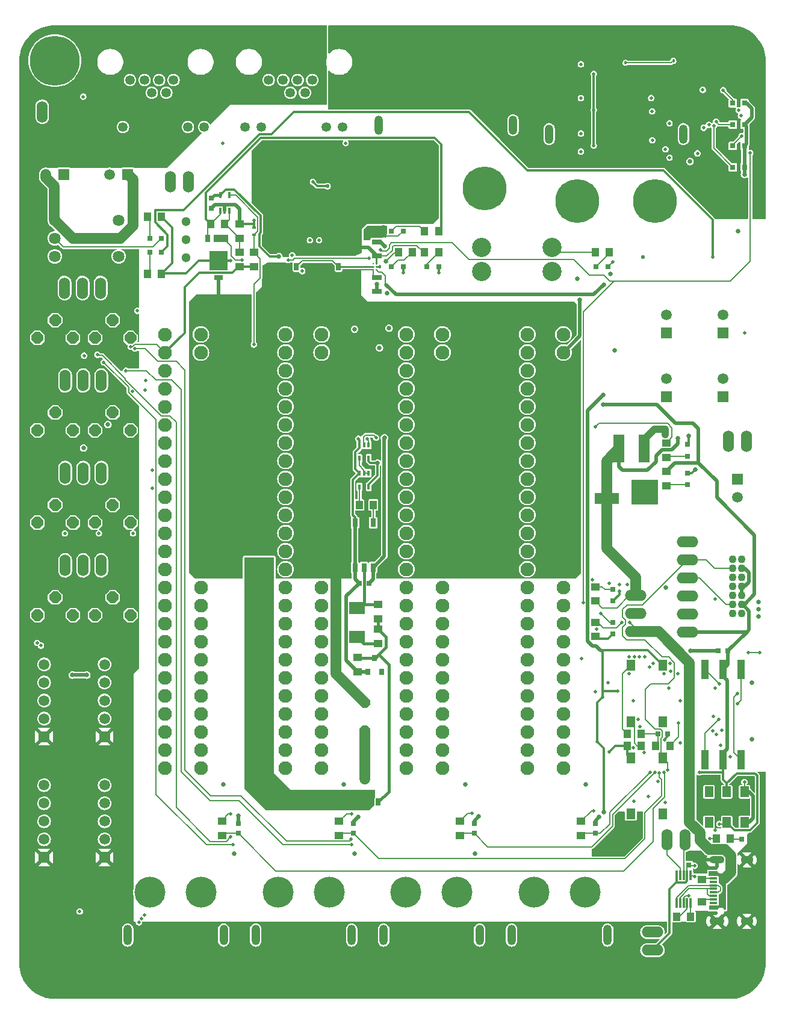
<source format=gbr>
%TF.GenerationSoftware,KiCad,Pcbnew,7.0.1*%
%TF.CreationDate,2023-04-09T21:26:53+09:00*%
%TF.ProjectId,(Eagle)PowerUnit-Bseries(ver2.0),28456167-6c65-4295-906f-776572556e69,rev?*%
%TF.SameCoordinates,Original*%
%TF.FileFunction,Copper,L1,Top*%
%TF.FilePolarity,Positive*%
%FSLAX46Y46*%
G04 Gerber Fmt 4.6, Leading zero omitted, Abs format (unit mm)*
G04 Created by KiCad (PCBNEW 7.0.1) date 2023-04-09 21:26:53*
%MOMM*%
%LPD*%
G01*
G04 APERTURE LIST*
G04 Aperture macros list*
%AMRoundRect*
0 Rectangle with rounded corners*
0 $1 Rounding radius*
0 $2 $3 $4 $5 $6 $7 $8 $9 X,Y pos of 4 corners*
0 Add a 4 corners polygon primitive as box body*
4,1,4,$2,$3,$4,$5,$6,$7,$8,$9,$2,$3,0*
0 Add four circle primitives for the rounded corners*
1,1,$1+$1,$2,$3*
1,1,$1+$1,$4,$5*
1,1,$1+$1,$6,$7*
1,1,$1+$1,$8,$9*
0 Add four rect primitives between the rounded corners*
20,1,$1+$1,$2,$3,$4,$5,0*
20,1,$1+$1,$4,$5,$6,$7,0*
20,1,$1+$1,$6,$7,$8,$9,0*
20,1,$1+$1,$8,$9,$2,$3,0*%
%AMOutline5P*
0 Free polygon, 5 corners , with rotation*
0 The origin of the aperture is its center*
0 number of corners: always 5*
0 $1 to $10 corner X, Y*
0 $11 Rotation angle, in degrees counterclockwise*
0 create outline with 5 corners*
4,1,5,$1,$2,$3,$4,$5,$6,$7,$8,$9,$10,$1,$2,$11*%
%AMOutline6P*
0 Free polygon, 6 corners , with rotation*
0 The origin of the aperture is its center*
0 number of corners: always 6*
0 $1 to $12 corner X, Y*
0 $13 Rotation angle, in degrees counterclockwise*
0 create outline with 6 corners*
4,1,6,$1,$2,$3,$4,$5,$6,$7,$8,$9,$10,$11,$12,$1,$2,$13*%
%AMOutline7P*
0 Free polygon, 7 corners , with rotation*
0 The origin of the aperture is its center*
0 number of corners: always 7*
0 $1 to $14 corner X, Y*
0 $15 Rotation angle, in degrees counterclockwise*
0 create outline with 7 corners*
4,1,7,$1,$2,$3,$4,$5,$6,$7,$8,$9,$10,$11,$12,$13,$14,$1,$2,$15*%
%AMOutline8P*
0 Free polygon, 8 corners , with rotation*
0 The origin of the aperture is its center*
0 number of corners: always 8*
0 $1 to $16 corner X, Y*
0 $17 Rotation angle, in degrees counterclockwise*
0 create outline with 8 corners*
4,1,8,$1,$2,$3,$4,$5,$6,$7,$8,$9,$10,$11,$12,$13,$14,$15,$16,$1,$2,$17*%
G04 Aperture macros list end*
%TA.AperFunction,SMDPad,CuDef*%
%ADD10R,1.200000X1.000000*%
%TD*%
%TA.AperFunction,SMDPad,CuDef*%
%ADD11R,0.400000X0.800000*%
%TD*%
%TA.AperFunction,SMDPad,CuDef*%
%ADD12R,0.800000X0.800000*%
%TD*%
%TA.AperFunction,ComponentPad*%
%ADD13R,1.500000X1.500000*%
%TD*%
%TA.AperFunction,ComponentPad*%
%ADD14C,1.500000*%
%TD*%
%TA.AperFunction,SMDPad,CuDef*%
%ADD15R,3.500000X1.600000*%
%TD*%
%TA.AperFunction,SMDPad,CuDef*%
%ADD16R,1.270000X0.762000*%
%TD*%
%TA.AperFunction,SMDPad,CuDef*%
%ADD17R,2.540000X2.670000*%
%TD*%
%TA.AperFunction,SMDPad,CuDef*%
%ADD18R,1.000000X1.200000*%
%TD*%
%TA.AperFunction,ComponentPad*%
%ADD19Outline8P,-0.825000X0.341726X-0.341726X0.825000X0.341726X0.825000X0.825000X0.341726X0.825000X-0.341726X0.341726X-0.825000X-0.341726X-0.825000X-0.825000X-0.341726X0.000000*%
%TD*%
%TA.AperFunction,SMDPad,CuDef*%
%ADD20R,0.800000X0.700000*%
%TD*%
%TA.AperFunction,ComponentPad*%
%ADD21C,4.350000*%
%TD*%
%TA.AperFunction,ComponentPad*%
%ADD22O,1.200000X2.850000*%
%TD*%
%TA.AperFunction,SMDPad,CuDef*%
%ADD23R,0.300000X1.350000*%
%TD*%
%TA.AperFunction,ComponentPad*%
%ADD24C,7.010400*%
%TD*%
%TA.AperFunction,SMDPad,CuDef*%
%ADD25R,1.500000X4.000000*%
%TD*%
%TA.AperFunction,ComponentPad*%
%ADD26O,1.524000X3.048000*%
%TD*%
%TA.AperFunction,SMDPad,CuDef*%
%ADD27R,0.800000X1.200000*%
%TD*%
%TA.AperFunction,ComponentPad*%
%ADD28C,1.350000*%
%TD*%
%TA.AperFunction,SMDPad,CuDef*%
%ADD29R,0.680000X1.100000*%
%TD*%
%TA.AperFunction,SMDPad,CuDef*%
%ADD30RoundRect,0.098600X-0.241400X-0.451400X0.241400X-0.451400X0.241400X0.451400X-0.241400X0.451400X0*%
%TD*%
%TA.AperFunction,SMDPad,CuDef*%
%ADD31R,0.450000X0.950000*%
%TD*%
%TA.AperFunction,SMDPad,CuDef*%
%ADD32R,1.100000X0.300000*%
%TD*%
%TA.AperFunction,SMDPad,CuDef*%
%ADD33R,1.100000X0.600000*%
%TD*%
%TA.AperFunction,ComponentPad*%
%ADD34O,2.100000X1.100000*%
%TD*%
%TA.AperFunction,ComponentPad*%
%ADD35O,1.800000X1.100000*%
%TD*%
%TA.AperFunction,ComponentPad*%
%ADD36O,3.048000X1.524000*%
%TD*%
%TA.AperFunction,SMDPad,CuDef*%
%ADD37R,1.300000X1.550000*%
%TD*%
%TA.AperFunction,SMDPad,CuDef*%
%ADD38R,1.400000X0.800000*%
%TD*%
%TA.AperFunction,ComponentPad*%
%ADD39C,6.150000*%
%TD*%
%TA.AperFunction,ComponentPad*%
%ADD40O,1.200000X2.700000*%
%TD*%
%TA.AperFunction,SMDPad,CuDef*%
%ADD41R,0.800000X1.100000*%
%TD*%
%TA.AperFunction,SMDPad,CuDef*%
%ADD42R,2.000000X1.100000*%
%TD*%
%TA.AperFunction,ComponentPad*%
%ADD43C,1.950000*%
%TD*%
%TA.AperFunction,SMDPad,CuDef*%
%ADD44RoundRect,0.115000X0.000000X0.000000X0.000000X0.000000X0.000000X0.000000X0.000000X0.000000X0*%
%TD*%
%TA.AperFunction,ComponentPad*%
%ADD45C,1.635000*%
%TD*%
%TA.AperFunction,ComponentPad*%
%ADD46C,1.100000*%
%TD*%
%TA.AperFunction,SMDPad,CuDef*%
%ADD47R,0.800000X0.900000*%
%TD*%
%TA.AperFunction,SMDPad,CuDef*%
%ADD48R,1.000000X2.700000*%
%TD*%
%TA.AperFunction,SMDPad,CuDef*%
%ADD49R,0.700000X0.800000*%
%TD*%
%TA.AperFunction,SMDPad,CuDef*%
%ADD50R,2.160000X1.780000*%
%TD*%
%TA.AperFunction,ComponentPad*%
%ADD51C,2.700000*%
%TD*%
%TA.AperFunction,ComponentPad*%
%ADD52C,1.300000*%
%TD*%
%TA.AperFunction,SMDPad,CuDef*%
%ADD53R,0.500000X0.450000*%
%TD*%
%TA.AperFunction,SMDPad,CuDef*%
%ADD54R,1.300000X1.500000*%
%TD*%
%TA.AperFunction,ComponentPad*%
%ADD55Outline8P,-0.750000X0.310660X-0.310660X0.750000X0.310660X0.750000X0.750000X0.310660X0.750000X-0.310660X0.310660X-0.750000X-0.310660X-0.750000X-0.750000X-0.310660X90.000000*%
%TD*%
%TA.AperFunction,SMDPad,CuDef*%
%ADD56R,1.200000X1.500000*%
%TD*%
%TA.AperFunction,ViaPad*%
%ADD57C,0.502400*%
%TD*%
%TA.AperFunction,ViaPad*%
%ADD58C,0.652400*%
%TD*%
%TA.AperFunction,ViaPad*%
%ADD59C,0.472400*%
%TD*%
%TA.AperFunction,ViaPad*%
%ADD60C,0.462400*%
%TD*%
%TA.AperFunction,ViaPad*%
%ADD61C,0.482400*%
%TD*%
%TA.AperFunction,ViaPad*%
%ADD62C,0.457200*%
%TD*%
%TA.AperFunction,ViaPad*%
%ADD63C,0.600000*%
%TD*%
%TA.AperFunction,ViaPad*%
%ADD64C,0.552400*%
%TD*%
%TA.AperFunction,ViaPad*%
%ADD65C,1.152400*%
%TD*%
%TA.AperFunction,ViaPad*%
%ADD66C,0.602400*%
%TD*%
%TA.AperFunction,Conductor*%
%ADD67C,0.200000*%
%TD*%
%TA.AperFunction,Conductor*%
%ADD68C,0.300000*%
%TD*%
%TA.AperFunction,Conductor*%
%ADD69C,0.500000*%
%TD*%
%TA.AperFunction,Conductor*%
%ADD70C,0.250000*%
%TD*%
%TA.AperFunction,Conductor*%
%ADD71C,1.500000*%
%TD*%
%TA.AperFunction,Conductor*%
%ADD72C,0.400000*%
%TD*%
%TA.AperFunction,Conductor*%
%ADD73C,1.000000*%
%TD*%
G04 APERTURE END LIST*
D10*
%TO.P,R88,LEFT*%
%TO.N,N$130*%
X187001100Y-101303600D03*
%TO.P,R88,RIGHT*%
%TO.N,+3V3*%
X187001100Y-99303600D03*
%TD*%
D11*
%TO.P,U19,GND*%
%TO.N,PGND*%
X143851100Y-99553600D03*
%TO.P,U19,INA*%
%TO.N,N$108*%
X144501100Y-99553600D03*
%TO.P,U19,INB*%
X145151100Y-99553600D03*
%TO.P,U19,OUT*%
%TO.N,N$106*%
X143851100Y-101453600D03*
%TO.P,U19,VCC*%
%TO.N,5V1*%
X145151100Y-101453600D03*
%TD*%
D10*
%TO.P,R108,LEFT*%
%TO.N,CURRENT4*%
X175001100Y-150503600D03*
%TO.P,R108,RIGHT*%
%TO.N,N$102*%
X175001100Y-148503600D03*
%TD*%
D12*
%TO.P,ALIVE,A*%
%TO.N,N$58*%
X196351100Y-47503600D03*
%TO.P,ALIVE,K*%
%TO.N,SGND*%
X198001100Y-47503600D03*
%TD*%
D13*
%TO.P,SPOW,1*%
%TO.N,SGND*%
X197001100Y-100383600D03*
D14*
%TO.P,SPOW,2*%
%TO.N,N$37*%
X197001100Y-102923600D03*
%TD*%
D15*
%TO.P,C7,ANODE*%
%TO.N,E5V*%
X178601100Y-103103600D03*
%TO.P,C7,CATHODE*%
%TO.N,SGND*%
X184001100Y-103103600D03*
%TD*%
D12*
%TO.P,LED3,A*%
%TO.N,N$24*%
X114351100Y-66503600D03*
%TO.P,LED3,K*%
%TO.N,N$21*%
X116001100Y-66503600D03*
%TD*%
D16*
%TO.P,SB5,A*%
%TO.N,N$111*%
X124001100Y-72029100D03*
D17*
%TO.P,SB5,C*%
%TO.N,VCC*%
X124001100Y-69678100D03*
%TD*%
D18*
%TO.P,R85,LEFT*%
%TO.N,N$126*%
X155001100Y-65503600D03*
%TO.P,R85,RIGHT*%
%TO.N,N$124*%
X153001100Y-65503600D03*
%TD*%
%TO.P,R47,LEFT*%
%TO.N,N$104*%
X185501100Y-137853600D03*
%TO.P,R47,RIGHT*%
%TO.N,DEBUG_BT*%
X187501100Y-137853600D03*
%TD*%
D19*
%TO.P,TP5,CENTER*%
%TO.N,CS3_REF1*%
X101051100Y-104003600D03*
%TO.P,TP5,LEFT*%
X98551100Y-106503600D03*
%TO.P,TP5,RIGHT*%
%TO.N,N$82*%
X103551100Y-106503600D03*
%TD*%
%TO.P,TP1,CENTER*%
%TO.N,CS1_REF1*%
X101051100Y-78003600D03*
%TO.P,TP1,LEFT*%
X98551100Y-80503600D03*
%TO.P,TP1,RIGHT*%
%TO.N,N$13*%
X103551100Y-80503600D03*
%TD*%
D20*
%TO.P,C43,P$1*%
%TO.N,SGND*%
X126801100Y-148803600D03*
%TO.P,C43,P$2*%
%TO.N,CURRENT1*%
X126801100Y-150203600D03*
%TD*%
D18*
%TO.P,R84,LEFT*%
%TO.N,N$123*%
X190441100Y-161903600D03*
%TO.P,R84,RIGHT*%
%TO.N,N$121*%
X188441100Y-161903600D03*
%TD*%
D13*
%TO.P,Encoder4,1*%
%TO.N,SGND*%
X108001100Y-153583600D03*
D14*
%TO.P,Encoder4,2*%
%TO.N,N/C*%
X108001100Y-151043600D03*
%TO.P,Encoder4,3*%
%TO.N,ENC4_A*%
X108001100Y-148503600D03*
%TO.P,Encoder4,4*%
%TO.N,+5V*%
X108001100Y-145963600D03*
%TO.P,Encoder4,5*%
%TO.N,ENC4_B*%
X108001100Y-143423600D03*
%TD*%
D21*
%TO.P,Motor1,+*%
%TO.N,N$4*%
X121601100Y-158503600D03*
%TO.P,Motor1,-*%
%TO.N,IP1*%
X114401100Y-158503600D03*
D22*
%TO.P,Motor1,P$3*%
%TO.N,N/C*%
X124751100Y-164503600D03*
%TO.P,Motor1,P$4*%
X111251100Y-164503600D03*
%TD*%
D23*
%TO.P,U3,3V3*%
%TO.N,+3V3*%
X188441100Y-156068600D03*
%TO.P,U3,CTS#*%
%TO.N,N$123*%
X190441100Y-160018600D03*
%TO.P,U3,GND*%
%TO.N,SGND*%
X189441100Y-160018600D03*
%TO.P,U3,RTS#*%
%TO.N,N$121*%
X189941100Y-160018600D03*
%TO.P,U3,RXD*%
%TO.N,USART_TX*%
X188941100Y-156068600D03*
%TO.P,U3,TNOW*%
%TO.N,N$33*%
X190441100Y-156068600D03*
%TO.P,U3,TXD*%
%TO.N,USART_RX*%
X189441100Y-156068600D03*
%TO.P,U3,UD+*%
%TO.N,N$31*%
X188441100Y-160018600D03*
%TO.P,U3,UD-*%
%TO.N,N$32*%
X188941100Y-160018600D03*
%TO.P,U3,VCC*%
%TO.N,+3V3*%
X189941100Y-156068600D03*
%TD*%
D24*
%TO.P,H1,P$1*%
%TO.N,PGND*%
X101001100Y-41503600D03*
%TD*%
D10*
%TO.P,R82,LEFT*%
%TO.N,+3V3*%
X129001100Y-70503600D03*
%TO.P,R82,RIGHT*%
%TO.N,THERMAL*%
X129001100Y-68503600D03*
%TD*%
D13*
%TO.P,Emergency1,1*%
%TO.N,N$21*%
X102271100Y-57503600D03*
D14*
%TO.P,Emergency1,2*%
%TO.N,N$19*%
X99731100Y-57503600D03*
%TD*%
D19*
%TO.P,TP6,CENTER*%
%TO.N,CS3_REF2*%
X109151100Y-104003600D03*
%TO.P,TP6,LEFT*%
X106651100Y-106503600D03*
%TO.P,TP6,RIGHT*%
%TO.N,N$98*%
X111651100Y-106503600D03*
%TD*%
D25*
%TO.P,L1,L*%
%TO.N,N$40*%
X183901100Y-96103600D03*
%TO.P,L1,R*%
%TO.N,E5V*%
X180301100Y-96103600D03*
%TD*%
D26*
%TO.P,JP10,1*%
%TO.N,CS4_OCD2*%
X107541100Y-112503600D03*
%TO.P,JP10,2*%
%TO.N,N$114*%
X105001100Y-112503600D03*
%TO.P,JP10,3*%
%TO.N,CS4_OCD1*%
X102461100Y-112503600D03*
%TD*%
D27*
%TO.P,TLP3,ANODE*%
%TO.N,N$110*%
X145771100Y-106503600D03*
%TO.P,TLP3,CATHODE*%
%TO.N,PGND*%
X143231100Y-106503600D03*
%TO.P,TLP3,GND*%
X143231100Y-112803600D03*
%TO.P,TLP3,VCC*%
%TO.N,VCC*%
X145771100Y-112803600D03*
%TO.P,TLP3,VO*%
%TO.N,N$95*%
X144501100Y-112803600D03*
%TD*%
D20*
%TO.P,C72,P$1*%
%TO.N,+3V3*%
X123001100Y-60853600D03*
%TO.P,C72,P$2*%
%TO.N,SGND*%
X123001100Y-62253600D03*
%TD*%
D28*
%TO.P,RJ45_1,1*%
%TO.N,+5V*%
X111581100Y-44243600D03*
%TO.P,RJ45_1,2*%
%TO.N,SGND*%
X112601100Y-46023600D03*
%TO.P,RJ45_1,3*%
%TO.N,CAN_L*%
X113621100Y-44243600D03*
%TO.P,RJ45_1,4*%
X114641100Y-46023600D03*
%TO.P,RJ45_1,5*%
%TO.N,CAN_H*%
X115661100Y-44243600D03*
%TO.P,RJ45_1,6*%
X116681100Y-46023600D03*
%TO.P,RJ45_1,7*%
%TO.N,+5V*%
X117701100Y-44243600D03*
%TO.P,RJ45_1,8*%
%TO.N,SGND*%
X118721100Y-46023600D03*
%TO.P,RJ45_1,LED1_A*%
%TO.N,N$69*%
X122011100Y-50843600D03*
%TO.P,RJ45_1,LED1_K*%
%TO.N,N$71*%
X119721100Y-50843600D03*
%TO.P,RJ45_1,LED2_A*%
%TO.N,N$51*%
X110581100Y-50843600D03*
%TO.P,RJ45_1,LED2_K*%
%TO.N,SGND*%
X108291100Y-50843600D03*
%TD*%
D29*
%TO.P,Q10,D*%
%TO.N,N$11*%
X144601100Y-142533600D03*
D30*
%TO.P,Q10,G*%
%TO.N,N$96*%
X146506100Y-145793600D03*
%TO.P,Q10,S1*%
%TO.N,PGND*%
X142696100Y-145793600D03*
%TO.P,Q10,S2*%
X143966100Y-145793600D03*
%TO.P,Q10,S3*%
X145236100Y-145793600D03*
%TD*%
D19*
%TO.P,TP7,CENTER*%
%TO.N,CS4_REF1*%
X101051100Y-117003600D03*
%TO.P,TP7,LEFT*%
X98551100Y-119503600D03*
%TO.P,TP7,RIGHT*%
%TO.N,N$100*%
X103551100Y-119503600D03*
%TD*%
D31*
%TO.P,U27,IN+*%
%TO.N,N$122*%
X125551100Y-62653600D03*
%TO.P,U27,IN-*%
%TO.N,THERMAL*%
X125551100Y-60453600D03*
%TO.P,U27,OUT*%
%TO.N,N$126*%
X124251100Y-62653600D03*
%TO.P,U27,VDD*%
%TO.N,+3V3*%
X124251100Y-60453600D03*
%TO.P,U27,VSS*%
%TO.N,SGND*%
X124901100Y-62653600D03*
%TD*%
D18*
%TO.P,R45,LEFT*%
%TO.N,N$61*%
X183501100Y-137853600D03*
%TO.P,R45,RIGHT*%
%TO.N,SGND*%
X181501100Y-137853600D03*
%TD*%
D20*
%TO.P,C3,P$1*%
%TO.N,SGND*%
X190191100Y-153233600D03*
%TO.P,C3,P$2*%
%TO.N,+3V3*%
X190191100Y-154633600D03*
%TD*%
D32*
%TO.P,USB1,CC1*%
%TO.N,N$30*%
X193611100Y-159493600D03*
%TO.P,USB1,CC2*%
%TO.N,N$29*%
X193611100Y-156493600D03*
%TO.P,USB1,DN1*%
%TO.N,N$32*%
X193611100Y-157993600D03*
%TO.P,USB1,DN2*%
X193611100Y-158993600D03*
%TO.P,USB1,DP1*%
%TO.N,N$31*%
X193611100Y-158493600D03*
%TO.P,USB1,DP2*%
X193611100Y-157493600D03*
D33*
%TO.P,USB1,GND1*%
%TO.N,SGND*%
X193611100Y-161443600D03*
%TO.P,USB1,GND2*%
X193611100Y-155043600D03*
D32*
%TO.P,USB1,SBU1*%
%TO.N,N/C*%
X193611100Y-156993600D03*
%TO.P,USB1,SBU2*%
X193611100Y-159993600D03*
D34*
%TO.P,USB1,SHIELD1*%
%TO.N,SGND*%
X194171100Y-162563600D03*
D35*
%TO.P,USB1,SHIELD2*%
X198351100Y-162563600D03*
%TO.P,USB1,SHIELD3*%
X198351100Y-153923600D03*
D34*
%TO.P,USB1,SHIELD4*%
X194171100Y-153923600D03*
D33*
%TO.P,USB1,VBUS1*%
%TO.N,U5V*%
X193611100Y-160643600D03*
%TO.P,USB1,VBUS2*%
X193611100Y-155843600D03*
%TD*%
D12*
%TO.P,OTP,A*%
%TO.N,N$124*%
X148351100Y-65503600D03*
%TO.P,OTP,K*%
%TO.N,SGND*%
X150001100Y-65503600D03*
%TD*%
D18*
%TO.P,R79,LEFT*%
%TO.N,N$25*%
X177001100Y-68503600D03*
%TO.P,R79,RIGHT*%
%TO.N,N$120*%
X179001100Y-68503600D03*
%TD*%
D12*
%TO.P,SUPPLY,A*%
%TO.N,N$3*%
X148351100Y-70503600D03*
%TO.P,SUPPLY,K*%
%TO.N,PGND*%
X150001100Y-70503600D03*
%TD*%
D36*
%TO.P,BOOTMODE,1*%
%TO.N,BOOT0*%
X185061100Y-164093600D03*
%TO.P,BOOTMODE,2*%
%TO.N,+3V3*%
X185061100Y-166633600D03*
%TD*%
D26*
%TO.P,JP1,1*%
%TO.N,CS2_OCD2*%
X107541100Y-86503600D03*
%TO.P,JP1,2*%
%TO.N,N$83*%
X105001100Y-86503600D03*
%TO.P,JP1,3*%
%TO.N,CS2_OCD1*%
X102461100Y-86503600D03*
%TD*%
D19*
%TO.P,TP8,CENTER*%
%TO.N,CS4_REF2*%
X109151100Y-117003600D03*
%TO.P,TP8,LEFT*%
X106651100Y-119503600D03*
%TO.P,TP8,RIGHT*%
%TO.N,N$101*%
X111651100Y-119503600D03*
%TD*%
D26*
%TO.P,JP7,1*%
%TO.N,SGND*%
X119821100Y-58583600D03*
%TO.P,JP7,2*%
%TO.N,N$68*%
X117281100Y-58583600D03*
%TD*%
D18*
%TO.P,R2,LEFT*%
%TO.N,VCC*%
X153001100Y-68503600D03*
%TO.P,R2,RIGHT*%
%TO.N,N$17*%
X155001100Y-68503600D03*
%TD*%
D37*
%TO.P,B2,1*%
%TO.N,+3V3*%
X186491100Y-126528600D03*
%TO.P,B2,2*%
%TO.N,N/C*%
X186491100Y-134478600D03*
%TO.P,B2,3*%
%TO.N,N$62*%
X181991100Y-126528600D03*
%TO.P,B2,4*%
%TO.N,N$61*%
X181991100Y-134478600D03*
%TD*%
D38*
%TO.P,C66,P$1*%
%TO.N,N$111*%
X146301100Y-72003600D03*
%TO.P,C66,P$2*%
%TO.N,PGND*%
X146301100Y-74003600D03*
%TD*%
D39*
%TO.P,BATTERY,+*%
%TO.N,N$25*%
X185421100Y-61253600D03*
%TO.P,BATTERY,-*%
%TO.N,PGND*%
X174521100Y-61253600D03*
D40*
%TO.P,BATTERY,P$3*%
%TO.N,N/C*%
X170521100Y-51853600D03*
%TO.P,BATTERY,P$4*%
X189421100Y-51853600D03*
%TD*%
D41*
%TO.P,SB8,A*%
%TO.N,N$126*%
X122501100Y-66503600D03*
D42*
%TO.P,SB8,C*%
%TO.N,SHUTDOWN*%
X124401100Y-66503600D03*
%TD*%
D21*
%TO.P,CON4,+*%
%TO.N,N$10*%
X175601100Y-158503600D03*
%TO.P,CON4,-*%
%TO.N,IP4*%
X168401100Y-158503600D03*
D22*
%TO.P,CON4,P$3*%
%TO.N,N/C*%
X178751100Y-164503600D03*
%TO.P,CON4,P$4*%
X165251100Y-164503600D03*
%TD*%
D12*
%TO.P,GO,A*%
%TO.N,N$7*%
X114351100Y-68503600D03*
%TO.P,GO,K*%
%TO.N,N$16*%
X116001100Y-68503600D03*
%TD*%
%TO.P,+5V,A*%
%TO.N,N$129*%
X190001100Y-97153600D03*
%TO.P,+5V,K*%
%TO.N,SGND*%
X190001100Y-95503600D03*
%TD*%
D13*
%TO.P,Encoder3,1*%
%TO.N,SGND*%
X99500000Y-153583600D03*
D14*
%TO.P,Encoder3,2*%
%TO.N,N/C*%
X99500000Y-151043600D03*
%TO.P,Encoder3,3*%
%TO.N,ENC3_A*%
X99500000Y-148503600D03*
%TO.P,Encoder3,4*%
%TO.N,+5V*%
X99500000Y-145963600D03*
%TO.P,Encoder3,5*%
%TO.N,ENC3_B*%
X99500000Y-143423600D03*
%TD*%
D43*
%TO.P,EDGE3,P$1*%
%TO.N,N$6*%
X155541100Y-140983600D03*
%TO.P,EDGE3,P$2*%
X155541100Y-138443600D03*
%TO.P,EDGE3,P$3*%
X155541100Y-135903600D03*
%TO.P,EDGE3,P$4*%
X155541100Y-133363600D03*
%TO.P,EDGE3,P$5*%
X155541100Y-130823600D03*
%TO.P,EDGE3,P$6*%
%TO.N,IN3*%
X155541100Y-128283600D03*
%TO.P,EDGE3,P$7*%
X155541100Y-125743600D03*
%TO.P,EDGE3,P$8*%
X155541100Y-123203600D03*
%TO.P,EDGE3,P$9*%
X155541100Y-120663600D03*
%TO.P,EDGE3,P$10*%
X155541100Y-118123600D03*
%TO.P,EDGE3,P$11*%
X155541100Y-115583600D03*
%TO.P,EDGE3,P$12*%
%TO.N,N$111*%
X155541100Y-113043600D03*
%TO.P,EDGE3,P$13*%
X155541100Y-110503600D03*
%TO.P,EDGE3,P$14*%
X155541100Y-107963600D03*
%TO.P,EDGE3,P$15*%
X155541100Y-105423600D03*
%TO.P,EDGE3,P$16*%
X155541100Y-102883600D03*
%TO.P,EDGE3,P$17*%
X155541100Y-100343600D03*
%TO.P,EDGE3,P$18*%
X155541100Y-97803600D03*
%TO.P,EDGE3,P$19*%
X155541100Y-95263600D03*
%TO.P,EDGE3,P$20*%
X155541100Y-92723600D03*
%TO.P,EDGE3,P$21*%
X155541100Y-90183600D03*
%TO.P,EDGE3,P$22*%
X155541100Y-87643600D03*
%TO.P,EDGE3,P$23*%
X155541100Y-85103600D03*
%TO.P,EDGE3,P$24*%
%TO.N,SGND*%
X155541100Y-82563600D03*
%TO.P,EDGE3,P$25*%
%TO.N,PWM3*%
X155541100Y-80023600D03*
%TO.P,EDGE3,P$26*%
%TO.N,DIR3*%
X150461100Y-80023600D03*
%TO.P,EDGE3,P$27*%
%TO.N,+3V3*%
X150461100Y-82563600D03*
%TO.P,EDGE3,P$28*%
%TO.N,PGND*%
X150461100Y-85103600D03*
%TO.P,EDGE3,P$29*%
X150461100Y-87643600D03*
%TO.P,EDGE3,P$30*%
X150461100Y-90183600D03*
%TO.P,EDGE3,P$31*%
X150461100Y-92723600D03*
%TO.P,EDGE3,P$32*%
X150461100Y-95263600D03*
%TO.P,EDGE3,P$33*%
X150461100Y-97803600D03*
%TO.P,EDGE3,P$34*%
X150461100Y-100343600D03*
%TO.P,EDGE3,P$35*%
X150461100Y-102883600D03*
%TO.P,EDGE3,P$36*%
X150461100Y-105423600D03*
%TO.P,EDGE3,P$37*%
X150461100Y-107963600D03*
%TO.P,EDGE3,P$38*%
X150461100Y-110503600D03*
%TO.P,EDGE3,P$39*%
X150461100Y-113043600D03*
%TO.P,EDGE3,P$40*%
%TO.N,IN3*%
X150461100Y-115583600D03*
%TO.P,EDGE3,P$41*%
X150461100Y-118123600D03*
%TO.P,EDGE3,P$42*%
X150461100Y-120663600D03*
%TO.P,EDGE3,P$43*%
X150461100Y-123203600D03*
%TO.P,EDGE3,P$44*%
X150461100Y-125743600D03*
%TO.P,EDGE3,P$45*%
%TO.N,N$6*%
X150461100Y-128283600D03*
%TO.P,EDGE3,P$46*%
X150461100Y-130823600D03*
%TO.P,EDGE3,P$47*%
X150461100Y-133363600D03*
%TO.P,EDGE3,P$48*%
X150461100Y-135903600D03*
%TO.P,EDGE3,P$49*%
X150461100Y-138443600D03*
%TO.P,EDGE3,P$50*%
X150461100Y-140983600D03*
%TD*%
D10*
%TO.P,R80,LEFT*%
%TO.N,+3V3*%
X127001100Y-70503600D03*
%TO.P,R80,RIGHT*%
%TO.N,N$122*%
X127001100Y-68503600D03*
%TD*%
D13*
%TO.P,Encoder2,1*%
%TO.N,SGND*%
X108001100Y-136583600D03*
D14*
%TO.P,Encoder2,2*%
%TO.N,N/C*%
X108001100Y-134043600D03*
%TO.P,Encoder2,3*%
%TO.N,ENC2_A*%
X108001100Y-131503600D03*
%TO.P,Encoder2,4*%
%TO.N,+5V*%
X108001100Y-128963600D03*
%TO.P,Encoder2,5*%
%TO.N,ENC2_B*%
X108001100Y-126423600D03*
%TD*%
D43*
%TO.P,EDGE1,P$1*%
%TO.N,N$4*%
X121541100Y-140983600D03*
%TO.P,EDGE1,P$2*%
X121541100Y-138443600D03*
%TO.P,EDGE1,P$3*%
X121541100Y-135903600D03*
%TO.P,EDGE1,P$4*%
X121541100Y-133363600D03*
%TO.P,EDGE1,P$5*%
X121541100Y-130823600D03*
%TO.P,EDGE1,P$6*%
%TO.N,IN1*%
X121541100Y-128283600D03*
%TO.P,EDGE1,P$7*%
X121541100Y-125743600D03*
%TO.P,EDGE1,P$8*%
X121541100Y-123203600D03*
%TO.P,EDGE1,P$9*%
X121541100Y-120663600D03*
%TO.P,EDGE1,P$10*%
X121541100Y-118123600D03*
%TO.P,EDGE1,P$11*%
X121541100Y-115583600D03*
%TO.P,EDGE1,P$12*%
%TO.N,N$111*%
X121541100Y-113043600D03*
%TO.P,EDGE1,P$13*%
X121541100Y-110503600D03*
%TO.P,EDGE1,P$14*%
X121541100Y-107963600D03*
%TO.P,EDGE1,P$15*%
X121541100Y-105423600D03*
%TO.P,EDGE1,P$16*%
X121541100Y-102883600D03*
%TO.P,EDGE1,P$17*%
X121541100Y-100343600D03*
%TO.P,EDGE1,P$18*%
X121541100Y-97803600D03*
%TO.P,EDGE1,P$19*%
X121541100Y-95263600D03*
%TO.P,EDGE1,P$20*%
X121541100Y-92723600D03*
%TO.P,EDGE1,P$21*%
X121541100Y-90183600D03*
%TO.P,EDGE1,P$22*%
X121541100Y-87643600D03*
%TO.P,EDGE1,P$23*%
X121541100Y-85103600D03*
%TO.P,EDGE1,P$24*%
%TO.N,SGND*%
X121541100Y-82563600D03*
%TO.P,EDGE1,P$25*%
%TO.N,PWM1*%
X121541100Y-80023600D03*
%TO.P,EDGE1,P$26*%
%TO.N,DIR1*%
X116461100Y-80023600D03*
%TO.P,EDGE1,P$27*%
%TO.N,+3V3*%
X116461100Y-82563600D03*
%TO.P,EDGE1,P$28*%
%TO.N,PGND*%
X116461100Y-85103600D03*
%TO.P,EDGE1,P$29*%
X116461100Y-87643600D03*
%TO.P,EDGE1,P$30*%
X116461100Y-90183600D03*
%TO.P,EDGE1,P$31*%
X116461100Y-92723600D03*
%TO.P,EDGE1,P$32*%
X116461100Y-95263600D03*
%TO.P,EDGE1,P$33*%
X116461100Y-97803600D03*
%TO.P,EDGE1,P$34*%
X116461100Y-100343600D03*
%TO.P,EDGE1,P$35*%
X116461100Y-102883600D03*
%TO.P,EDGE1,P$36*%
X116461100Y-105423600D03*
%TO.P,EDGE1,P$37*%
X116461100Y-107963600D03*
%TO.P,EDGE1,P$38*%
X116461100Y-110503600D03*
%TO.P,EDGE1,P$39*%
X116461100Y-113043600D03*
%TO.P,EDGE1,P$40*%
%TO.N,IN1*%
X116461100Y-115583600D03*
%TO.P,EDGE1,P$41*%
X116461100Y-118123600D03*
%TO.P,EDGE1,P$42*%
X116461100Y-120663600D03*
%TO.P,EDGE1,P$43*%
X116461100Y-123203600D03*
%TO.P,EDGE1,P$44*%
X116461100Y-125743600D03*
%TO.P,EDGE1,P$45*%
%TO.N,N$4*%
X116461100Y-128283600D03*
%TO.P,EDGE1,P$46*%
X116461100Y-130823600D03*
%TO.P,EDGE1,P$47*%
X116461100Y-133363600D03*
%TO.P,EDGE1,P$48*%
X116461100Y-135903600D03*
%TO.P,EDGE1,P$49*%
X116461100Y-138443600D03*
%TO.P,EDGE1,P$50*%
X116461100Y-140983600D03*
%TD*%
D10*
%TO.P,R32,LEFT*%
%TO.N,N$112*%
X146501100Y-123503600D03*
%TO.P,R32,RIGHT*%
%TO.N,N$96*%
X146501100Y-121503600D03*
%TD*%
D24*
%TO.P,H3,P$1*%
%TO.N,SGND*%
X196001100Y-168503600D03*
%TD*%
D18*
%TO.P,R113,LEFT*%
%TO.N,VCC*%
X116001100Y-63503600D03*
%TO.P,R113,RIGHT*%
%TO.N,N$24*%
X114001100Y-63503600D03*
%TD*%
D12*
%TO.P,LED11,A*%
%TO.N,N$125*%
X179501100Y-115853600D03*
%TO.P,LED11,K*%
%TO.N,SGND*%
X179501100Y-117503600D03*
%TD*%
D13*
%TO.P,Encoder1,1*%
%TO.N,SGND*%
X99500000Y-136583600D03*
D14*
%TO.P,Encoder1,2*%
%TO.N,N/C*%
X99500000Y-134043600D03*
%TO.P,Encoder1,3*%
%TO.N,ENC1_A*%
X99500000Y-131503600D03*
%TO.P,Encoder1,4*%
%TO.N,+5V*%
X99500000Y-128963600D03*
%TO.P,Encoder1,5*%
%TO.N,ENC1_B*%
X99500000Y-126423600D03*
%TD*%
D44*
%TO.P,U14,GND*%
%TO.N,PGND*%
X146201100Y-70503600D03*
%TO.P,U14,VCT*%
%TO.N,EMERGENCY*%
X146201100Y-70903600D03*
%TO.P,U14,VGATE1*%
%TO.N,N/C*%
X145801100Y-70103600D03*
%TO.P,U14,VGATE2*%
%TO.N,N$26*%
X145801100Y-70503600D03*
%TO.P,U14,VIN*%
%TO.N,VCC*%
X146201100Y-70103600D03*
%TO.P,U14,VOUT*%
%TO.N,N$111*%
X145801100Y-70903600D03*
%TD*%
D18*
%TO.P,R116,LEFT*%
%TO.N,VCC*%
X116001100Y-71503600D03*
%TO.P,R116,RIGHT*%
%TO.N,N$7*%
X114001100Y-71503600D03*
%TD*%
D45*
%TO.P,SW4,O*%
%TO.N,N$19*%
X101001100Y-63963600D03*
%TO.P,SW4,P*%
%TO.N,N$21*%
X101001100Y-66503600D03*
%TO.P,SW4,S*%
%TO.N,N/C*%
X101001100Y-69043600D03*
%TD*%
D12*
%TO.P,LED1,A*%
%TO.N,N$17*%
X153351100Y-70503600D03*
%TO.P,LED1,K*%
%TO.N,PGND*%
X155001100Y-70503600D03*
%TD*%
D13*
%TO.P,INV_SW2,1*%
%TO.N,N$19*%
X111271100Y-57503600D03*
D14*
%TO.P,INV_SW2,2*%
%TO.N,PGND*%
X108731100Y-57503600D03*
%TD*%
D18*
%TO.P,R5,LEFT*%
%TO.N,N$111*%
X149317200Y-68503800D03*
%TO.P,R5,RIGHT*%
%TO.N,N$3*%
X151317200Y-68503800D03*
%TD*%
D43*
%TO.P,EDGE2,P$1*%
%TO.N,N$5*%
X138541100Y-140983600D03*
%TO.P,EDGE2,P$2*%
X138541100Y-138443600D03*
%TO.P,EDGE2,P$3*%
X138541100Y-135903600D03*
%TO.P,EDGE2,P$4*%
X138541100Y-133363600D03*
%TO.P,EDGE2,P$5*%
X138541100Y-130823600D03*
%TO.P,EDGE2,P$6*%
%TO.N,IN2*%
X138541100Y-128283600D03*
%TO.P,EDGE2,P$7*%
X138541100Y-125743600D03*
%TO.P,EDGE2,P$8*%
X138541100Y-123203600D03*
%TO.P,EDGE2,P$9*%
X138541100Y-120663600D03*
%TO.P,EDGE2,P$10*%
X138541100Y-118123600D03*
%TO.P,EDGE2,P$11*%
X138541100Y-115583600D03*
%TO.P,EDGE2,P$12*%
%TO.N,N$111*%
X138541100Y-113043600D03*
%TO.P,EDGE2,P$13*%
X138541100Y-110503600D03*
%TO.P,EDGE2,P$14*%
X138541100Y-107963600D03*
%TO.P,EDGE2,P$15*%
X138541100Y-105423600D03*
%TO.P,EDGE2,P$16*%
X138541100Y-102883600D03*
%TO.P,EDGE2,P$17*%
X138541100Y-100343600D03*
%TO.P,EDGE2,P$18*%
X138541100Y-97803600D03*
%TO.P,EDGE2,P$19*%
X138541100Y-95263600D03*
%TO.P,EDGE2,P$20*%
X138541100Y-92723600D03*
%TO.P,EDGE2,P$21*%
X138541100Y-90183600D03*
%TO.P,EDGE2,P$22*%
X138541100Y-87643600D03*
%TO.P,EDGE2,P$23*%
X138541100Y-85103600D03*
%TO.P,EDGE2,P$24*%
%TO.N,SGND*%
X138541100Y-82563600D03*
%TO.P,EDGE2,P$25*%
%TO.N,PWM2*%
X138541100Y-80023600D03*
%TO.P,EDGE2,P$26*%
%TO.N,DIR2*%
X133461100Y-80023600D03*
%TO.P,EDGE2,P$27*%
%TO.N,+3V3*%
X133461100Y-82563600D03*
%TO.P,EDGE2,P$28*%
%TO.N,PGND*%
X133461100Y-85103600D03*
%TO.P,EDGE2,P$29*%
X133461100Y-87643600D03*
%TO.P,EDGE2,P$30*%
X133461100Y-90183600D03*
%TO.P,EDGE2,P$31*%
X133461100Y-92723600D03*
%TO.P,EDGE2,P$32*%
X133461100Y-95263600D03*
%TO.P,EDGE2,P$33*%
X133461100Y-97803600D03*
%TO.P,EDGE2,P$34*%
X133461100Y-100343600D03*
%TO.P,EDGE2,P$35*%
X133461100Y-102883600D03*
%TO.P,EDGE2,P$36*%
X133461100Y-105423600D03*
%TO.P,EDGE2,P$37*%
X133461100Y-107963600D03*
%TO.P,EDGE2,P$38*%
X133461100Y-110503600D03*
%TO.P,EDGE2,P$39*%
X133461100Y-113043600D03*
%TO.P,EDGE2,P$40*%
%TO.N,IN2*%
X133461100Y-115583600D03*
%TO.P,EDGE2,P$41*%
X133461100Y-118123600D03*
%TO.P,EDGE2,P$42*%
X133461100Y-120663600D03*
%TO.P,EDGE2,P$43*%
X133461100Y-123203600D03*
%TO.P,EDGE2,P$44*%
X133461100Y-125743600D03*
%TO.P,EDGE2,P$45*%
%TO.N,N$5*%
X133461100Y-128283600D03*
%TO.P,EDGE2,P$46*%
X133461100Y-130823600D03*
%TO.P,EDGE2,P$47*%
X133461100Y-133363600D03*
%TO.P,EDGE2,P$48*%
X133461100Y-135903600D03*
%TO.P,EDGE2,P$49*%
X133461100Y-138443600D03*
%TO.P,EDGE2,P$50*%
X133461100Y-140983600D03*
%TD*%
D20*
%TO.P,C46,P$1*%
%TO.N,SGND*%
X143001100Y-148803600D03*
%TO.P,C46,P$2*%
%TO.N,CURRENT2*%
X143001100Y-150203600D03*
%TD*%
D21*
%TO.P,Motor3,+*%
%TO.N,N$6*%
X157601100Y-158503600D03*
%TO.P,Motor3,-*%
%TO.N,IP3*%
X150401100Y-158503600D03*
D22*
%TO.P,Motor3,P$3*%
%TO.N,N/C*%
X160751100Y-164503600D03*
%TO.P,Motor3,P$4*%
X147251100Y-164503600D03*
%TD*%
D26*
%TO.P,SPOW,1*%
%TO.N,VCC*%
X198271100Y-95053600D03*
%TO.P,SPOW,2*%
%TO.N,N$35*%
X195731100Y-95053600D03*
%TD*%
D39*
%TO.P,THRU,+*%
%TO.N,VCC*%
X150551100Y-59503600D03*
%TO.P,THRU,-*%
%TO.N,PGND*%
X161451100Y-59503600D03*
D40*
%TO.P,THRU,P$3*%
%TO.N,N/C*%
X146551100Y-50603600D03*
%TO.P,THRU,P$4*%
X165451100Y-50603600D03*
%TD*%
D10*
%TO.P,R9,LEFT*%
%TO.N,SGND*%
X192001100Y-161803600D03*
%TO.P,R9,RIGHT*%
%TO.N,N$30*%
X192001100Y-159803600D03*
%TD*%
D46*
%TO.P,ML1,1*%
%TO.N,N/C*%
X197636100Y-119263600D03*
%TO.P,ML1,2*%
X196366100Y-119263600D03*
%TO.P,ML1,3*%
%TO.N,+3V3*%
X197636100Y-117993600D03*
%TO.P,ML1,4*%
%TO.N,SWDIO*%
X196366100Y-117993600D03*
%TO.P,ML1,5*%
%TO.N,SGND*%
X197636100Y-116723600D03*
%TO.P,ML1,6*%
%TO.N,SWCLK*%
X196366100Y-116723600D03*
%TO.P,ML1,7*%
%TO.N,SGND*%
X197636100Y-115453600D03*
%TO.P,ML1,8*%
%TO.N,SWO*%
X196366100Y-115453600D03*
%TO.P,ML1,9*%
%TO.N,N/C*%
X197636100Y-114183600D03*
%TO.P,ML1,10*%
%TO.N,N$67*%
X196366100Y-114183600D03*
%TO.P,ML1,11*%
%TO.N,SGND*%
X197636100Y-112913600D03*
%TO.P,ML1,12*%
%TO.N,NRST*%
X196366100Y-112913600D03*
%TO.P,ML1,13*%
%TO.N,N$64*%
X197636100Y-111643600D03*
%TO.P,ML1,14*%
%TO.N,N$66*%
X196366100Y-111643600D03*
%TD*%
D26*
%TO.P,JP8,1*%
%TO.N,CS1_OCD2*%
X107461100Y-73503600D03*
%TO.P,JP8,2*%
%TO.N,N$9*%
X104921100Y-73503600D03*
%TO.P,JP8,3*%
%TO.N,CS1_OCD1*%
X102381100Y-73503600D03*
%TD*%
D47*
%TO.P,ZD5,ANODE*%
%TO.N,PGND*%
X145051100Y-127503600D03*
%TO.P,ZD5,CATHODE*%
%TO.N,N$96*%
X146001100Y-125503600D03*
%TO.P,ZD5,NC*%
%TO.N,N/C*%
X146951100Y-127503600D03*
%TD*%
D12*
%TO.P,COM,A*%
%TO.N,N$59*%
X196351100Y-50503600D03*
%TO.P,COM,K*%
%TO.N,SGND*%
X198001100Y-50503600D03*
%TD*%
%TO.P,DISABLE,A*%
%TO.N,N$127*%
X196351100Y-56503600D03*
%TO.P,DISABLE,K*%
%TO.N,SGND*%
X198001100Y-56503600D03*
%TD*%
D10*
%TO.P,R87,LEFT*%
%TO.N,N$55*%
X177001100Y-122503600D03*
%TO.P,R87,RIGHT*%
%TO.N,U5V*%
X177001100Y-120503600D03*
%TD*%
D26*
%TO.P,GND,1*%
%TO.N,SGND*%
X101771100Y-48713600D03*
%TO.P,GND,2*%
%TO.N,PGND*%
X99231100Y-48713600D03*
%TD*%
D12*
%TO.P,BATTERY,A*%
%TO.N,N$120*%
X177151100Y-70503600D03*
%TO.P,BATTERY,K*%
%TO.N,PGND*%
X178801100Y-70503600D03*
%TD*%
D19*
%TO.P,TP3,CENTER*%
%TO.N,CS2_REF1*%
X101051100Y-91003600D03*
%TO.P,TP3,LEFT*%
X98551100Y-93503600D03*
%TO.P,TP3,RIGHT*%
%TO.N,N$79*%
X103551100Y-93503600D03*
%TD*%
D12*
%TO.P,DEBUG,A*%
%TO.N,N$60*%
X196351100Y-53503600D03*
%TO.P,DEBUG,K*%
%TO.N,SGND*%
X198001100Y-53503600D03*
%TD*%
D13*
%TO.P,CTRL2,1*%
%TO.N,N$21*%
X195001100Y-88773600D03*
D14*
%TO.P,CTRL2,2*%
%TO.N,VCC*%
X195001100Y-86233600D03*
%TD*%
D10*
%TO.P,R57,LEFT*%
%TO.N,CURRENT1*%
X124501100Y-150503600D03*
%TO.P,R57,RIGHT*%
%TO.N,N$1*%
X124501100Y-148503600D03*
%TD*%
%TO.P,R103,LEFT*%
%TO.N,CURRENT3*%
X158001100Y-150503600D03*
%TO.P,R103,RIGHT*%
%TO.N,N$99*%
X158001100Y-148503600D03*
%TD*%
D28*
%TO.P,RJ45_2,1*%
%TO.N,+5V*%
X131081100Y-44243600D03*
%TO.P,RJ45_2,2*%
%TO.N,SGND*%
X132101100Y-46023600D03*
%TO.P,RJ45_2,3*%
%TO.N,CAN_L*%
X133121100Y-44243600D03*
%TO.P,RJ45_2,4*%
X134141100Y-46023600D03*
%TO.P,RJ45_2,5*%
%TO.N,CAN_H*%
X135161100Y-44243600D03*
%TO.P,RJ45_2,6*%
X136181100Y-46023600D03*
%TO.P,RJ45_2,7*%
%TO.N,+5V*%
X137201100Y-44243600D03*
%TO.P,RJ45_2,8*%
%TO.N,SGND*%
X138221100Y-46023600D03*
%TO.P,RJ45_2,LED1_A*%
%TO.N,N$70*%
X141511100Y-50843600D03*
%TO.P,RJ45_2,LED1_K*%
%TO.N,N$72*%
X139221100Y-50843600D03*
%TO.P,RJ45_2,LED2_A*%
%TO.N,N$53*%
X130081100Y-50843600D03*
%TO.P,RJ45_2,LED2_K*%
%TO.N,SGND*%
X127791100Y-50843600D03*
%TD*%
D26*
%TO.P,ECHO,1*%
%TO.N,USART_RX*%
X189651100Y-151103600D03*
%TO.P,ECHO,2*%
%TO.N,USART_TX*%
X187111100Y-151103600D03*
%TD*%
D48*
%TO.P,SW2,1*%
%TO.N,DIP_SW1*%
X192461100Y-139873600D03*
%TO.P,SW2,2*%
%TO.N,DIP_SW2*%
X197541100Y-127173600D03*
%TO.P,SW2,4*%
%TO.N,DIP_SW3*%
X197541100Y-139873600D03*
%TO.P,SW2,8*%
%TO.N,DIP_SW4*%
X192461100Y-127173600D03*
%TO.P,SW2,C1*%
%TO.N,+3V3*%
X195001100Y-139873600D03*
%TO.P,SW2,C2*%
X195001100Y-127173600D03*
%TD*%
D20*
%TO.P,C60,P$1*%
%TO.N,SGND*%
X160001100Y-148803600D03*
%TO.P,C60,P$2*%
%TO.N,CURRENT3*%
X160001100Y-150203600D03*
%TD*%
D10*
%TO.P,R86,LEFT*%
%TO.N,N$125*%
X177001100Y-115503600D03*
%TO.P,R86,RIGHT*%
%TO.N,E5V*%
X177001100Y-117503600D03*
%TD*%
%TO.P,R119,LEFT*%
%TO.N,PGND*%
X143551100Y-127453600D03*
%TO.P,R119,RIGHT*%
%TO.N,N$96*%
X143551100Y-125453600D03*
%TD*%
D49*
%TO.P,C35,P$1*%
%TO.N,N$104*%
X185801100Y-136203600D03*
%TO.P,C35,P$2*%
%TO.N,SGND*%
X187201100Y-136203600D03*
%TD*%
D50*
%TO.P,D4,A*%
%TO.N,N$112*%
X143501100Y-122528600D03*
%TO.P,D4,C*%
%TO.N,N$95*%
X143501100Y-118478600D03*
%TD*%
D10*
%TO.P,R8,LEFT*%
%TO.N,SGND*%
X192051100Y-154653600D03*
%TO.P,R8,RIGHT*%
%TO.N,N$29*%
X192051100Y-156653600D03*
%TD*%
D29*
%TO.P,Q1,D*%
%TO.N,VCC*%
X139001100Y-67233600D03*
D30*
%TO.P,Q1,G*%
%TO.N,N$26*%
X140906100Y-70493600D03*
%TO.P,Q1,S1*%
%TO.N,N$111*%
X137096100Y-70493600D03*
%TO.P,Q1,S2*%
X138366100Y-70493600D03*
%TO.P,Q1,S3*%
X139636100Y-70493600D03*
%TD*%
D18*
%TO.P,R83,LEFT*%
%TO.N,N$122*%
X124901100Y-64453600D03*
%TO.P,R83,RIGHT*%
%TO.N,N$126*%
X122901100Y-64453600D03*
%TD*%
D10*
%TO.P,R98,LEFT*%
%TO.N,CURRENT2*%
X141001100Y-150503600D03*
%TO.P,R98,RIGHT*%
%TO.N,N$81*%
X141001100Y-148503600D03*
%TD*%
D13*
%TO.P,THRU2,1*%
%TO.N,N$21*%
X187001100Y-88773600D03*
D14*
%TO.P,THRU2,2*%
%TO.N,VCC*%
X187001100Y-86233600D03*
%TD*%
D19*
%TO.P,TP2,CENTER*%
%TO.N,CS1_REF2*%
X109151100Y-78003600D03*
%TO.P,TP2,LEFT*%
X106651100Y-80503600D03*
%TO.P,TP2,RIGHT*%
%TO.N,N$2*%
X111651100Y-80503600D03*
%TD*%
D26*
%TO.P,JP9,1*%
%TO.N,CS3_OCD2*%
X107541100Y-99503600D03*
%TO.P,JP9,2*%
%TO.N,N$87*%
X105001100Y-99503600D03*
%TO.P,JP9,3*%
%TO.N,CS3_OCD1*%
X102461100Y-99503600D03*
%TD*%
D18*
%TO.P,R46,LEFT*%
%TO.N,N$62*%
X181501100Y-136203600D03*
%TO.P,R46,RIGHT*%
%TO.N,N$104*%
X183501100Y-136203600D03*
%TD*%
D10*
%TO.P,R89,LEFT*%
%TO.N,N$129*%
X187001100Y-97303600D03*
%TO.P,R89,RIGHT*%
%TO.N,+5V*%
X187001100Y-95303600D03*
%TD*%
D49*
%TO.P,C15,P$1*%
%TO.N,+3V3*%
X195701100Y-124503600D03*
%TO.P,C15,P$2*%
%TO.N,SGND*%
X194301100Y-124503600D03*
%TD*%
D12*
%TO.P,TXD,A*%
%TO.N,N$34*%
X197641100Y-151003600D03*
%TO.P,TXD,K*%
%TO.N,SGND*%
X199291100Y-151003600D03*
%TD*%
D19*
%TO.P,TP4,CENTER*%
%TO.N,CS2_REF2*%
X109151100Y-91003600D03*
%TO.P,TP4,LEFT*%
X106651100Y-93503600D03*
%TO.P,TP4,RIGHT*%
%TO.N,N$80*%
X111651100Y-93503600D03*
%TD*%
D38*
%TO.P,C2,P$1*%
%TO.N,VCC*%
X146301100Y-69003600D03*
%TO.P,C2,P$2*%
%TO.N,PGND*%
X146301100Y-67003600D03*
%TD*%
D10*
%TO.P,R6,LEFT*%
%TO.N,N$95*%
X146501100Y-118003600D03*
%TO.P,R6,RIGHT*%
%TO.N,N$96*%
X146501100Y-120003600D03*
%TD*%
D36*
%TO.P,JP11,1*%
%TO.N,+3V3*%
X190001100Y-121853600D03*
%TO.P,JP11,2*%
%TO.N,SWCLK*%
X190001100Y-119313600D03*
%TO.P,JP11,3*%
%TO.N,SGND*%
X190001100Y-116773600D03*
%TO.P,JP11,4*%
%TO.N,SWDIO*%
X190001100Y-114233600D03*
%TO.P,JP11,5*%
%TO.N,NRST*%
X190001100Y-111693600D03*
%TO.P,JP11,6*%
%TO.N,SWO*%
X190001100Y-109153600D03*
%TD*%
D13*
%TO.P,THRU1,1*%
%TO.N,N$21*%
X187001100Y-79773600D03*
D14*
%TO.P,THRU1,2*%
%TO.N,VCC*%
X187001100Y-77233600D03*
%TD*%
D29*
%TO.P,Q6,D*%
%TO.N,VCC*%
X133081100Y-67233600D03*
D30*
%TO.P,Q6,G*%
%TO.N,N$26*%
X134986100Y-70493600D03*
%TO.P,Q6,S1*%
%TO.N,N$111*%
X131176100Y-70493600D03*
%TO.P,Q6,S2*%
X132446100Y-70493600D03*
%TO.P,Q6,S3*%
X133716100Y-70493600D03*
%TD*%
D36*
%TO.P,JP6,1*%
%TO.N,U5V*%
X182701100Y-121843600D03*
%TO.P,JP6,2*%
%TO.N,N$20*%
X182701100Y-119303600D03*
%TO.P,JP6,3*%
%TO.N,E5V*%
X182701100Y-116763600D03*
%TD*%
D21*
%TO.P,MOTER,+*%
%TO.N,N$5*%
X139601100Y-158503600D03*
%TO.P,MOTER,-*%
%TO.N,IP2*%
X132401100Y-158503600D03*
D22*
%TO.P,MOTER,P$3*%
%TO.N,N/C*%
X142751100Y-164503600D03*
%TO.P,MOTER,P$4*%
X129251100Y-164503600D03*
%TD*%
D18*
%TO.P,R10,LEFT*%
%TO.N,N$34*%
X196020000Y-150940000D03*
%TO.P,R10,RIGHT*%
%TO.N,N$33*%
X194020000Y-150940000D03*
%TD*%
D51*
%TO.P,FUSE1,L1*%
%TO.N,VCC*%
X161041100Y-67803600D03*
%TO.P,FUSE1,L2*%
X161041100Y-71203600D03*
%TO.P,FUSE1,R1*%
%TO.N,N$25*%
X170961100Y-67803600D03*
%TO.P,FUSE1,R2*%
X170961100Y-71203600D03*
%TD*%
D52*
%TO.P,SW1,C*%
%TO.N,CAN_L*%
X119501100Y-66703600D03*
%TO.P,SW1,L*%
%TO.N,N/C*%
X119501100Y-69243600D03*
%TO.P,SW1,R*%
%TO.N,N$23*%
X119501100Y-64163600D03*
%TD*%
D53*
%TO.P,NTC1,L*%
%TO.N,SGND*%
X129001100Y-64978600D03*
%TO.P,NTC1,R*%
%TO.N,THERMAL*%
X129001100Y-66028600D03*
%TD*%
D43*
%TO.P,EDGE4,P$1*%
%TO.N,N$10*%
X172541100Y-140983600D03*
%TO.P,EDGE4,P$2*%
X172541100Y-138443600D03*
%TO.P,EDGE4,P$3*%
X172541100Y-135903600D03*
%TO.P,EDGE4,P$4*%
X172541100Y-133363600D03*
%TO.P,EDGE4,P$5*%
X172541100Y-130823600D03*
%TO.P,EDGE4,P$6*%
%TO.N,IN4*%
X172541100Y-128283600D03*
%TO.P,EDGE4,P$7*%
X172541100Y-125743600D03*
%TO.P,EDGE4,P$8*%
X172541100Y-123203600D03*
%TO.P,EDGE4,P$9*%
X172541100Y-120663600D03*
%TO.P,EDGE4,P$10*%
X172541100Y-118123600D03*
%TO.P,EDGE4,P$11*%
X172541100Y-115583600D03*
%TO.P,EDGE4,P$12*%
%TO.N,N$111*%
X172541100Y-113043600D03*
%TO.P,EDGE4,P$13*%
X172541100Y-110503600D03*
%TO.P,EDGE4,P$14*%
X172541100Y-107963600D03*
%TO.P,EDGE4,P$15*%
X172541100Y-105423600D03*
%TO.P,EDGE4,P$16*%
X172541100Y-102883600D03*
%TO.P,EDGE4,P$17*%
X172541100Y-100343600D03*
%TO.P,EDGE4,P$18*%
X172541100Y-97803600D03*
%TO.P,EDGE4,P$19*%
X172541100Y-95263600D03*
%TO.P,EDGE4,P$20*%
X172541100Y-92723600D03*
%TO.P,EDGE4,P$21*%
X172541100Y-90183600D03*
%TO.P,EDGE4,P$22*%
X172541100Y-87643600D03*
%TO.P,EDGE4,P$23*%
X172541100Y-85103600D03*
%TO.P,EDGE4,P$24*%
%TO.N,SGND*%
X172541100Y-82563600D03*
%TO.P,EDGE4,P$25*%
%TO.N,PWM4*%
X172541100Y-80023600D03*
%TO.P,EDGE4,P$26*%
%TO.N,DIR4*%
X167461100Y-80023600D03*
%TO.P,EDGE4,P$27*%
%TO.N,+3V3*%
X167461100Y-82563600D03*
%TO.P,EDGE4,P$28*%
%TO.N,PGND*%
X167461100Y-85103600D03*
%TO.P,EDGE4,P$29*%
X167461100Y-87643600D03*
%TO.P,EDGE4,P$30*%
X167461100Y-90183600D03*
%TO.P,EDGE4,P$31*%
X167461100Y-92723600D03*
%TO.P,EDGE4,P$32*%
X167461100Y-95263600D03*
%TO.P,EDGE4,P$33*%
X167461100Y-97803600D03*
%TO.P,EDGE4,P$34*%
X167461100Y-100343600D03*
%TO.P,EDGE4,P$35*%
X167461100Y-102883600D03*
%TO.P,EDGE4,P$36*%
X167461100Y-105423600D03*
%TO.P,EDGE4,P$37*%
X167461100Y-107963600D03*
%TO.P,EDGE4,P$38*%
X167461100Y-110503600D03*
%TO.P,EDGE4,P$39*%
X167461100Y-113043600D03*
%TO.P,EDGE4,P$40*%
%TO.N,IN4*%
X167461100Y-115583600D03*
%TO.P,EDGE4,P$41*%
X167461100Y-118123600D03*
%TO.P,EDGE4,P$42*%
X167461100Y-120663600D03*
%TO.P,EDGE4,P$43*%
X167461100Y-123203600D03*
%TO.P,EDGE4,P$44*%
X167461100Y-125743600D03*
%TO.P,EDGE4,P$45*%
%TO.N,N$10*%
X167461100Y-128283600D03*
%TO.P,EDGE4,P$46*%
X167461100Y-130823600D03*
%TO.P,EDGE4,P$47*%
X167461100Y-133363600D03*
%TO.P,EDGE4,P$48*%
X167461100Y-135903600D03*
%TO.P,EDGE4,P$49*%
X167461100Y-138443600D03*
%TO.P,EDGE4,P$50*%
X167461100Y-140983600D03*
%TD*%
D10*
%TO.P,R81,LEFT*%
%TO.N,N$122*%
X127001100Y-66503600D03*
%TO.P,R81,RIGHT*%
%TO.N,SGND*%
X127001100Y-64503600D03*
%TD*%
D18*
%TO.P,R122,LEFT*%
%TO.N,N$106*%
X143801100Y-104003600D03*
%TO.P,R122,RIGHT*%
%TO.N,N$110*%
X145801100Y-104003600D03*
%TD*%
D54*
%TO.P,B1,1*%
%TO.N,NRST*%
X186491100Y-139553600D03*
%TO.P,B1,2*%
%TO.N,N/C*%
X186491100Y-147453600D03*
%TO.P,B1,3*%
%TO.N,SGND*%
X181991100Y-139553600D03*
%TO.P,B1,4*%
%TO.N,N/C*%
X181991100Y-147453600D03*
%TD*%
D12*
%TO.P,+3V3,A*%
%TO.N,N$130*%
X190001100Y-101153600D03*
%TO.P,+3V3,K*%
%TO.N,SGND*%
X190001100Y-99503600D03*
%TD*%
D45*
%TO.P,SW5,O*%
%TO.N,PGND*%
X110001100Y-63963600D03*
%TO.P,SW5,P*%
%TO.N,N$19*%
X110001100Y-66503600D03*
%TO.P,SW5,S*%
%TO.N,N/C*%
X110001100Y-69043600D03*
%TD*%
D13*
%TO.P,CTRL1,1*%
%TO.N,N$21*%
X195001100Y-79773600D03*
D14*
%TO.P,CTRL1,2*%
%TO.N,VCC*%
X195001100Y-77233600D03*
%TD*%
D55*
%TO.P,R3,1*%
%TO.N,N$11*%
X144601100Y-135743600D03*
%TO.P,R3,2*%
%TO.N,N$111*%
X144601100Y-131806600D03*
%TD*%
D49*
%TO.P,C70,P$1*%
%TO.N,VCC*%
X145201100Y-115003600D03*
%TO.P,C70,P$2*%
%TO.N,PGND*%
X143801100Y-115003600D03*
%TD*%
D20*
%TO.P,C64,P$1*%
%TO.N,SGND*%
X177001100Y-148803600D03*
%TO.P,C64,P$2*%
%TO.N,CURRENT4*%
X177001100Y-150203600D03*
%TD*%
D12*
%TO.P,U5V,A*%
%TO.N,N$55*%
X179501100Y-122153600D03*
%TO.P,U5V,K*%
%TO.N,SGND*%
X179501100Y-120503600D03*
%TD*%
D11*
%TO.P,U16,GND*%
%TO.N,PGND*%
X143851100Y-95553600D03*
%TO.P,U16,INA*%
%TO.N,N$107*%
X144501100Y-95553600D03*
%TO.P,U16,INB*%
%TO.N,N$22*%
X145151100Y-95553600D03*
%TO.P,U16,OUT*%
%TO.N,N$108*%
X143851100Y-97453600D03*
%TO.P,U16,VCC*%
%TO.N,5V1*%
X145151100Y-97453600D03*
%TD*%
D56*
%TO.P,SW3,1A*%
%TO.N,N/C*%
X193001100Y-144353600D03*
%TO.P,SW3,1B*%
X193001100Y-148653600D03*
%TO.P,SW3,2A*%
%TO.N,+3V3*%
X195501100Y-144353600D03*
%TO.P,SW3,2B*%
X195501100Y-148653600D03*
%TO.P,SW3,3A*%
%TO.N,N$63*%
X198001100Y-144353600D03*
%TO.P,SW3,3B*%
X198001100Y-148653600D03*
%TD*%
D24*
%TO.P,H2,P$1*%
%TO.N,PGND*%
X196001100Y-41503600D03*
%TD*%
%TO.P,H4,P$1*%
%TO.N,SGND*%
X101001100Y-168503600D03*
%TD*%
D57*
%TO.N,PWM1*%
X193901100Y-129803600D03*
X193901100Y-117253600D03*
%TO.N,PWM2*%
X183901100Y-138843100D03*
%TO.N,PWM3*%
X176601600Y-114551838D03*
%TO.N,DIR2*%
X181751100Y-127703600D03*
%TO.N,DIR1*%
X183030600Y-134153600D03*
D58*
%TO.N,VCC*%
X142468600Y-68529200D03*
X147361100Y-94563600D03*
D57*
X125740100Y-69687600D03*
D59*
%TO.N,U5V*%
X181820000Y-120500000D03*
X180734300Y-120501202D03*
D57*
%TO.N,USART_RX*%
X200151100Y-124803600D03*
X198501100Y-124803600D03*
%TO.N,+3V3*%
X191638100Y-141610600D03*
X180181100Y-130223600D03*
X177301100Y-137313600D03*
D60*
X111927100Y-88039600D03*
D57*
X184890000Y-46770000D03*
D58*
X108477100Y-92694600D03*
D57*
X112011100Y-107980600D03*
X194473100Y-148877600D03*
D58*
X178226100Y-147204963D03*
D57*
X184516600Y-144979938D03*
X176791100Y-48474600D03*
X190993100Y-154755600D03*
X176795100Y-43381600D03*
X177751100Y-124423600D03*
D58*
X179741600Y-82251600D03*
D57*
X187450000Y-55167000D03*
X185001100Y-48653600D03*
X191391100Y-54560600D03*
D58*
X105048100Y-95999600D03*
D57*
X105134353Y-83000347D03*
D60*
X111660600Y-81758100D03*
D57*
X107201100Y-107973600D03*
X178041518Y-131033182D03*
D58*
X178149100Y-88503600D03*
X178149100Y-89860600D03*
D57*
X186892600Y-53981600D03*
X176791100Y-53453600D03*
D58*
X132533750Y-69081600D03*
D57*
%TO.N,N$33*%
X191001100Y-156253600D03*
X193101600Y-150890863D03*
%TO.N,N$40*%
X185351100Y-93353600D03*
X186851100Y-93353600D03*
X186101100Y-93353600D03*
X186851100Y-94103600D03*
D58*
%TO.N,E5V*%
X188609606Y-94661600D03*
D57*
%TO.N,+5V*%
X105001100Y-46583600D03*
X177040600Y-93023600D03*
D58*
X105501100Y-127933600D03*
X103491100Y-127933600D03*
D57*
%TO.N,CS1_REF1*%
X125755100Y-150693100D03*
X107001100Y-82873600D03*
%TO.N,CS1_REF2*%
X107901100Y-83953600D03*
X126051100Y-151803600D03*
%TO.N,CURRENT1*%
X186696100Y-141650600D03*
%TO.N,N$1*%
X125701100Y-147453600D03*
%TO.N,CS1_OCD1*%
X112611100Y-76693600D03*
%TO.N,CS2_OCD1*%
X113739300Y-87890000D03*
%TO.N,CS2_OCD2*%
X113819300Y-86490000D03*
%TO.N,CS3_OCD1*%
X114700400Y-101613600D03*
%TO.N,CS3_OCD2*%
X114700400Y-99091600D03*
%TO.N,CS4_OCD1*%
X102416100Y-108006600D03*
X98532100Y-123401600D03*
%TO.N,CS4_OCD2*%
X99057100Y-123793600D03*
%TO.N,N$81*%
X142711600Y-147453600D03*
%TO.N,N$99*%
X159701100Y-147403600D03*
%TO.N,N$102*%
X176761600Y-147003600D03*
%TO.N,CS2_REF2*%
X110998100Y-85114600D03*
X142758100Y-151788600D03*
%TO.N,CS2_REF1*%
X142698600Y-151053100D03*
D60*
X112290100Y-82037600D03*
D57*
%TO.N,CURRENT2*%
X186032100Y-141662600D03*
%TO.N,CS3_REF2*%
X113641100Y-161683600D03*
%TO.N,CS3_REF1*%
X104511600Y-161185600D03*
%TO.N,CURRENT3*%
X185377100Y-141628600D03*
%TO.N,CS4_REF2*%
X113219862Y-162183100D03*
%TO.N,CS4_REF1*%
X112841100Y-162720600D03*
%TO.N,CURRENT4*%
X184724100Y-141596600D03*
%TO.N,SHUTDOWN*%
X198811600Y-54503600D03*
X145211600Y-69274100D03*
X175301100Y-117743600D03*
X146784568Y-68152898D03*
X133831100Y-69553600D03*
X127321100Y-69553600D03*
%TO.N,CS*%
X181801100Y-125363600D03*
X134397059Y-68874379D03*
%TO.N,SCK*%
X135801100Y-71103600D03*
X182501100Y-125363600D03*
%TO.N,MISO*%
X183251100Y-125363600D03*
X136880600Y-66776600D03*
D61*
%TO.N,MOSI*%
X138176000Y-66776600D03*
D57*
X183951100Y-125363600D03*
%TO.N,BOOT0*%
X194051100Y-136263600D03*
%TO.N,SWO*%
X193601100Y-133753600D03*
D60*
%TO.N,NRST*%
X187186600Y-141263600D03*
D57*
%TO.N,DIP_SW4*%
X194501100Y-129203600D03*
%TO.N,DIP_SW3*%
X197001100Y-130553600D03*
%TO.N,ENC1_B*%
X187351100Y-129803600D03*
%TO.N,ENC1_A*%
X186651100Y-127703600D03*
%TO.N,ENC3_B*%
X193543862Y-135753100D03*
%TO.N,ENC3_A*%
X194851100Y-135693100D03*
%TO.N,ENC2_B*%
X183264968Y-135214100D03*
%TO.N,ENC2_A*%
X182401100Y-138153600D03*
%TO.N,ENC4_B*%
X185151100Y-126253600D03*
%TO.N,ENC4_A*%
X184630600Y-126803600D03*
%TO.N,DIP_SW1*%
X194401100Y-134203600D03*
%TO.N,DIP_SW2*%
X197001100Y-132003600D03*
D59*
%TO.N,ALIVE_LED*%
X197173829Y-48503601D03*
D57*
X188651100Y-127753600D03*
%TO.N,COM_LED*%
X141901100Y-53103600D03*
X124651100Y-53103600D03*
X187541100Y-126324100D03*
X193001100Y-50553600D03*
X192145100Y-45638600D03*
%TO.N,N$58*%
X195001100Y-45669200D03*
%TO.N,N$59*%
X194020000Y-50100000D03*
%TO.N,DEBUG_LED*%
X187651100Y-127353600D03*
D59*
X197489801Y-49250497D03*
D57*
%TO.N,N$60*%
X197580400Y-52150000D03*
%TO.N,DEBUG_BT*%
X188751100Y-134653600D03*
%TO.N,N$21*%
X198031100Y-79773600D03*
%TO.N,N$16*%
X193511100Y-69138600D03*
%TO.N,EMERGENCY*%
X147601100Y-73003600D03*
D58*
X178192100Y-72996600D03*
D57*
%TO.N,N$22*%
X144951100Y-94753600D03*
%TO.N,N$107*%
X146201100Y-94553600D03*
D58*
%TO.N,5V1*%
X147724353Y-74190347D03*
X146401100Y-98103600D03*
X146671100Y-81903600D03*
X174531100Y-72191600D03*
%TO.N,N$111*%
X136611100Y-81503600D03*
X147551100Y-69763600D03*
D57*
%TO.N,DISABLE*%
X192270000Y-50970000D03*
X177220000Y-121500000D03*
D62*
%TO.N,N$97*%
X188001100Y-41553600D03*
X181272875Y-41825375D03*
D57*
%TO.N,N$9*%
X175001100Y-42014100D03*
%TO.N,N$83*%
X175001100Y-46803600D03*
%TO.N,N$86*%
X187451800Y-50330000D03*
X185040000Y-52704300D03*
%TO.N,N$87*%
X175001100Y-51753600D03*
%TO.N,N$114*%
X175001100Y-54303600D03*
D63*
%TO.N,PGND*%
X194310000Y-60960000D03*
X146050000Y-44450000D03*
X162560000Y-39370000D03*
X160020000Y-44450000D03*
D64*
X183751100Y-69153600D03*
D65*
X102805493Y-39689207D03*
D63*
X170180000Y-44450000D03*
X200025000Y-56515000D03*
D65*
X197805493Y-39689207D03*
D58*
X129701100Y-113903600D03*
D65*
X198552900Y-41493600D03*
D58*
X129701100Y-111903600D03*
D65*
X102805493Y-43297994D03*
D63*
X191135000Y-50165000D03*
D65*
X194196706Y-39689207D03*
X197805493Y-43297994D03*
X196001100Y-44045400D03*
D62*
X146751100Y-70503600D03*
D58*
X143162100Y-79276600D03*
D63*
X179180000Y-53975000D03*
D65*
X101001100Y-44045400D03*
D58*
X197101100Y-65503600D03*
D63*
X140970000Y-39370000D03*
D65*
X99196706Y-43297994D03*
D63*
X162560000Y-49530000D03*
X146050000Y-39370000D03*
X200025000Y-60960000D03*
D58*
X148020100Y-79143600D03*
D57*
X143690000Y-94690000D03*
D65*
X101001100Y-38941800D03*
D63*
X200025000Y-52070000D03*
D58*
X128201100Y-111903600D03*
D65*
X99196706Y-39689207D03*
X98449300Y-41493600D03*
D58*
X146301100Y-72951600D03*
D65*
X103552900Y-41493600D03*
D57*
X155001100Y-71363600D03*
D65*
X194196706Y-43297994D03*
D63*
X167640000Y-49530000D03*
D57*
X150001100Y-71373600D03*
D58*
X131201100Y-113903600D03*
D63*
X154940000Y-39370000D03*
D58*
X147400517Y-67605791D03*
D63*
X152400000Y-44450000D03*
D58*
X131201100Y-111903600D03*
D65*
X193449300Y-41493600D03*
D57*
X179507100Y-69811600D03*
D63*
X168910000Y-39370000D03*
D58*
X128201100Y-113903600D03*
X179157100Y-71525600D03*
D65*
X196001100Y-38941800D03*
D57*
%TO.N,SGND*%
X113651100Y-164103600D03*
X140651100Y-164103600D03*
D58*
X199948100Y-117687600D03*
D57*
X180401100Y-116103600D03*
D60*
X186727600Y-137008100D03*
D57*
X100651100Y-121103600D03*
X110651100Y-121103600D03*
X194679100Y-137846600D03*
D58*
X191062100Y-99003600D03*
X177571100Y-147903600D03*
D57*
X146151100Y-171603600D03*
X180001100Y-152103600D03*
X131651100Y-164103600D03*
X175060100Y-125611600D03*
D65*
X198552900Y-168493600D03*
D57*
X128999100Y-64013600D03*
D65*
X194196706Y-170297993D03*
D57*
X128151100Y-171603600D03*
D65*
X101001100Y-171045400D03*
D58*
X160621100Y-147833600D03*
D57*
X181971100Y-152241600D03*
X185841100Y-142913600D03*
D65*
X103552900Y-168493600D03*
D58*
X177048100Y-153049600D03*
D57*
X177008100Y-130283600D03*
D58*
X196701100Y-143203600D03*
D57*
X193890000Y-149760000D03*
X178950400Y-115002898D03*
D65*
X193449300Y-168493600D03*
D57*
X191151100Y-171603600D03*
D58*
X178196100Y-151481600D03*
D59*
X186830000Y-145830000D03*
D57*
X180401100Y-115203600D03*
D58*
X190331100Y-55703600D03*
X183491100Y-100873600D03*
D57*
X183201100Y-147603600D03*
D58*
X182611100Y-101763600D03*
D66*
X194001100Y-142303600D03*
D57*
X110151100Y-171603600D03*
D58*
X183491100Y-101763600D03*
D65*
X98449300Y-168493600D03*
D58*
X186921600Y-115665600D03*
D57*
X182461100Y-145673600D03*
D58*
X141659181Y-143332519D03*
D64*
X139351100Y-59177100D03*
D58*
X124721418Y-143325282D03*
D65*
X102805493Y-170297993D03*
D57*
X182151100Y-171603600D03*
X191001100Y-154103600D03*
D58*
X158734918Y-143298782D03*
D57*
X200151100Y-164103600D03*
X137316100Y-58586600D03*
X177830000Y-119250000D03*
D65*
X196001100Y-171045400D03*
X197805493Y-170297993D03*
D57*
X199651100Y-152603600D03*
X197651100Y-155103600D03*
X158651100Y-164103600D03*
D65*
X196001100Y-165941800D03*
D57*
X122651100Y-164103600D03*
D65*
X197805493Y-166689207D03*
X101001100Y-165941800D03*
D58*
X175719100Y-143268600D03*
X160088100Y-153054600D03*
D57*
X147465100Y-66213600D03*
X192390000Y-153706150D03*
D58*
X126209100Y-153058600D03*
D57*
X149651100Y-164103600D03*
X147219250Y-64900750D03*
D58*
X143641100Y-147893600D03*
X190126100Y-94262600D03*
D57*
X167651100Y-164103600D03*
X200151100Y-155103600D03*
X189001100Y-137503600D03*
X199651100Y-150103600D03*
D58*
X190381100Y-124473600D03*
D57*
X191590000Y-153060000D03*
D65*
X194196706Y-166689207D03*
D57*
X182401100Y-131503600D03*
X173151100Y-171603600D03*
X155151100Y-171603600D03*
X189001100Y-131503600D03*
D58*
X174856100Y-75184600D03*
D57*
X190114287Y-158954100D03*
D65*
X102805493Y-166689207D03*
D57*
X179001600Y-138713600D03*
X191001100Y-155503600D03*
X178852100Y-128981600D03*
D58*
X198001100Y-57503600D03*
D57*
X193901100Y-143012600D03*
D58*
X199012100Y-129007600D03*
D57*
X147451100Y-65603600D03*
D58*
X126801100Y-147733600D03*
D57*
X137151100Y-171603600D03*
X181971100Y-151500000D03*
X164151100Y-171603600D03*
D65*
X99196706Y-170297993D03*
D57*
X119151100Y-171603600D03*
D58*
X199948100Y-119687600D03*
D57*
X181501100Y-115203600D03*
X110744738Y-94995262D03*
D58*
X199005100Y-137000600D03*
X199948100Y-118687600D03*
D57*
X195994100Y-139398600D03*
X176820000Y-164230000D03*
D58*
X143183100Y-153056600D03*
D57*
X191151100Y-164103600D03*
D58*
X199101100Y-143403600D03*
D65*
X99196706Y-166689207D03*
D57*
%TO.N,THERMAL*%
X129001100Y-81453600D03*
%TO.N,N$63*%
X198001100Y-143003600D03*
%TO.N,N$127*%
X193683906Y-50716204D03*
%TD*%
D67*
%TO.N,CURRENT1*%
X185151100Y-146708900D02*
X186740000Y-145120000D01*
X181001100Y-155503600D02*
X185151100Y-151353600D01*
X185151100Y-151353600D02*
X185151100Y-146708900D01*
X132101100Y-155503600D02*
X181001100Y-155503600D01*
X186740000Y-141694500D02*
X186696100Y-141650600D01*
X126801100Y-150203600D02*
X132101100Y-155503600D01*
X186740000Y-145120000D02*
X186740000Y-141694500D01*
D68*
%TO.N,VCC*%
X116001100Y-63503600D02*
X117501100Y-65003600D01*
X117501100Y-70003600D02*
X116001100Y-71503600D01*
X116054100Y-71450600D02*
X119425100Y-71450600D01*
D69*
X145771100Y-112803600D02*
X147351100Y-111223600D01*
D68*
X116001100Y-71503600D02*
X116054100Y-71450600D01*
X146201100Y-69103600D02*
X146301100Y-69003600D01*
D69*
X146301100Y-69003600D02*
X145115500Y-67818000D01*
D68*
X121197600Y-69678100D02*
X124001100Y-69678100D01*
X119425100Y-71450600D02*
X121197600Y-69678100D01*
D67*
X151927500Y-67530000D02*
X152901100Y-68503600D01*
X148674800Y-67530000D02*
X151927500Y-67530000D01*
X148463000Y-67741800D02*
X148674800Y-67530000D01*
D69*
X145115500Y-67818000D02*
X139585500Y-67818000D01*
D68*
X152901100Y-68503600D02*
X153001100Y-68503600D01*
D67*
X148463000Y-68215304D02*
X148463000Y-67741800D01*
D69*
X145771100Y-114433600D02*
X145201100Y-115003600D01*
X139585500Y-67818000D02*
X139001100Y-67233600D01*
D68*
X125730600Y-69678100D02*
X125740100Y-69687600D01*
D69*
X145771100Y-112803600D02*
X145771100Y-114433600D01*
D70*
X146201100Y-70103600D02*
X146201100Y-69103600D01*
D68*
X124001100Y-69678100D02*
X125730600Y-69678100D01*
D69*
X147351100Y-111223600D02*
X147351100Y-94573600D01*
D68*
X117501100Y-65003600D02*
X117501100Y-70003600D01*
D67*
X147674704Y-69003600D02*
X148463000Y-68215304D01*
X146301100Y-69003600D02*
X147674704Y-69003600D01*
D69*
X147351100Y-94573600D02*
X147361100Y-94563600D01*
D67*
%TO.N,N$17*%
X155001100Y-68503600D02*
X153351100Y-70153600D01*
X153351100Y-70153600D02*
X153351100Y-70503600D01*
%TO.N,N$3*%
X151190000Y-68520000D02*
X151190000Y-68554700D01*
X151190000Y-68554700D02*
X150141100Y-69603600D01*
X149251100Y-69603600D02*
X148351100Y-70503600D01*
X150141100Y-69603600D02*
X149251100Y-69603600D01*
D71*
%TO.N,U5V*%
X195260000Y-152420000D02*
X193017237Y-152420000D01*
X195240193Y-156556800D02*
X196101100Y-155695893D01*
X190281100Y-148613600D02*
X191754100Y-150086600D01*
D67*
X180734300Y-120501202D02*
X180734300Y-120555700D01*
D71*
X185921100Y-121843600D02*
X190281100Y-126203600D01*
X182701100Y-121843600D02*
X185921100Y-121843600D01*
X193017237Y-152420000D02*
X191754100Y-151156863D01*
D67*
X182701100Y-121381100D02*
X182701100Y-121843600D01*
X177343600Y-120503600D02*
X177001100Y-120503600D01*
X180020000Y-121270000D02*
X178110000Y-121270000D01*
D71*
X196101100Y-155695893D02*
X196101100Y-153261100D01*
X190281100Y-126203600D02*
X190281100Y-148613600D01*
D67*
X178110000Y-121270000D02*
X177343600Y-120503600D01*
D71*
X191754100Y-150086600D02*
X191754100Y-151156863D01*
X195240193Y-156556800D02*
X195188100Y-156556800D01*
D67*
X181820000Y-120500000D02*
X182701100Y-121381100D01*
D71*
X196101100Y-153261100D02*
X195260000Y-152420000D01*
D67*
X180734300Y-120555700D02*
X180020000Y-121270000D01*
%TO.N,N$29*%
X192211100Y-156493600D02*
X192051100Y-156653600D01*
X193611100Y-156493600D02*
X192211100Y-156493600D01*
%TO.N,N$30*%
X192301100Y-159503600D02*
X192001100Y-159803600D01*
X193601100Y-159503600D02*
X192301100Y-159503600D01*
X193611100Y-159493600D02*
X193601100Y-159503600D01*
%TO.N,N$31*%
X194311100Y-158493600D02*
X194601100Y-158203600D01*
X188441100Y-160018600D02*
X188438700Y-160016200D01*
X188438700Y-160016200D02*
X188438700Y-159221300D01*
X193611100Y-158493600D02*
X194311100Y-158493600D01*
X194601100Y-157803600D02*
X194291100Y-157493600D01*
X190166400Y-157493600D02*
X193611100Y-157493600D01*
X194601100Y-158203600D02*
X194601100Y-157803600D01*
X188438700Y-159221300D02*
X190166400Y-157493600D01*
X194291100Y-157493600D02*
X193611100Y-157493600D01*
%TO.N,N$32*%
X193054150Y-158993600D02*
X192791100Y-158730550D01*
X190140687Y-157989313D02*
X192791100Y-157989313D01*
X188941100Y-160018600D02*
X188941100Y-159188900D01*
X193611100Y-158993600D02*
X193054150Y-158993600D01*
X192791100Y-158730550D02*
X192791100Y-157989313D01*
X193611100Y-157993600D02*
X193606812Y-157989313D01*
X193606812Y-157989313D02*
X192791100Y-157989313D01*
X188941100Y-159188900D02*
X190140687Y-157989313D01*
%TO.N,USART_RX*%
X189651100Y-151103600D02*
X189451100Y-151303600D01*
X198501100Y-124803600D02*
X200151100Y-124803600D01*
X189441100Y-156068600D02*
X189451100Y-156058600D01*
X189451100Y-151303600D02*
X189451100Y-156058600D01*
%TO.N,USART_TX*%
X188941100Y-155043600D02*
X187111100Y-153213600D01*
X188941100Y-156068600D02*
X188941100Y-155043600D01*
X187111100Y-153213600D02*
X187111100Y-151103600D01*
D72*
%TO.N,+3V3*%
X123401100Y-60453600D02*
X123001100Y-60853600D01*
D69*
X197636100Y-117993600D02*
X197996400Y-117993600D01*
D68*
X177751100Y-124423600D02*
X184386100Y-124423600D01*
X129768600Y-65897496D02*
X129768600Y-67653600D01*
X178041518Y-131033182D02*
X178041518Y-130223600D01*
X178226100Y-147204963D02*
X178226100Y-138238600D01*
X126844100Y-70503600D02*
X126002100Y-71345600D01*
X189938100Y-156891900D02*
X189938100Y-156071600D01*
D69*
X194104100Y-100656600D02*
X191528100Y-98080600D01*
D68*
X188591100Y-157093600D02*
X188401100Y-157093600D01*
X184386100Y-124423600D02*
X186491100Y-126528600D01*
D67*
X194473100Y-148877600D02*
X195277100Y-148877600D01*
D68*
X178226100Y-138238600D02*
X177301100Y-137313600D01*
X125076100Y-59628600D02*
X126262496Y-59628600D01*
X195001100Y-139873600D02*
X195001100Y-141610600D01*
D69*
X190757100Y-92519600D02*
X191508100Y-93270600D01*
D67*
X115311100Y-81413600D02*
X112234268Y-81413600D01*
D68*
X177301100Y-131773600D02*
X177301100Y-137313600D01*
X195001100Y-142663600D02*
X195501100Y-143163600D01*
D69*
X178149100Y-88515600D02*
X175951100Y-90713600D01*
X197996400Y-117993600D02*
X199415100Y-116574900D01*
D68*
X196911100Y-141753600D02*
X195501100Y-143163600D01*
D67*
X189941100Y-156068600D02*
X189941100Y-154883600D01*
D68*
X126002100Y-71345600D02*
X121308100Y-71345600D01*
X199491100Y-141753600D02*
X196911100Y-141753600D01*
D69*
X199415100Y-116574900D02*
X199415100Y-108258600D01*
D68*
X178041518Y-124714019D02*
X177751100Y-124423600D01*
X176795100Y-43381600D02*
X176791100Y-43385600D01*
X198751100Y-149773600D02*
X199791100Y-148733600D01*
D67*
X116461100Y-82563600D02*
X115311100Y-81413600D01*
D69*
X194104100Y-102947600D02*
X194104100Y-100656600D01*
D68*
X126262496Y-59628600D02*
X129967100Y-63333204D01*
D67*
X190991100Y-154753600D02*
X190311100Y-154753600D01*
X190311100Y-154753600D02*
X190191100Y-154633600D01*
D68*
X187481100Y-164213600D02*
X187481100Y-158013600D01*
X124251100Y-60453600D02*
X125076100Y-59628600D01*
D69*
X195538100Y-138332600D02*
X195001100Y-138869600D01*
X195538100Y-128658600D02*
X195538100Y-138332600D01*
X198651100Y-121553600D02*
X198651100Y-118903600D01*
D68*
X188401100Y-157093600D02*
X187481100Y-158013600D01*
X188441100Y-156943600D02*
X188591100Y-157093600D01*
D69*
X185639100Y-89860600D02*
X178149100Y-89860600D01*
X188298100Y-92519600D02*
X190757100Y-92519600D01*
X195701100Y-124503600D02*
X195701100Y-126473600D01*
D68*
X129768600Y-67653600D02*
X131196600Y-69081600D01*
D67*
X195277100Y-148877600D02*
X195501100Y-148653600D01*
D69*
X189001100Y-98080600D02*
X188224100Y-98080600D01*
D68*
X116461100Y-82563600D02*
X116461100Y-82558600D01*
D69*
X188224100Y-98080600D02*
X187001100Y-99303600D01*
X188298100Y-92519600D02*
X185639100Y-89860600D01*
D67*
X112234268Y-81413600D02*
X111889768Y-81758100D01*
D68*
X178041518Y-131033182D02*
X177301100Y-131773600D01*
X185061100Y-166633600D02*
X187481100Y-164213600D01*
X127001100Y-70503600D02*
X126844100Y-70503600D01*
X189736400Y-157093600D02*
X189938100Y-156891900D01*
D69*
X177751100Y-124423600D02*
X177151100Y-123823600D01*
X197741100Y-117993600D02*
X197636100Y-117993600D01*
X177151100Y-123823600D02*
X176581100Y-123823600D01*
X178149100Y-88503600D02*
X178149100Y-88515600D01*
D68*
X131196600Y-69081600D02*
X132533750Y-69081600D01*
D69*
X190001100Y-121853600D02*
X198351100Y-121853600D01*
X195001100Y-138869600D02*
X195001100Y-139873600D01*
D67*
X189941100Y-154883600D02*
X190191100Y-154633600D01*
D68*
X195501100Y-148653600D02*
X196621100Y-149773600D01*
X129967100Y-63333204D02*
X129967100Y-65698996D01*
D69*
X198351100Y-121853600D02*
X198651100Y-121553600D01*
D72*
X124251100Y-60453600D02*
X123401100Y-60453600D01*
D69*
X191528100Y-98080600D02*
X191508100Y-98080600D01*
D68*
X195001100Y-141610600D02*
X195001100Y-142663600D01*
D69*
X175951100Y-123193600D02*
X175951100Y-90713600D01*
D67*
X111889768Y-81758100D02*
X111660600Y-81758100D01*
D69*
X195701100Y-124503600D02*
X198351100Y-121853600D01*
D68*
X119249100Y-73404600D02*
X119249100Y-79770600D01*
X180181100Y-130223600D02*
X178041518Y-130223600D01*
X129001100Y-70503600D02*
X127001100Y-70503600D01*
X176791100Y-53453600D02*
X176791100Y-48474600D01*
X178041518Y-130223600D02*
X178041518Y-124714019D01*
D69*
X176581100Y-123823600D02*
X175951100Y-123193600D01*
X195001100Y-127173600D02*
X195001100Y-128121600D01*
D68*
X199791100Y-148733600D02*
X199791100Y-142053600D01*
X188441100Y-156068600D02*
X188441100Y-156943600D01*
X189938100Y-156071600D02*
X189941100Y-156068600D01*
X129967100Y-65698996D02*
X129768600Y-65897496D01*
X199791100Y-142053600D02*
X199491100Y-141753600D01*
D69*
X198651100Y-118903600D02*
X197741100Y-117993600D01*
D68*
X176791100Y-43385600D02*
X176791100Y-48474600D01*
D69*
X195701100Y-126473600D02*
X195001100Y-127173600D01*
D67*
X190991100Y-154753600D02*
X190993100Y-154755600D01*
D68*
X196621100Y-149773600D02*
X198751100Y-149773600D01*
D69*
X195001100Y-128121600D02*
X195538100Y-128658600D01*
D68*
X121308100Y-71345600D02*
X119249100Y-73404600D01*
X119249100Y-79770600D02*
X116461100Y-82558600D01*
X191638100Y-141610600D02*
X195001100Y-141610600D01*
D69*
X191508100Y-93270600D02*
X191508100Y-98080600D01*
X199415100Y-108258600D02*
X194104100Y-102947600D01*
X191508100Y-98080600D02*
X189001100Y-98080600D01*
D68*
X195501100Y-143163600D02*
X195501100Y-144353600D01*
X188591100Y-157093600D02*
X189736400Y-157093600D01*
D67*
%TO.N,N$33*%
X193101600Y-150890863D02*
X193970863Y-150890863D01*
X190951100Y-156203600D02*
X191001100Y-156253600D01*
X190951100Y-156203600D02*
X190576100Y-156203600D01*
X193970863Y-150890863D02*
X194020000Y-150940000D01*
X190441100Y-156068600D02*
X190576100Y-156203600D01*
%TO.N,N$34*%
X196083600Y-151003600D02*
X196020000Y-150940000D01*
X197641100Y-151003600D02*
X196083600Y-151003600D01*
D73*
%TO.N,N$40*%
X183901100Y-94803600D02*
X185351100Y-93353600D01*
X185351100Y-93353600D02*
X186101100Y-93353600D01*
D71*
X183901100Y-96103600D02*
X183901100Y-96003600D01*
D73*
X183901100Y-96103600D02*
X183901100Y-94703600D01*
X183901100Y-96103600D02*
X183901100Y-94803600D01*
X186851100Y-93353600D02*
X186851100Y-94103600D01*
X186101100Y-93353600D02*
X186851100Y-93353600D01*
D69*
%TO.N,E5V*%
X185551100Y-97093600D02*
X185551100Y-97943600D01*
X187796400Y-96233600D02*
X186411100Y-96233600D01*
D71*
X178601100Y-103103600D02*
X178601100Y-110103600D01*
D69*
X185551100Y-97943600D02*
X184341100Y-99153600D01*
D71*
X178601100Y-97803600D02*
X178601100Y-103103600D01*
D67*
X181801100Y-116763600D02*
X182701100Y-116763600D01*
X178001100Y-118503600D02*
X180061100Y-118503600D01*
D71*
X178601100Y-110103600D02*
X182701100Y-114203600D01*
D69*
X186411100Y-96233600D02*
X185551100Y-97093600D01*
D67*
X180061100Y-118503600D02*
X181801100Y-116763600D01*
D69*
X188609606Y-95420394D02*
X187796400Y-96233600D01*
D67*
X177001100Y-117503600D02*
X178001100Y-118503600D01*
D69*
X180301100Y-98583600D02*
X180301100Y-96103600D01*
X180871100Y-99153600D02*
X180301100Y-98583600D01*
D71*
X182701100Y-114203600D02*
X182701100Y-116763600D01*
D69*
X184341100Y-99153600D02*
X180871100Y-99153600D01*
X188609606Y-94661600D02*
X188609606Y-95420394D01*
D71*
X180301100Y-96103600D02*
X178601100Y-97803600D01*
D67*
%TO.N,+5V*%
X187211100Y-92543600D02*
X177520600Y-92543600D01*
X177040600Y-93023600D02*
X177520600Y-92543600D01*
X187001100Y-95303600D02*
X187821100Y-94483600D01*
D69*
X103491100Y-127933600D02*
X105501100Y-127933600D01*
D67*
X187821100Y-93153600D02*
X187211100Y-92543600D01*
X187821100Y-94483600D02*
X187821100Y-93153600D01*
%TO.N,CS1_REF1*%
X122838100Y-151316600D02*
X118072100Y-146550600D01*
X110924100Y-86216600D02*
X110924100Y-86373600D01*
X118072100Y-92334600D02*
X118072100Y-146550600D01*
X116003100Y-91452600D02*
X117190100Y-91452600D01*
X107001100Y-82873600D02*
X107089100Y-82961600D01*
X117190100Y-91452600D02*
X118072100Y-92334600D01*
X125755100Y-150693100D02*
X125131600Y-151316600D01*
X110924100Y-86373600D02*
X116003100Y-91452600D01*
X125131600Y-151316600D02*
X122838100Y-151316600D01*
X107669100Y-82961600D02*
X110924100Y-86216600D01*
X107089100Y-82961600D02*
X107669100Y-82961600D01*
%TO.N,CS1_REF2*%
X111387100Y-87439600D02*
X111387100Y-88153600D01*
X111387100Y-88153600D02*
X115251100Y-92017600D01*
X107901100Y-83953600D02*
X111387100Y-87439600D01*
X115251100Y-144753600D02*
X122301100Y-151803600D01*
X122301100Y-151803600D02*
X126051100Y-151803600D01*
X115251100Y-92017600D02*
X115251100Y-144753600D01*
%TO.N,CURRENT1*%
X124501100Y-150503600D02*
X124801100Y-150203600D01*
X124801100Y-150203600D02*
X126801100Y-150203600D01*
%TO.N,N$1*%
X124501100Y-148353600D02*
X124501100Y-148503600D01*
X125401100Y-147453600D02*
X124501100Y-148353600D01*
X125701100Y-147453600D02*
X125401100Y-147453600D01*
%TO.N,N$81*%
X142051100Y-147453600D02*
X142711600Y-147453600D01*
X141001100Y-148503600D02*
X142051100Y-147453600D01*
%TO.N,N$99*%
X158001100Y-148503600D02*
X159101100Y-147403600D01*
X159101100Y-147403600D02*
X159701100Y-147403600D01*
%TO.N,N$102*%
X176761600Y-147003600D02*
X176501100Y-147003600D01*
X175001100Y-148503600D02*
X176501100Y-147003600D01*
%TO.N,CS2_REF2*%
X126898100Y-145585600D02*
X122821100Y-145585600D01*
X126898100Y-145585600D02*
X133101100Y-151788600D01*
X118749100Y-87787600D02*
X117393100Y-86431600D01*
X115208100Y-86431600D02*
X113891100Y-85114600D01*
X122821100Y-145585600D02*
X118749100Y-141513600D01*
X113891100Y-85114600D02*
X110998100Y-85114600D01*
X117393100Y-86431600D02*
X115208100Y-86431600D01*
X118749100Y-141513600D02*
X118749100Y-87787600D01*
X133101100Y-151788600D02*
X142758100Y-151788600D01*
%TO.N,CS2_REF1*%
X142698600Y-151053100D02*
X142453100Y-151298600D01*
X115472612Y-83830000D02*
X113679212Y-82036600D01*
X118085500Y-83830000D02*
X115472612Y-83830000D01*
X113679212Y-82036600D02*
X112291100Y-82036600D01*
X122959100Y-144907600D02*
X119293100Y-141241600D01*
X112291100Y-82036600D02*
X112290100Y-82037600D01*
X119293100Y-141241600D02*
X119293100Y-85037600D01*
X142453100Y-151298600D02*
X133597100Y-151298600D01*
X119293100Y-85037600D02*
X118085500Y-83830000D01*
X127206100Y-144907600D02*
X122959100Y-144907600D01*
X133597100Y-151298600D02*
X127206100Y-144907600D01*
%TO.N,CURRENT2*%
X186336365Y-144918335D02*
X184001100Y-147253600D01*
X146551100Y-153753600D02*
X143001100Y-150203600D01*
X184001100Y-147253600D02*
X184001100Y-150953600D01*
X186340237Y-142630738D02*
X186336365Y-144918335D01*
X181201100Y-153753600D02*
X146551100Y-153753600D01*
X184001100Y-150953600D02*
X181201100Y-153753600D01*
X141301100Y-150203600D02*
X143001100Y-150203600D01*
X141001100Y-150503600D02*
X141301100Y-150203600D01*
X186032100Y-141662600D02*
X186032100Y-142322600D01*
X186340237Y-142630738D02*
X186032100Y-142322600D01*
%TO.N,CURRENT3*%
X185387100Y-141627600D02*
X185378100Y-141627600D01*
X161891100Y-152093600D02*
X160001100Y-150203600D01*
X185387100Y-141627600D02*
X179471100Y-147543600D01*
X179471100Y-149133600D02*
X176511100Y-152093600D01*
X158001100Y-150503600D02*
X158301100Y-150203600D01*
X179471100Y-147543600D02*
X179471100Y-149133600D01*
X158301100Y-150203600D02*
X160001100Y-150203600D01*
X176511100Y-152093600D02*
X161891100Y-152093600D01*
X185377100Y-141628600D02*
X185378100Y-141627600D01*
%TO.N,CURRENT4*%
X184724100Y-141585600D02*
X179091100Y-147218600D01*
X184724100Y-141596600D02*
X184724100Y-141585600D01*
X175001100Y-150503600D02*
X175301100Y-150203600D01*
X175301100Y-150203600D02*
X177001100Y-150203600D01*
X177751100Y-150203600D02*
X177001100Y-150203600D01*
X179091100Y-148863600D02*
X177751100Y-150203600D01*
X179091100Y-147218600D02*
X179091100Y-148863600D01*
%TO.N,SHUTDOWN*%
X148364314Y-67130000D02*
X156896500Y-67130000D01*
X175341100Y-76833600D02*
X179671100Y-72503600D01*
X179030100Y-72503600D02*
X179671100Y-72503600D01*
X147675600Y-68300600D02*
X148063000Y-67913200D01*
X159276500Y-69510000D02*
X174026500Y-69510000D01*
X178185100Y-71658600D02*
X179030100Y-72503600D01*
X174026500Y-69510000D02*
X176175100Y-71658600D01*
X156944100Y-67177600D02*
X159181100Y-69414600D01*
X198801100Y-54503600D02*
X198811600Y-54503600D01*
X134736353Y-69314600D02*
X134497353Y-69553600D01*
X196001100Y-72503600D02*
X198801100Y-69703600D01*
X176175100Y-71658600D02*
X178185100Y-71658600D01*
X175341100Y-117703600D02*
X175341100Y-76833600D01*
X146932270Y-68300600D02*
X147675600Y-68300600D01*
X125821100Y-68943600D02*
X126431100Y-69553600D01*
X146784568Y-68152898D02*
X146932270Y-68300600D01*
X159181100Y-69414600D02*
X159276500Y-69510000D01*
X198801100Y-69703600D02*
X198801100Y-54503600D01*
X124721100Y-66503600D02*
X125821100Y-67603600D01*
X156896500Y-67130000D02*
X156944100Y-67177600D01*
X134497353Y-69553600D02*
X133831100Y-69553600D01*
X124401100Y-66503600D02*
X124721100Y-66503600D01*
X146784568Y-68204100D02*
X146792459Y-68211991D01*
X148063000Y-67913200D02*
X148063000Y-67431314D01*
X126431100Y-69553600D02*
X127321100Y-69553600D01*
X146784568Y-68152898D02*
X146784568Y-68204100D01*
X156916500Y-67150000D02*
X156944100Y-67177600D01*
X175301100Y-117743600D02*
X175341100Y-117703600D01*
X179671100Y-72503600D02*
X196001100Y-72503600D01*
X145211600Y-69274100D02*
X145171100Y-69314600D01*
X148063000Y-67431314D02*
X148364314Y-67130000D01*
X145171100Y-69314600D02*
X134736353Y-69314600D01*
X125821100Y-67603600D02*
X125821100Y-68943600D01*
%TO.N,SWDIO*%
X190001100Y-114233600D02*
X191681100Y-114233600D01*
X195441100Y-117993600D02*
X196366100Y-117993600D01*
X191681100Y-114233600D02*
X195441100Y-117993600D01*
%TO.N,NRST*%
X187185600Y-141263600D02*
X187185600Y-140253600D01*
X187186600Y-141263600D02*
X187185600Y-141263600D01*
X183640100Y-118064600D02*
X190001100Y-111703600D01*
X184101100Y-134203600D02*
X184101100Y-129923600D01*
X186421100Y-125393600D02*
X183981100Y-122953600D01*
X196366100Y-112913600D02*
X193811100Y-112913600D01*
X187331100Y-125393600D02*
X186421100Y-125393600D01*
X186396100Y-135727575D02*
X186378100Y-135709575D01*
X185424100Y-135526600D02*
X184101100Y-134203600D01*
X186260000Y-139322500D02*
X186260000Y-136819650D01*
X181270000Y-120800000D02*
X181270000Y-120160000D01*
X186491100Y-139553600D02*
X186260000Y-139322500D01*
X183981100Y-122953600D02*
X181461100Y-122953600D01*
X190001100Y-111703600D02*
X190001100Y-111693600D01*
X184861100Y-129163600D02*
X187291100Y-129163600D01*
X181461100Y-122953600D02*
X180877100Y-122369600D01*
X184101100Y-129923600D02*
X184861100Y-129163600D01*
X186491100Y-139553600D02*
X186491100Y-139559100D01*
X180877100Y-118666937D02*
X181479437Y-118064600D01*
X192591100Y-111693600D02*
X190001100Y-111693600D01*
X187291100Y-129163600D02*
X188151100Y-128303600D01*
X186260000Y-136819650D02*
X186396100Y-136683550D01*
X187185600Y-140253600D02*
X186491100Y-139559100D01*
X188151100Y-126213600D02*
X187331100Y-125393600D01*
X180877100Y-122369600D02*
X180877100Y-121192900D01*
X181479437Y-118064600D02*
X183640100Y-118064600D01*
X180877100Y-119767100D02*
X180877100Y-118666937D01*
X186378100Y-135699575D02*
X186205125Y-135526600D01*
X193811100Y-112913600D02*
X192591100Y-111693600D01*
X181270000Y-120160000D02*
X180877100Y-119767100D01*
X186378100Y-135709575D02*
X186378100Y-135699575D01*
X186205125Y-135526600D02*
X185424100Y-135526600D01*
X188151100Y-128303600D02*
X188151100Y-126213600D01*
X186396100Y-136683550D02*
X186396100Y-135727575D01*
X180877100Y-121192900D02*
X181270000Y-120800000D01*
%TO.N,DIP_SW4*%
X192461100Y-127173600D02*
X192471100Y-127173600D01*
X194501100Y-129203600D02*
X192471100Y-127173600D01*
%TO.N,DIP_SW3*%
X196501100Y-138833600D02*
X196501100Y-131053600D01*
X197541100Y-139873600D02*
X196501100Y-138833600D01*
X196501100Y-131053600D02*
X197001100Y-130553600D01*
%TO.N,DIP_SW1*%
X192461100Y-139873600D02*
X192461100Y-136143600D01*
X192461100Y-136143600D02*
X194401100Y-134203600D01*
%TO.N,DIP_SW2*%
X197541100Y-127173600D02*
X197541100Y-131463600D01*
X197541100Y-131463600D02*
X197001100Y-132003600D01*
%TO.N,N$58*%
X195001100Y-45674500D02*
X196351100Y-47024500D01*
X196351100Y-47024500D02*
X196351100Y-47503600D01*
X195001100Y-45669200D02*
X195001100Y-45674500D01*
%TO.N,N$59*%
X194423600Y-50503600D02*
X196351100Y-50503600D01*
X194020000Y-50100000D02*
X194423600Y-50503600D01*
%TO.N,N$60*%
X196351100Y-53379300D02*
X196351100Y-53503600D01*
X197580400Y-52150000D02*
X196351100Y-53379300D01*
%TO.N,N$61*%
X182901100Y-137853600D02*
X183501100Y-137853600D01*
X182091100Y-134478600D02*
X182520000Y-134907500D01*
X182520000Y-134907500D02*
X182520000Y-137472500D01*
X181991100Y-134478600D02*
X182091100Y-134478600D01*
X182520000Y-137472500D02*
X182901100Y-137853600D01*
%TO.N,N$62*%
X181501100Y-136203600D02*
X180801100Y-135503600D01*
X180801100Y-127718600D02*
X181991100Y-126528600D01*
X180801100Y-135503600D02*
X180801100Y-127718600D01*
%TO.N,DEBUG_BT*%
X188751100Y-134653600D02*
X188751100Y-136603600D01*
X188751100Y-136603600D02*
X187501100Y-137853600D01*
%TO.N,N$104*%
X185801100Y-137553600D02*
X185801100Y-136203600D01*
X185501100Y-137853600D02*
X185801100Y-137553600D01*
X183501100Y-136203600D02*
X185801100Y-136203600D01*
D71*
%TO.N,N$19*%
X112001100Y-64703600D02*
X112001100Y-58183600D01*
X100940000Y-63902500D02*
X101001100Y-63963600D01*
X110001100Y-66503600D02*
X103541100Y-66503600D01*
X110001100Y-66503600D02*
X110201100Y-66503600D01*
X103541100Y-66503600D02*
X101001100Y-63963600D01*
X99731100Y-57503600D02*
X99731100Y-57924700D01*
X112001100Y-64703600D02*
X110201100Y-66503600D01*
X99731100Y-57924700D02*
X100940000Y-59133600D01*
X112001100Y-58183600D02*
X111321100Y-57503600D01*
X111321100Y-57503600D02*
X111271100Y-57503600D01*
X100940000Y-59133600D02*
X100940000Y-63902500D01*
D67*
%TO.N,N$7*%
X114351100Y-71153600D02*
X114001100Y-71503600D01*
X114351100Y-68503600D02*
X114351100Y-71153600D01*
%TO.N,N$21*%
X114804700Y-67700000D02*
X116001100Y-66503600D01*
X102197500Y-67700000D02*
X114804700Y-67700000D01*
X101001100Y-66503600D02*
X102197500Y-67700000D01*
%TO.N,N$24*%
X114001100Y-63503600D02*
X114351100Y-63853600D01*
X114351100Y-63853600D02*
X114351100Y-66503600D01*
%TO.N,N$25*%
X177001100Y-68503600D02*
X171661100Y-68503600D01*
X171661100Y-68503600D02*
X170961100Y-67803600D01*
D71*
%TO.N,N$11*%
X144601100Y-135743600D02*
X144601100Y-142533600D01*
D68*
%TO.N,N$16*%
X116861100Y-67643600D02*
X116861100Y-65973600D01*
X119103993Y-62553600D02*
X129787593Y-51870000D01*
X134651100Y-48733600D02*
X159271100Y-48733600D01*
X129787593Y-51870000D02*
X131514700Y-51870000D01*
X167481100Y-56943600D02*
X186581100Y-56943600D01*
X116001100Y-68503600D02*
X116861100Y-67643600D01*
X116861100Y-65973600D02*
X115151100Y-64263600D01*
X193511100Y-63873600D02*
X193511100Y-69138600D01*
X186581100Y-56943600D02*
X193511100Y-63873600D01*
X159271100Y-48733600D02*
X167481100Y-56943600D01*
X115151100Y-62553600D02*
X119103993Y-62553600D01*
X131514700Y-51870000D02*
X134651100Y-48733600D01*
X115151100Y-64263600D02*
X115151100Y-62553600D01*
D67*
%TO.N,EMERGENCY*%
X147451100Y-71726232D02*
X147451100Y-73003600D01*
X147451100Y-73003600D02*
X147601100Y-73003600D01*
D69*
X147601100Y-73003600D02*
X149014100Y-74416600D01*
D67*
X146998468Y-71273600D02*
X147451100Y-71726232D01*
X146571100Y-71273600D02*
X146998468Y-71273600D01*
D69*
X178192100Y-72996600D02*
X178192100Y-73026600D01*
X178192100Y-73026600D02*
X176802100Y-74416600D01*
X176802100Y-74416600D02*
X149014100Y-74416600D01*
D67*
X146201100Y-70903600D02*
X146571100Y-71273600D01*
D72*
%TO.N,N$95*%
X144501100Y-112803600D02*
X144501100Y-117978600D01*
D67*
X144001100Y-118478600D02*
X143501100Y-118478600D01*
D72*
X146501100Y-118003600D02*
X143976100Y-118003600D01*
D67*
X143976100Y-118003600D02*
X143501100Y-118478600D01*
D72*
X144501100Y-117978600D02*
X144001100Y-118478600D01*
%TO.N,N$96*%
X147601100Y-124003600D02*
X146551100Y-125053600D01*
X146506100Y-145793600D02*
X148001100Y-144298600D01*
X148001100Y-126503600D02*
X146551100Y-125053600D01*
X143601100Y-125503600D02*
X143551100Y-125453600D01*
X146101100Y-125503600D02*
X146001100Y-125503600D01*
X146501100Y-121503600D02*
X147601100Y-122603600D01*
X148001100Y-144298600D02*
X148001100Y-126503600D01*
X147601100Y-122603600D02*
X147601100Y-124003600D01*
X146551100Y-125053600D02*
X146101100Y-125503600D01*
X146501100Y-120003600D02*
X146501100Y-121503600D01*
X146001100Y-125503600D02*
X143601100Y-125503600D01*
D67*
%TO.N,N$22*%
X145151100Y-95553600D02*
X145151100Y-94953600D01*
X145151100Y-94953600D02*
X144951100Y-94753600D01*
%TO.N,N$107*%
X144667600Y-94202400D02*
X145849900Y-94202400D01*
X144451100Y-95503600D02*
X144501100Y-95553600D01*
X145849900Y-94202400D02*
X146201100Y-94553600D01*
X144399900Y-95452400D02*
X144399900Y-94470100D01*
X144501100Y-95553600D02*
X144399900Y-95452400D01*
X144399900Y-94470100D02*
X144667600Y-94202400D01*
%TO.N,N$108*%
X143851100Y-98471100D02*
X143851100Y-97453600D01*
X144478100Y-99530600D02*
X144478100Y-99098100D01*
X144501100Y-99553600D02*
X144478100Y-99530600D01*
X145151100Y-99553600D02*
X144501100Y-99553600D01*
X144478100Y-99098100D02*
X143851100Y-98471100D01*
%TO.N,N$106*%
X143851100Y-103953600D02*
X143801100Y-104003600D01*
X143851100Y-101453600D02*
X143851100Y-103953600D01*
%TO.N,N$110*%
X145801100Y-106473600D02*
X145771100Y-106503600D01*
X145801100Y-104003600D02*
X145801100Y-106473600D01*
D68*
%TO.N,5V1*%
X145151100Y-101133600D02*
X146401100Y-99883600D01*
X145151100Y-97453600D02*
X145151100Y-97873600D01*
X145151100Y-101453600D02*
X145151100Y-101133600D01*
X145381100Y-98103600D02*
X146401100Y-98103600D01*
X145381100Y-98103600D02*
X145151100Y-97873600D01*
X146401100Y-99883600D02*
X146401100Y-98103600D01*
D67*
%TO.N,N$111*%
X146301100Y-72003600D02*
X146101100Y-72003600D01*
X143901100Y-70903600D02*
X143751100Y-71053600D01*
D71*
X140511100Y-127716600D02*
X140511100Y-113043600D01*
D69*
X124001100Y-72029100D02*
X124001100Y-82643600D01*
D67*
X146101100Y-72003600D02*
X145801100Y-71703600D01*
X145801100Y-70903600D02*
X143901100Y-70903600D01*
X149190000Y-68520000D02*
X148794700Y-68520000D01*
D69*
X124001100Y-82643600D02*
X121541100Y-85103600D01*
D71*
X140511100Y-113043600D02*
X138541100Y-113043600D01*
D67*
X145801100Y-71703600D02*
X145801100Y-70903600D01*
X148794700Y-68520000D02*
X147551100Y-69763600D01*
D71*
X144601100Y-131806600D02*
X140511100Y-127716600D01*
D67*
%TO.N,N$97*%
X187729325Y-41825375D02*
X188001100Y-41553600D01*
X187729325Y-41825375D02*
X181272875Y-41825375D01*
D68*
%TO.N,PGND*%
X143231100Y-105753600D02*
X143231100Y-106503600D01*
X142901100Y-100503600D02*
X142901100Y-105423600D01*
X146747100Y-70503600D02*
X146749100Y-70505600D01*
X143231100Y-105753600D02*
X142901100Y-105423600D01*
D69*
X143551100Y-127453600D02*
X141975100Y-125877600D01*
D68*
X146749100Y-70505600D02*
X146751100Y-70503600D01*
D69*
X146798326Y-67003600D02*
X146301100Y-67003600D01*
D68*
X143251100Y-96603600D02*
X143851100Y-96003600D01*
D70*
X146201100Y-70503600D02*
X146747100Y-70503600D01*
D68*
X155001100Y-70503600D02*
X155001100Y-71363600D01*
X143251100Y-98953600D02*
X143851100Y-99553600D01*
D69*
X146301100Y-74003600D02*
X146301100Y-72951600D01*
X143231100Y-112803600D02*
X143231100Y-114433600D01*
X143231100Y-112803600D02*
X143231100Y-106503600D01*
D68*
X150001100Y-70503600D02*
X150001100Y-71373600D01*
D67*
X178801100Y-70503600D02*
X178815100Y-70503600D01*
D69*
X143601100Y-127503600D02*
X145051100Y-127503600D01*
D68*
X143851100Y-99553600D02*
X142901100Y-100503600D01*
D67*
X179507100Y-69811600D02*
X178815100Y-70503600D01*
D68*
X143851100Y-95553600D02*
X143851100Y-94851100D01*
D69*
X141975100Y-125877600D02*
X141975100Y-116829600D01*
X143551100Y-127453600D02*
X143601100Y-127503600D01*
D68*
X143851100Y-96003600D02*
X143851100Y-95553600D01*
D67*
X178801100Y-70503600D02*
X178803100Y-70505600D01*
D69*
X147400517Y-67605791D02*
X146798326Y-67003600D01*
D68*
X143851100Y-94851100D02*
X143690000Y-94690000D01*
D69*
X143231100Y-114433600D02*
X143801100Y-115003600D01*
X141975100Y-116829600D02*
X143801100Y-115003600D01*
D68*
X143251100Y-98953600D02*
X143251100Y-96603600D01*
D67*
%TO.N,N$120*%
X179001100Y-68503600D02*
X179001100Y-68653600D01*
X179001100Y-68653600D02*
X177151100Y-70503600D01*
D69*
%TO.N,SGND*%
X198281100Y-50783600D02*
X198281100Y-53223600D01*
X199013100Y-48230207D02*
X198286493Y-47503600D01*
D68*
X179001600Y-138713600D02*
X179861600Y-137853600D01*
X179861600Y-137853600D02*
X181501100Y-137853600D01*
D69*
X177001100Y-148473600D02*
X177571100Y-147903600D01*
D68*
X137906600Y-59177100D02*
X137316100Y-58586600D01*
D69*
X174856100Y-80248600D02*
X174856100Y-75184600D01*
X126801100Y-147733600D02*
X126801100Y-148803600D01*
D68*
X190126100Y-95378600D02*
X190001100Y-95503600D01*
D69*
X198011100Y-112913600D02*
X198601100Y-113503600D01*
X123482100Y-61772600D02*
X124603256Y-61772600D01*
D68*
X186727600Y-137008100D02*
X186727600Y-136999100D01*
X139351100Y-59177100D02*
X137906600Y-59177100D01*
D69*
X198001100Y-50503600D02*
X199013100Y-49491600D01*
D68*
X179501100Y-117503600D02*
X180401100Y-116603600D01*
D69*
X143001100Y-148803600D02*
X143001100Y-148533600D01*
D68*
X187201100Y-136525600D02*
X186727600Y-136999100D01*
D69*
X199013100Y-49491600D02*
X199013100Y-48230207D01*
X124793700Y-61772600D02*
X124901100Y-61880000D01*
X126375100Y-61772600D02*
X124603256Y-61772600D01*
X197636100Y-112913600D02*
X198011100Y-112913600D01*
X127001100Y-62398600D02*
X126375100Y-61772600D01*
D71*
X184001100Y-103103600D02*
X183201100Y-103103600D01*
D68*
X181501100Y-139133600D02*
X181501100Y-137853600D01*
D67*
X150001100Y-65503600D02*
X149291100Y-66213600D01*
D69*
X198601100Y-114898900D02*
X198046400Y-115453600D01*
D68*
X190001100Y-99503600D02*
X190562100Y-99503600D01*
D67*
X189720600Y-158954100D02*
X190114287Y-158954100D01*
D68*
X180401100Y-116603600D02*
X180401100Y-116103600D01*
D69*
X172541100Y-82563600D02*
X174856100Y-80248600D01*
X198286493Y-47503600D02*
X198001100Y-47503600D01*
X124901100Y-61880000D02*
X124901100Y-62653600D01*
D67*
X179083600Y-120503600D02*
X177830000Y-119250000D01*
D69*
X197636100Y-115453600D02*
X197636100Y-116723600D01*
X194271100Y-124473600D02*
X190381100Y-124473600D01*
X198001100Y-57503600D02*
X198001100Y-56503600D01*
D68*
X181571100Y-139133600D02*
X181501100Y-139133600D01*
X190126100Y-94262600D02*
X190126100Y-95378600D01*
D69*
X177001100Y-148803600D02*
X177001100Y-148473600D01*
X143001100Y-148533600D02*
X143641100Y-147893600D01*
X198601100Y-113503600D02*
X198601100Y-114898900D01*
D67*
X179501100Y-120503600D02*
X179083600Y-120503600D01*
D69*
X124603256Y-61772600D02*
X124793700Y-61772600D01*
X160001100Y-148453600D02*
X160621100Y-147833600D01*
X160001100Y-148803600D02*
X160001100Y-148453600D01*
D68*
X181991100Y-139553600D02*
X181571100Y-139133600D01*
X129001100Y-64015600D02*
X128999100Y-64013600D01*
X187201100Y-136203600D02*
X187201100Y-136525600D01*
D67*
X189441100Y-160018600D02*
X189441100Y-159233600D01*
X149291100Y-66213600D02*
X147465100Y-66213600D01*
D68*
X129001100Y-64503600D02*
X129001100Y-64015600D01*
X127001100Y-64503600D02*
X129001100Y-64503600D01*
D69*
X123001100Y-62253600D02*
X123482100Y-61772600D01*
X127001100Y-64503600D02*
X127001100Y-62398600D01*
D68*
X129001100Y-64978600D02*
X129001100Y-64503600D01*
D69*
X194301100Y-124503600D02*
X194271100Y-124473600D01*
D67*
X189441100Y-159233600D02*
X189720600Y-158954100D01*
D69*
X198281100Y-50783600D02*
X198001100Y-50503600D01*
X198001100Y-53503600D02*
X198281100Y-53223600D01*
X198046400Y-115453600D02*
X197636100Y-115453600D01*
X198001100Y-53503600D02*
X198001100Y-56503600D01*
D68*
X190562100Y-99503600D02*
X191062100Y-99003600D01*
D67*
%TO.N,THERMAL*%
X129011100Y-81443600D02*
X129001100Y-81453600D01*
X129001100Y-68503600D02*
X129001100Y-66028600D01*
X129011100Y-72933600D02*
X129011100Y-81443600D01*
X129001100Y-68503600D02*
X129870000Y-69372500D01*
X129517100Y-63519600D02*
X129517100Y-65512600D01*
X129001100Y-66028600D02*
X129517100Y-65512600D01*
X129517100Y-63519600D02*
X126451100Y-60453600D01*
X129870000Y-69372500D02*
X129870000Y-72074700D01*
X129870000Y-72074700D02*
X129011100Y-72933600D01*
X126451100Y-60453600D02*
X125551100Y-60453600D01*
%TO.N,N$126*%
X124251100Y-63103600D02*
X124251100Y-62653600D01*
D68*
X154431500Y-52370000D02*
X155349100Y-53287600D01*
X155349100Y-53287600D02*
X155349100Y-65155600D01*
X122264100Y-62953600D02*
X122251100Y-62940600D01*
X122251100Y-62940600D02*
X122251100Y-60113600D01*
X122901100Y-64453600D02*
X122264100Y-63816600D01*
X129994700Y-52370000D02*
X154431500Y-52370000D01*
D67*
X122501100Y-66503600D02*
X122501100Y-64853600D01*
D68*
X122264100Y-63816600D02*
X122264100Y-62953600D01*
X122251100Y-60113600D02*
X129994700Y-52370000D01*
D67*
X122901100Y-64453600D02*
X124251100Y-63103600D01*
X122501100Y-64853600D02*
X122901100Y-64453600D01*
D68*
X155349100Y-65155600D02*
X155001100Y-65503600D01*
D67*
%TO.N,N$122*%
X127001100Y-68503600D02*
X127001100Y-66503600D01*
X125551100Y-63853600D02*
X124951100Y-64453600D01*
X127001100Y-66503600D02*
X124951100Y-64453600D01*
X125551100Y-62653600D02*
X125551100Y-63853600D01*
X124951100Y-64453600D02*
X124901100Y-64453600D01*
%TO.N,N$121*%
X188498700Y-162146000D02*
X188441100Y-162088400D01*
X188441100Y-161903600D02*
X188441100Y-162088400D01*
X189941100Y-160850550D02*
X189941100Y-160018600D01*
X188645650Y-162146000D02*
X189941100Y-160850550D01*
X188498700Y-162146000D02*
X188645650Y-162146000D01*
%TO.N,N$123*%
X190441100Y-161903600D02*
X190441100Y-160018600D01*
%TO.N,N$124*%
X148351100Y-65503600D02*
X149041100Y-64813600D01*
X152311100Y-64813600D02*
X149041100Y-64813600D01*
X153001100Y-65503600D02*
X152311100Y-64813600D01*
%TO.N,N$26*%
X135829700Y-69650000D02*
X140062500Y-69650000D01*
D70*
X145801100Y-70503600D02*
X140920100Y-70503600D01*
D68*
X140918100Y-70505600D02*
X140906100Y-70493600D01*
D67*
X140062500Y-69650000D02*
X140906100Y-70493600D01*
X134986100Y-70493600D02*
X135829700Y-69650000D01*
D68*
X140920100Y-70503600D02*
X140918100Y-70505600D01*
D72*
%TO.N,N$112*%
X146501100Y-123503600D02*
X144476100Y-123503600D01*
X144476100Y-123503600D02*
X143501100Y-122528600D01*
D69*
%TO.N,N$63*%
X198641100Y-144353600D02*
X198001100Y-144353600D01*
X199211100Y-144923600D02*
X198641100Y-144353600D01*
D67*
X198001100Y-143003600D02*
X198001100Y-144353600D01*
D69*
X198641100Y-148653600D02*
X199211100Y-148083600D01*
X199211100Y-148083600D02*
X199211100Y-144923600D01*
X198001100Y-148653600D02*
X198641100Y-148653600D01*
D68*
%TO.N,N$55*%
X177098100Y-122503600D02*
X177447100Y-122852600D01*
X178802100Y-122852600D02*
X179501100Y-122153600D01*
X177001100Y-122503600D02*
X177098100Y-122503600D01*
X177447100Y-122852600D02*
X178802100Y-122852600D01*
D67*
%TO.N,N$125*%
X178351100Y-115853600D02*
X179501100Y-115853600D01*
X177001100Y-115503600D02*
X178001100Y-115503600D01*
X178001100Y-115503600D02*
X178351100Y-115853600D01*
%TO.N,N$129*%
X190001100Y-97153600D02*
X187151100Y-97153600D01*
X187151100Y-97153600D02*
X187001100Y-97303600D01*
%TO.N,N$130*%
X190001100Y-101153600D02*
X187151100Y-101153600D01*
X187151100Y-101153600D02*
X187001100Y-101303600D01*
%TO.N,N$127*%
X193683906Y-50716204D02*
X193690000Y-50722298D01*
X193690000Y-53842500D02*
X196351100Y-56503600D01*
X193690000Y-50722298D02*
X193690000Y-53842500D01*
%TD*%
%TA.AperFunction,Conductor*%
%TO.N,SGND*%
G36*
X139244071Y-36536129D02*
G01*
X139251100Y-36553100D01*
X139251100Y-41180066D01*
X139250034Y-41187140D01*
X139216377Y-41296250D01*
X139175600Y-41566798D01*
X139175600Y-41840402D01*
X139216377Y-42110949D01*
X139250034Y-42220060D01*
X139251100Y-42227134D01*
X139251100Y-47729600D01*
X139244071Y-47746571D01*
X139227100Y-47753600D01*
X125621810Y-47753600D01*
X124701637Y-48673772D01*
X122861290Y-50514118D01*
X122846827Y-50521016D01*
X122831247Y-50517275D01*
X122821495Y-50504565D01*
X122815314Y-50485541D01*
X122723295Y-50326160D01*
X122600150Y-50189393D01*
X122600149Y-50189392D01*
X122600148Y-50189391D01*
X122451262Y-50081219D01*
X122283135Y-50006364D01*
X122223129Y-49993609D01*
X122103119Y-49968100D01*
X121919081Y-49968100D01*
X121829073Y-49987232D01*
X121739064Y-50006364D01*
X121570937Y-50081219D01*
X121422051Y-50189391D01*
X121298905Y-50326159D01*
X121206884Y-50485544D01*
X121150015Y-50660566D01*
X121130778Y-50843599D01*
X121150015Y-51026633D01*
X121206884Y-51201655D01*
X121298905Y-51361040D01*
X121422051Y-51497808D01*
X121570937Y-51605980D01*
X121570938Y-51605980D01*
X121570939Y-51605981D01*
X121676379Y-51652925D01*
X121687607Y-51663215D01*
X121690382Y-51678190D01*
X121683587Y-51691821D01*
X116732439Y-56642971D01*
X116724652Y-56648173D01*
X116715468Y-56650000D01*
X112205844Y-56650000D01*
X112194531Y-56647166D01*
X112185889Y-56639334D01*
X112165652Y-56609048D01*
X112155230Y-56602084D01*
X112099331Y-56564733D01*
X112040848Y-56553100D01*
X112040847Y-56553100D01*
X111358156Y-56553100D01*
X111356334Y-56553031D01*
X111296897Y-56548505D01*
X111262326Y-56552908D01*
X111259294Y-56553100D01*
X110501352Y-56553100D01*
X110465412Y-56560249D01*
X110442869Y-56564733D01*
X110376547Y-56609048D01*
X110356311Y-56639334D01*
X110347669Y-56647166D01*
X110336356Y-56650000D01*
X109156486Y-56650000D01*
X109145173Y-56647166D01*
X109120550Y-56634005D01*
X109096601Y-56621204D01*
X108972465Y-56583547D01*
X108917426Y-56566851D01*
X108731100Y-56548500D01*
X108544773Y-56566851D01*
X108473504Y-56588471D01*
X108365599Y-56621204D01*
X108365595Y-56621205D01*
X108365595Y-56621206D01*
X108317027Y-56647166D01*
X108305714Y-56650000D01*
X103205844Y-56650000D01*
X103194531Y-56647166D01*
X103185889Y-56639334D01*
X103165652Y-56609048D01*
X103155230Y-56602084D01*
X103099331Y-56564733D01*
X103040848Y-56553100D01*
X101501352Y-56553100D01*
X101465412Y-56560249D01*
X101442869Y-56564733D01*
X101376547Y-56609048D01*
X101356311Y-56639334D01*
X101347669Y-56647166D01*
X101336356Y-56650000D01*
X100156486Y-56650000D01*
X100145173Y-56647166D01*
X100096601Y-56621204D01*
X100082487Y-56616922D01*
X100078886Y-56615503D01*
X100062919Y-56607671D01*
X100062916Y-56607670D01*
X99988769Y-56588471D01*
X99987816Y-56588204D01*
X99917426Y-56566851D01*
X99899668Y-56565103D01*
X99896007Y-56564453D01*
X99879768Y-56560249D01*
X99875771Y-56559214D01*
X99802344Y-56555490D01*
X99801208Y-56555405D01*
X99731099Y-56548500D01*
X99710248Y-56550554D01*
X99706681Y-56550639D01*
X99682709Y-56549423D01*
X99613093Y-56560088D01*
X99611811Y-56560249D01*
X99544771Y-56566851D01*
X99521745Y-56573836D01*
X99518414Y-56574592D01*
X99491625Y-56578696D01*
X99428476Y-56602084D01*
X99427108Y-56602544D01*
X99365600Y-56621203D01*
X99341647Y-56634005D01*
X99338672Y-56635343D01*
X99310348Y-56645835D01*
X99255828Y-56679815D01*
X99254448Y-56680613D01*
X99200472Y-56709465D01*
X99177079Y-56728662D01*
X99174551Y-56730476D01*
X99146295Y-56748089D01*
X99101972Y-56790220D01*
X99100663Y-56791376D01*
X99055742Y-56828243D01*
X99034581Y-56854026D01*
X99032566Y-56856193D01*
X99006181Y-56881276D01*
X98973007Y-56928936D01*
X98971862Y-56930450D01*
X98936963Y-56972976D01*
X98919779Y-57005124D01*
X98918312Y-57007520D01*
X98895746Y-57039942D01*
X98874065Y-57090465D01*
X98873176Y-57092313D01*
X98848703Y-57138099D01*
X98837224Y-57175939D01*
X98836313Y-57178436D01*
X98819514Y-57217584D01*
X98819513Y-57217587D01*
X98819513Y-57217588D01*
X98817520Y-57227282D01*
X98809068Y-57268407D01*
X98808526Y-57270541D01*
X98794352Y-57317271D01*
X98790172Y-57359704D01*
X98789797Y-57362181D01*
X98780600Y-57406944D01*
X98780600Y-57455732D01*
X98780484Y-57458085D01*
X98776000Y-57503599D01*
X98780484Y-57549115D01*
X98780600Y-57551468D01*
X98780600Y-57912345D01*
X98780592Y-57912953D01*
X98778455Y-57997242D01*
X98788971Y-58055918D01*
X98789224Y-58057724D01*
X98795255Y-58117022D01*
X98805686Y-58150269D01*
X98806410Y-58153219D01*
X98812559Y-58187523D01*
X98834673Y-58242885D01*
X98835284Y-58244603D01*
X98853125Y-58301468D01*
X98870035Y-58331933D01*
X98871338Y-58334676D01*
X98884270Y-58367048D01*
X98917069Y-58416815D01*
X98918014Y-58418375D01*
X98946939Y-58470489D01*
X98969643Y-58496935D01*
X98971472Y-58499361D01*
X98990648Y-58528458D01*
X99032803Y-58570614D01*
X99034042Y-58571951D01*
X99072860Y-58617168D01*
X99100410Y-58638493D01*
X99102691Y-58640501D01*
X99982471Y-59520281D01*
X99989500Y-59537252D01*
X99989500Y-63847430D01*
X99989384Y-63849782D01*
X99978173Y-63963600D01*
X99997827Y-64163158D01*
X100056041Y-64355060D01*
X100150567Y-64531907D01*
X100277781Y-64686918D01*
X100432792Y-64814132D01*
X100589973Y-64898146D01*
X100595631Y-64902341D01*
X100989175Y-65295885D01*
X100996147Y-65311197D01*
X100991353Y-65327324D01*
X100871727Y-65485653D01*
X100864315Y-65492120D01*
X100854931Y-65495069D01*
X100801541Y-65500327D01*
X100609639Y-65558541D01*
X100432792Y-65653067D01*
X100277781Y-65780281D01*
X100150567Y-65935292D01*
X100056041Y-66112139D01*
X99997827Y-66304041D01*
X99978173Y-66503600D01*
X99997827Y-66703158D01*
X100056041Y-66895060D01*
X100150567Y-67071907D01*
X100277781Y-67226918D01*
X100432792Y-67354132D01*
X100601321Y-67444212D01*
X100609643Y-67448660D01*
X100801537Y-67506871D01*
X100801538Y-67506871D01*
X100801541Y-67506872D01*
X101001100Y-67526526D01*
X101200658Y-67506872D01*
X101200660Y-67506871D01*
X101200663Y-67506871D01*
X101392557Y-67448660D01*
X101435593Y-67425656D01*
X101460685Y-67412245D01*
X101475520Y-67409671D01*
X101488969Y-67416440D01*
X101947585Y-67875056D01*
X101952097Y-67881327D01*
X101953541Y-67884227D01*
X101953542Y-67884228D01*
X101976368Y-67905037D01*
X101989503Y-67917011D01*
X101990304Y-67917776D01*
X102004704Y-67932175D01*
X102009093Y-67935182D01*
X102011697Y-67937244D01*
X102036567Y-67959916D01*
X102053847Y-67966610D01*
X102058738Y-67969188D01*
X102074019Y-67979656D01*
X102106783Y-67987361D01*
X102109937Y-67988339D01*
X102141327Y-68000500D01*
X102159855Y-68000500D01*
X102165349Y-68001137D01*
X102169250Y-68002055D01*
X102183379Y-68005379D01*
X102183380Y-68005378D01*
X102183381Y-68005379D01*
X102216707Y-68000729D01*
X102220023Y-68000500D01*
X109771040Y-68000500D01*
X109786716Y-68006327D01*
X109794780Y-68020978D01*
X109791317Y-68037340D01*
X109778007Y-68047466D01*
X109700968Y-68070836D01*
X109609639Y-68098541D01*
X109432792Y-68193067D01*
X109277781Y-68320281D01*
X109150567Y-68475292D01*
X109056041Y-68652139D01*
X108997827Y-68844041D01*
X108978173Y-69043600D01*
X108997827Y-69243158D01*
X109056041Y-69435060D01*
X109150567Y-69611907D01*
X109277781Y-69766918D01*
X109432792Y-69894132D01*
X109538250Y-69950500D01*
X109609643Y-69988660D01*
X109801537Y-70046871D01*
X109801538Y-70046871D01*
X109801541Y-70046872D01*
X110001100Y-70066526D01*
X110200658Y-70046872D01*
X110200660Y-70046871D01*
X110200663Y-70046871D01*
X110392557Y-69988660D01*
X110569407Y-69894132D01*
X110724418Y-69766918D01*
X110851632Y-69611907D01*
X110946160Y-69435057D01*
X111004371Y-69243163D01*
X111004371Y-69243160D01*
X111004372Y-69243158D01*
X111024026Y-69043600D01*
X111004372Y-68844041D01*
X110996815Y-68819129D01*
X110946160Y-68652143D01*
X110915308Y-68594422D01*
X110851632Y-68475292D01*
X110724418Y-68320281D01*
X110569407Y-68193067D01*
X110392560Y-68098541D01*
X110392557Y-68098540D01*
X110224192Y-68047466D01*
X110210883Y-68037340D01*
X110207420Y-68020978D01*
X110215484Y-68006327D01*
X110231160Y-68000500D01*
X112827100Y-68000500D01*
X112844071Y-68007529D01*
X112851100Y-68024500D01*
X112851100Y-76266948D01*
X112845238Y-76282665D01*
X112830516Y-76290704D01*
X112814125Y-76287138D01*
X112800675Y-76278494D01*
X112717587Y-76254098D01*
X112676045Y-76241900D01*
X112546155Y-76241900D01*
X112504612Y-76254098D01*
X112421525Y-76278494D01*
X112312259Y-76348715D01*
X112227197Y-76446881D01*
X112173240Y-76565031D01*
X112154755Y-76693600D01*
X112173240Y-76822168D01*
X112227197Y-76940318D01*
X112312259Y-77038484D01*
X112421525Y-77108705D01*
X112421527Y-77108706D01*
X112546155Y-77145300D01*
X112676044Y-77145300D01*
X112676045Y-77145300D01*
X112800673Y-77108706D01*
X112800675Y-77108705D01*
X112814125Y-77100062D01*
X112830516Y-77096496D01*
X112845238Y-77104535D01*
X112851100Y-77120252D01*
X112851100Y-81089100D01*
X112844071Y-81106071D01*
X112827100Y-81113100D01*
X112549818Y-81113100D01*
X112532847Y-81106071D01*
X112525818Y-81089100D01*
X112532847Y-81072130D01*
X112582343Y-81022632D01*
X112631840Y-80973136D01*
X112664967Y-80923557D01*
X112676600Y-80865074D01*
X112676600Y-80142122D01*
X112664968Y-80083642D01*
X112664968Y-80083641D01*
X112631844Y-80034069D01*
X112631842Y-80034066D01*
X112120636Y-79522860D01*
X112120411Y-79522709D01*
X112071057Y-79489732D01*
X112012574Y-79478100D01*
X111289622Y-79478100D01*
X111231141Y-79489731D01*
X111181569Y-79522855D01*
X110670358Y-80034066D01*
X110637232Y-80083642D01*
X110625600Y-80142126D01*
X110625600Y-80865078D01*
X110637231Y-80923558D01*
X110669837Y-80972355D01*
X110670358Y-80973134D01*
X111181564Y-81484340D01*
X111181567Y-81484342D01*
X111231142Y-81517467D01*
X111260763Y-81523359D01*
X111273252Y-81530131D01*
X111279725Y-81542777D01*
X111277912Y-81556868D01*
X111242128Y-81635223D01*
X111224461Y-81758100D01*
X111242128Y-81880976D01*
X111283083Y-81970654D01*
X111293697Y-81993895D01*
X111374990Y-82087712D01*
X111438563Y-82128568D01*
X111479420Y-82154826D01*
X111519083Y-82166472D01*
X111598531Y-82189800D01*
X111722668Y-82189800D01*
X111722669Y-82189800D01*
X111802117Y-82166472D01*
X111845090Y-82153854D01*
X111845299Y-82154567D01*
X111852529Y-82152442D01*
X111865509Y-82156250D01*
X111874367Y-82166472D01*
X111923196Y-82273394D01*
X111923197Y-82273395D01*
X112004490Y-82367212D01*
X112068063Y-82408068D01*
X112108920Y-82434326D01*
X112168476Y-82451813D01*
X112228031Y-82469300D01*
X112352168Y-82469300D01*
X112352169Y-82469300D01*
X112471279Y-82434326D01*
X112575710Y-82367212D01*
X112594624Y-82345383D01*
X112602793Y-82339269D01*
X112612763Y-82337100D01*
X112827100Y-82337100D01*
X112844071Y-82344129D01*
X112851100Y-82361100D01*
X112851100Y-84790100D01*
X112844071Y-84807071D01*
X112827100Y-84814100D01*
X111346361Y-84814100D01*
X111336391Y-84811931D01*
X111328223Y-84805817D01*
X111314604Y-84790100D01*
X111296942Y-84769717D01*
X111263344Y-84748125D01*
X111187674Y-84699494D01*
X111125359Y-84681197D01*
X111063045Y-84662900D01*
X110933155Y-84662900D01*
X110891612Y-84675098D01*
X110808525Y-84699494D01*
X110699259Y-84769715D01*
X110614197Y-84867881D01*
X110560240Y-84986031D01*
X110542212Y-85111421D01*
X110541755Y-85114600D01*
X110544340Y-85132585D01*
X110542416Y-85145970D01*
X110533560Y-85156190D01*
X110520585Y-85160000D01*
X110302413Y-85160000D01*
X110285442Y-85152971D01*
X107919013Y-82786542D01*
X107914499Y-82780267D01*
X107913058Y-82777372D01*
X107877095Y-82744587D01*
X107876293Y-82743822D01*
X107861893Y-82729422D01*
X107857505Y-82726416D01*
X107854900Y-82724353D01*
X107830031Y-82701682D01*
X107812754Y-82694989D01*
X107807862Y-82692411D01*
X107801386Y-82687975D01*
X107792581Y-82681944D01*
X107792580Y-82681943D01*
X107792579Y-82681943D01*
X107759830Y-82674240D01*
X107756655Y-82673257D01*
X107725273Y-82661100D01*
X107706745Y-82661100D01*
X107701250Y-82660462D01*
X107699534Y-82660058D01*
X107683220Y-82656220D01*
X107649893Y-82660870D01*
X107646577Y-82661100D01*
X107416053Y-82661100D01*
X107403077Y-82657290D01*
X107394222Y-82647070D01*
X107385002Y-82626881D01*
X107299942Y-82528717D01*
X107299941Y-82528716D01*
X107299940Y-82528715D01*
X107190674Y-82458494D01*
X107108364Y-82434326D01*
X107066045Y-82421900D01*
X106936155Y-82421900D01*
X106894612Y-82434097D01*
X106811525Y-82458494D01*
X106702259Y-82528715D01*
X106617197Y-82626881D01*
X106563240Y-82745031D01*
X106544755Y-82873600D01*
X106563240Y-83002168D01*
X106617197Y-83120318D01*
X106702259Y-83218484D01*
X106811525Y-83288705D01*
X106811527Y-83288706D01*
X106936155Y-83325300D01*
X107066044Y-83325300D01*
X107066045Y-83325300D01*
X107190673Y-83288706D01*
X107221136Y-83269129D01*
X107226145Y-83265910D01*
X107239120Y-83262100D01*
X107534687Y-83262100D01*
X107551658Y-83269129D01*
X107767566Y-83485037D01*
X107774486Y-83499727D01*
X107770471Y-83515460D01*
X107757357Y-83525036D01*
X107711524Y-83538494D01*
X107602259Y-83608715D01*
X107517197Y-83706881D01*
X107463240Y-83825031D01*
X107444755Y-83953600D01*
X107463240Y-84082168D01*
X107517197Y-84200318D01*
X107602259Y-84298484D01*
X107617499Y-84308278D01*
X107711527Y-84368706D01*
X107836155Y-84405300D01*
X107917887Y-84405300D01*
X107934858Y-84412329D01*
X111079571Y-87557042D01*
X111086600Y-87574013D01*
X111086600Y-88100667D01*
X111085356Y-88108294D01*
X111084326Y-88111366D01*
X111086574Y-88159972D01*
X111086600Y-88161081D01*
X111086600Y-88181444D01*
X111087578Y-88186678D01*
X111087960Y-88189977D01*
X111089514Y-88223592D01*
X111096998Y-88240542D01*
X111098634Y-88245824D01*
X111102038Y-88264033D01*
X111119747Y-88292634D01*
X111121297Y-88295573D01*
X111134894Y-88326365D01*
X111147994Y-88339466D01*
X111151428Y-88343801D01*
X111161182Y-88359553D01*
X111188030Y-88379828D01*
X111190538Y-88382009D01*
X112844071Y-90035542D01*
X112851100Y-90052513D01*
X112851100Y-126914369D01*
X112844071Y-126931339D01*
X112051100Y-127724310D01*
X112051100Y-127724311D01*
X112051100Y-158139072D01*
X112050639Y-158143754D01*
X112040869Y-158192868D01*
X112020503Y-158503599D01*
X112040869Y-158814331D01*
X112050639Y-158863446D01*
X112051100Y-158868128D01*
X112051100Y-163629208D01*
X112036468Y-163499345D01*
X111976889Y-163329078D01*
X111880916Y-163176338D01*
X111753362Y-163048784D01*
X111753359Y-163048782D01*
X111753358Y-163048781D01*
X111600622Y-162952811D01*
X111600621Y-162952810D01*
X111430355Y-162893232D01*
X111412202Y-162891186D01*
X111251100Y-162873034D01*
X111071845Y-162893232D01*
X110901577Y-162952811D01*
X110748841Y-163048781D01*
X110621281Y-163176341D01*
X110525311Y-163329077D01*
X110525311Y-163329078D01*
X110465732Y-163499345D01*
X110450600Y-163633646D01*
X110450600Y-165373554D01*
X110465732Y-165507855D01*
X110525311Y-165678122D01*
X110621284Y-165830862D01*
X110748838Y-165958416D01*
X110901578Y-166054389D01*
X111071845Y-166113968D01*
X111251100Y-166134165D01*
X111430355Y-166113968D01*
X111600622Y-166054389D01*
X111753362Y-165958416D01*
X111880916Y-165830862D01*
X111976889Y-165678122D01*
X112036468Y-165507855D01*
X112051100Y-165377992D01*
X112051100Y-166153600D01*
X96026600Y-166153600D01*
X96026600Y-161185600D01*
X104055255Y-161185600D01*
X104073740Y-161314168D01*
X104127697Y-161432318D01*
X104212759Y-161530484D01*
X104322025Y-161600705D01*
X104322027Y-161600706D01*
X104446655Y-161637300D01*
X104576544Y-161637300D01*
X104576545Y-161637300D01*
X104701173Y-161600706D01*
X104810442Y-161530483D01*
X104895502Y-161432319D01*
X104949460Y-161314167D01*
X104967945Y-161185600D01*
X104949460Y-161057033D01*
X104895502Y-160938881D01*
X104810442Y-160840717D01*
X104810441Y-160840716D01*
X104810440Y-160840715D01*
X104701174Y-160770494D01*
X104638859Y-160752197D01*
X104576545Y-160733900D01*
X104446655Y-160733900D01*
X104405112Y-160746098D01*
X104322025Y-160770494D01*
X104212759Y-160840715D01*
X104127697Y-160938881D01*
X104073740Y-161057031D01*
X104055255Y-161185600D01*
X96026600Y-161185600D01*
X96026600Y-154818323D01*
X98618829Y-154818323D01*
X98642625Y-154827198D01*
X98702168Y-154833600D01*
X100297832Y-154833600D01*
X100357374Y-154827198D01*
X100381169Y-154818323D01*
X107119929Y-154818323D01*
X107143725Y-154827198D01*
X107203268Y-154833600D01*
X108798932Y-154833600D01*
X108858474Y-154827198D01*
X108882269Y-154818323D01*
X108001099Y-153937153D01*
X107119929Y-154818323D01*
X100381169Y-154818323D01*
X99499999Y-153937153D01*
X98618829Y-154818323D01*
X96026600Y-154818323D01*
X96026600Y-154381432D01*
X98250000Y-154381432D01*
X98256401Y-154440975D01*
X98265275Y-154464769D01*
X99146445Y-153583599D01*
X99853553Y-153583599D01*
X100734723Y-154464769D01*
X100743598Y-154440974D01*
X100750000Y-154381432D01*
X106751100Y-154381432D01*
X106757501Y-154440975D01*
X106766375Y-154464769D01*
X107647545Y-153583599D01*
X108354653Y-153583599D01*
X109235823Y-154464769D01*
X109244698Y-154440974D01*
X109251100Y-154381432D01*
X109251100Y-152785768D01*
X109244698Y-152726225D01*
X109235822Y-152702430D01*
X108354653Y-153583599D01*
X107647545Y-153583599D01*
X106766375Y-152702429D01*
X106757501Y-152726224D01*
X106751100Y-152785768D01*
X106751100Y-154381432D01*
X100750000Y-154381432D01*
X100750000Y-152785768D01*
X100743598Y-152726225D01*
X100734722Y-152702430D01*
X99853553Y-153583599D01*
X99146445Y-153583599D01*
X98265275Y-152702429D01*
X98256401Y-152726224D01*
X98250000Y-152785768D01*
X98250000Y-154381432D01*
X96026600Y-154381432D01*
X96026600Y-152348875D01*
X98618829Y-152348875D01*
X99499999Y-153230045D01*
X100381169Y-152348875D01*
X107119929Y-152348875D01*
X108001099Y-153230045D01*
X108882269Y-152348875D01*
X108858475Y-152340001D01*
X108798932Y-152333600D01*
X107203268Y-152333600D01*
X107143724Y-152340001D01*
X107119929Y-152348875D01*
X100381169Y-152348875D01*
X100357375Y-152340001D01*
X100297832Y-152333600D01*
X98702168Y-152333600D01*
X98642624Y-152340001D01*
X98618829Y-152348875D01*
X96026600Y-152348875D01*
X96026600Y-151043600D01*
X98544900Y-151043600D01*
X98563251Y-151229926D01*
X98563253Y-151229931D01*
X98617604Y-151409101D01*
X98617606Y-151409104D01*
X98705863Y-151574225D01*
X98824642Y-151718957D01*
X98969374Y-151837736D01*
X99032574Y-151871516D01*
X99134499Y-151925996D01*
X99313669Y-151980347D01*
X99313670Y-151980347D01*
X99313673Y-151980348D01*
X99500000Y-151998699D01*
X99686326Y-151980348D01*
X99686328Y-151980347D01*
X99686331Y-151980347D01*
X99865501Y-151925996D01*
X100030625Y-151837736D01*
X100175357Y-151718957D01*
X100294136Y-151574225D01*
X100382396Y-151409101D01*
X100436747Y-151229931D01*
X100436747Y-151229928D01*
X100436748Y-151229926D01*
X100455099Y-151043600D01*
X107046000Y-151043600D01*
X107064351Y-151229926D01*
X107064353Y-151229931D01*
X107118704Y-151409101D01*
X107118706Y-151409104D01*
X107206963Y-151574225D01*
X107325742Y-151718957D01*
X107470474Y-151837736D01*
X107533674Y-151871516D01*
X107635599Y-151925996D01*
X107814769Y-151980347D01*
X107814770Y-151980347D01*
X107814773Y-151980348D01*
X108001100Y-151998699D01*
X108187426Y-151980348D01*
X108187428Y-151980347D01*
X108187431Y-151980347D01*
X108366601Y-151925996D01*
X108531725Y-151837736D01*
X108676457Y-151718957D01*
X108795236Y-151574225D01*
X108883496Y-151409101D01*
X108937847Y-151229931D01*
X108937847Y-151229928D01*
X108937848Y-151229926D01*
X108956199Y-151043600D01*
X108937848Y-150857273D01*
X108927047Y-150821667D01*
X108883496Y-150678099D01*
X108822794Y-150564533D01*
X108795236Y-150512974D01*
X108676457Y-150368242D01*
X108531725Y-150249463D01*
X108413483Y-150186263D01*
X108366601Y-150161204D01*
X108242465Y-150123547D01*
X108187426Y-150106851D01*
X108001100Y-150088500D01*
X107814773Y-150106851D01*
X107725183Y-150134028D01*
X107635599Y-150161204D01*
X107635595Y-150161205D01*
X107635595Y-150161206D01*
X107470474Y-150249463D01*
X107325742Y-150368242D01*
X107206963Y-150512974D01*
X107121263Y-150673312D01*
X107118704Y-150678099D01*
X107099178Y-150742467D01*
X107064351Y-150857273D01*
X107046000Y-151043600D01*
X100455099Y-151043600D01*
X100436748Y-150857273D01*
X100425947Y-150821667D01*
X100382396Y-150678099D01*
X100321694Y-150564533D01*
X100294136Y-150512974D01*
X100175357Y-150368242D01*
X100030625Y-150249463D01*
X99912383Y-150186263D01*
X99865501Y-150161204D01*
X99741365Y-150123547D01*
X99686326Y-150106851D01*
X99500000Y-150088500D01*
X99313673Y-150106851D01*
X99224083Y-150134028D01*
X99134499Y-150161204D01*
X99134495Y-150161205D01*
X99134495Y-150161206D01*
X98969374Y-150249463D01*
X98824642Y-150368242D01*
X98705863Y-150512974D01*
X98620163Y-150673312D01*
X98617604Y-150678099D01*
X98598078Y-150742467D01*
X98563251Y-150857273D01*
X98544900Y-151043600D01*
X96026600Y-151043600D01*
X96026600Y-148503600D01*
X98544900Y-148503600D01*
X98563251Y-148689926D01*
X98563253Y-148689931D01*
X98617604Y-148869101D01*
X98617606Y-148869104D01*
X98705863Y-149034225D01*
X98824642Y-149178957D01*
X98969374Y-149297736D01*
X99032574Y-149331516D01*
X99134499Y-149385996D01*
X99313669Y-149440347D01*
X99313670Y-149440347D01*
X99313673Y-149440348D01*
X99500000Y-149458699D01*
X99686326Y-149440348D01*
X99686328Y-149440347D01*
X99686331Y-149440347D01*
X99865501Y-149385996D01*
X100030625Y-149297736D01*
X100175357Y-149178957D01*
X100294136Y-149034225D01*
X100382396Y-148869101D01*
X100436747Y-148689931D01*
X100436747Y-148689928D01*
X100436748Y-148689926D01*
X100455099Y-148503600D01*
X107046000Y-148503600D01*
X107064351Y-148689926D01*
X107064353Y-148689931D01*
X107118704Y-148869101D01*
X107118706Y-148869104D01*
X107206963Y-149034225D01*
X107325742Y-149178957D01*
X107470474Y-149297736D01*
X107533674Y-149331516D01*
X107635599Y-149385996D01*
X107814769Y-149440347D01*
X107814770Y-149440347D01*
X107814773Y-149440348D01*
X108001100Y-149458699D01*
X108187426Y-149440348D01*
X108187428Y-149440347D01*
X108187431Y-149440347D01*
X108366601Y-149385996D01*
X108531725Y-149297736D01*
X108676457Y-149178957D01*
X108795236Y-149034225D01*
X108883496Y-148869101D01*
X108937847Y-148689931D01*
X108937847Y-148689928D01*
X108937848Y-148689926D01*
X108956199Y-148503600D01*
X108937848Y-148317273D01*
X108937847Y-148317269D01*
X108883496Y-148138099D01*
X108801050Y-147983852D01*
X108795236Y-147972974D01*
X108676457Y-147828242D01*
X108531725Y-147709463D01*
X108413483Y-147646263D01*
X108366601Y-147621204D01*
X108237914Y-147582167D01*
X108187426Y-147566851D01*
X108001100Y-147548500D01*
X107814773Y-147566851D01*
X107725183Y-147594028D01*
X107635599Y-147621204D01*
X107635595Y-147621205D01*
X107635595Y-147621206D01*
X107470474Y-147709463D01*
X107325742Y-147828242D01*
X107206963Y-147972974D01*
X107118706Y-148138095D01*
X107118704Y-148138099D01*
X107091528Y-148227684D01*
X107064351Y-148317273D01*
X107046000Y-148503600D01*
X100455099Y-148503600D01*
X100436748Y-148317273D01*
X100436747Y-148317269D01*
X100382396Y-148138099D01*
X100299950Y-147983852D01*
X100294136Y-147972974D01*
X100175357Y-147828242D01*
X100030625Y-147709463D01*
X99912383Y-147646263D01*
X99865501Y-147621204D01*
X99736814Y-147582167D01*
X99686326Y-147566851D01*
X99500000Y-147548500D01*
X99313673Y-147566851D01*
X99224083Y-147594028D01*
X99134499Y-147621204D01*
X99134495Y-147621205D01*
X99134495Y-147621206D01*
X98969374Y-147709463D01*
X98824642Y-147828242D01*
X98705863Y-147972974D01*
X98617606Y-148138095D01*
X98617604Y-148138099D01*
X98590428Y-148227684D01*
X98563251Y-148317273D01*
X98544900Y-148503600D01*
X96026600Y-148503600D01*
X96026600Y-145963599D01*
X98544900Y-145963599D01*
X98563251Y-146149926D01*
X98563253Y-146149931D01*
X98617604Y-146329101D01*
X98617606Y-146329104D01*
X98705863Y-146494225D01*
X98824642Y-146638957D01*
X98969374Y-146757736D01*
X99006974Y-146777833D01*
X99134499Y-146845996D01*
X99313669Y-146900347D01*
X99313670Y-146900347D01*
X99313673Y-146900348D01*
X99500000Y-146918699D01*
X99686326Y-146900348D01*
X99686328Y-146900347D01*
X99686331Y-146900347D01*
X99865501Y-146845996D01*
X100030625Y-146757736D01*
X100175357Y-146638957D01*
X100294136Y-146494225D01*
X100382396Y-146329101D01*
X100436747Y-146149931D01*
X100436747Y-146149928D01*
X100436748Y-146149926D01*
X100455099Y-145963599D01*
X107046000Y-145963599D01*
X107064351Y-146149926D01*
X107064353Y-146149931D01*
X107118704Y-146329101D01*
X107118706Y-146329104D01*
X107206963Y-146494225D01*
X107325742Y-146638957D01*
X107470474Y-146757736D01*
X107508074Y-146777833D01*
X107635599Y-146845996D01*
X107814769Y-146900347D01*
X107814770Y-146900347D01*
X107814773Y-146900348D01*
X108001100Y-146918699D01*
X108187426Y-146900348D01*
X108187428Y-146900347D01*
X108187431Y-146900347D01*
X108366601Y-146845996D01*
X108531725Y-146757736D01*
X108676457Y-146638957D01*
X108795236Y-146494225D01*
X108883496Y-146329101D01*
X108937847Y-146149931D01*
X108937847Y-146149928D01*
X108937848Y-146149926D01*
X108956199Y-145963599D01*
X108937848Y-145777273D01*
X108935590Y-145769828D01*
X108883496Y-145598099D01*
X108829016Y-145496174D01*
X108795236Y-145432974D01*
X108676457Y-145288242D01*
X108531725Y-145169463D01*
X108413483Y-145106263D01*
X108366601Y-145081204D01*
X108242465Y-145043547D01*
X108187426Y-145026851D01*
X108001100Y-145008500D01*
X107814773Y-145026851D01*
X107725183Y-145054028D01*
X107635599Y-145081204D01*
X107635595Y-145081205D01*
X107635595Y-145081206D01*
X107470474Y-145169463D01*
X107325742Y-145288242D01*
X107206963Y-145432974D01*
X107118706Y-145598095D01*
X107118704Y-145598099D01*
X107091528Y-145687683D01*
X107064351Y-145777273D01*
X107046000Y-145963599D01*
X100455099Y-145963599D01*
X100436748Y-145777273D01*
X100434490Y-145769828D01*
X100382396Y-145598099D01*
X100327916Y-145496174D01*
X100294136Y-145432974D01*
X100175357Y-145288242D01*
X100030625Y-145169463D01*
X99912383Y-145106263D01*
X99865501Y-145081204D01*
X99741365Y-145043547D01*
X99686326Y-145026851D01*
X99500000Y-145008500D01*
X99313673Y-145026851D01*
X99224083Y-145054028D01*
X99134499Y-145081204D01*
X99134495Y-145081205D01*
X99134495Y-145081206D01*
X98969374Y-145169463D01*
X98824642Y-145288242D01*
X98705863Y-145432974D01*
X98617606Y-145598095D01*
X98617604Y-145598099D01*
X98590428Y-145687683D01*
X98563251Y-145777273D01*
X98544900Y-145963599D01*
X96026600Y-145963599D01*
X96026600Y-143423600D01*
X98544900Y-143423600D01*
X98563251Y-143609926D01*
X98563253Y-143609931D01*
X98617604Y-143789101D01*
X98617606Y-143789104D01*
X98705863Y-143954225D01*
X98824642Y-144098957D01*
X98969374Y-144217736D01*
X99032574Y-144251516D01*
X99134499Y-144305996D01*
X99313669Y-144360347D01*
X99313670Y-144360347D01*
X99313673Y-144360348D01*
X99500000Y-144378699D01*
X99686326Y-144360348D01*
X99686328Y-144360347D01*
X99686331Y-144360347D01*
X99865501Y-144305996D01*
X100030625Y-144217736D01*
X100175357Y-144098957D01*
X100294136Y-143954225D01*
X100382396Y-143789101D01*
X100436747Y-143609931D01*
X100436747Y-143609928D01*
X100436748Y-143609926D01*
X100455099Y-143423600D01*
X107046000Y-143423600D01*
X107064351Y-143609926D01*
X107064353Y-143609931D01*
X107118704Y-143789101D01*
X107118706Y-143789104D01*
X107206963Y-143954225D01*
X107325742Y-144098957D01*
X107470474Y-144217736D01*
X107533674Y-144251516D01*
X107635599Y-144305996D01*
X107814769Y-144360347D01*
X107814770Y-144360347D01*
X107814773Y-144360348D01*
X108001100Y-144378699D01*
X108187426Y-144360348D01*
X108187428Y-144360347D01*
X108187431Y-144360347D01*
X108366601Y-144305996D01*
X108531725Y-144217736D01*
X108676457Y-144098957D01*
X108795236Y-143954225D01*
X108883496Y-143789101D01*
X108937847Y-143609931D01*
X108937847Y-143609928D01*
X108937848Y-143609926D01*
X108956199Y-143423600D01*
X108937848Y-143237273D01*
X108937847Y-143237269D01*
X108883496Y-143058099D01*
X108829016Y-142956174D01*
X108795236Y-142892974D01*
X108676457Y-142748242D01*
X108531725Y-142629463D01*
X108413483Y-142566263D01*
X108366601Y-142541204D01*
X108242465Y-142503547D01*
X108187426Y-142486851D01*
X108001100Y-142468500D01*
X107814773Y-142486851D01*
X107725183Y-142514028D01*
X107635599Y-142541204D01*
X107635595Y-142541205D01*
X107635595Y-142541206D01*
X107470474Y-142629463D01*
X107325742Y-142748242D01*
X107206963Y-142892974D01*
X107118706Y-143058095D01*
X107118704Y-143058099D01*
X107091528Y-143147684D01*
X107064351Y-143237273D01*
X107046000Y-143423600D01*
X100455099Y-143423600D01*
X100436748Y-143237273D01*
X100436747Y-143237269D01*
X100382396Y-143058099D01*
X100327916Y-142956174D01*
X100294136Y-142892974D01*
X100175357Y-142748242D01*
X100030625Y-142629463D01*
X99912383Y-142566263D01*
X99865501Y-142541204D01*
X99741365Y-142503547D01*
X99686326Y-142486851D01*
X99500000Y-142468500D01*
X99313673Y-142486851D01*
X99224083Y-142514028D01*
X99134499Y-142541204D01*
X99134495Y-142541205D01*
X99134495Y-142541206D01*
X98969374Y-142629463D01*
X98824642Y-142748242D01*
X98705863Y-142892974D01*
X98617606Y-143058095D01*
X98617604Y-143058099D01*
X98590428Y-143147684D01*
X98563251Y-143237273D01*
X98544900Y-143423600D01*
X96026600Y-143423600D01*
X96026600Y-137818323D01*
X98618829Y-137818323D01*
X98642625Y-137827198D01*
X98702168Y-137833600D01*
X100297832Y-137833600D01*
X100357374Y-137827198D01*
X100381169Y-137818323D01*
X107119929Y-137818323D01*
X107143725Y-137827198D01*
X107203268Y-137833600D01*
X108798932Y-137833600D01*
X108858474Y-137827198D01*
X108882269Y-137818323D01*
X108001099Y-136937153D01*
X107119929Y-137818323D01*
X100381169Y-137818323D01*
X99499999Y-136937153D01*
X98618829Y-137818323D01*
X96026600Y-137818323D01*
X96026600Y-137381432D01*
X98250000Y-137381432D01*
X98256401Y-137440975D01*
X98265275Y-137464769D01*
X99146445Y-136583599D01*
X99853553Y-136583599D01*
X100734723Y-137464769D01*
X100743598Y-137440974D01*
X100750000Y-137381432D01*
X106751100Y-137381432D01*
X106757501Y-137440975D01*
X106766375Y-137464769D01*
X107647545Y-136583599D01*
X108354653Y-136583599D01*
X109235823Y-137464769D01*
X109244698Y-137440974D01*
X109251100Y-137381432D01*
X109251100Y-135785768D01*
X109244698Y-135726225D01*
X109235822Y-135702430D01*
X108354653Y-136583599D01*
X107647545Y-136583599D01*
X106766375Y-135702429D01*
X106757501Y-135726224D01*
X106751100Y-135785768D01*
X106751100Y-137381432D01*
X100750000Y-137381432D01*
X100750000Y-135785768D01*
X100743598Y-135726225D01*
X100734722Y-135702430D01*
X99853553Y-136583599D01*
X99146445Y-136583599D01*
X98265275Y-135702429D01*
X98256401Y-135726224D01*
X98250000Y-135785768D01*
X98250000Y-137381432D01*
X96026600Y-137381432D01*
X96026600Y-135348875D01*
X98618829Y-135348875D01*
X99499999Y-136230045D01*
X100381169Y-135348875D01*
X107119929Y-135348875D01*
X108001099Y-136230045D01*
X108882269Y-135348875D01*
X108858475Y-135340001D01*
X108798932Y-135333600D01*
X107203268Y-135333600D01*
X107143724Y-135340001D01*
X107119929Y-135348875D01*
X100381169Y-135348875D01*
X100357375Y-135340001D01*
X100297832Y-135333600D01*
X98702168Y-135333600D01*
X98642624Y-135340001D01*
X98618829Y-135348875D01*
X96026600Y-135348875D01*
X96026600Y-134043600D01*
X98544900Y-134043600D01*
X98563251Y-134229926D01*
X98563253Y-134229931D01*
X98617604Y-134409101D01*
X98642663Y-134455983D01*
X98705863Y-134574225D01*
X98824642Y-134718957D01*
X98969374Y-134837736D01*
X99032574Y-134871516D01*
X99134499Y-134925996D01*
X99313669Y-134980347D01*
X99313670Y-134980347D01*
X99313673Y-134980348D01*
X99500000Y-134998699D01*
X99686326Y-134980348D01*
X99686328Y-134980347D01*
X99686331Y-134980347D01*
X99865501Y-134925996D01*
X100030625Y-134837736D01*
X100175357Y-134718957D01*
X100294136Y-134574225D01*
X100382396Y-134409101D01*
X100436747Y-134229931D01*
X100436747Y-134229928D01*
X100436748Y-134229926D01*
X100455099Y-134043600D01*
X107046000Y-134043600D01*
X107064351Y-134229926D01*
X107064353Y-134229931D01*
X107118704Y-134409101D01*
X107143763Y-134455983D01*
X107206963Y-134574225D01*
X107325742Y-134718957D01*
X107470474Y-134837736D01*
X107533674Y-134871516D01*
X107635599Y-134925996D01*
X107814769Y-134980347D01*
X107814770Y-134980347D01*
X107814773Y-134980348D01*
X108001100Y-134998699D01*
X108187426Y-134980348D01*
X108187428Y-134980347D01*
X108187431Y-134980347D01*
X108366601Y-134925996D01*
X108531725Y-134837736D01*
X108676457Y-134718957D01*
X108795236Y-134574225D01*
X108883496Y-134409101D01*
X108937847Y-134229931D01*
X108937847Y-134229928D01*
X108937848Y-134229926D01*
X108956199Y-134043600D01*
X108937848Y-133857273D01*
X108937847Y-133857269D01*
X108883496Y-133678099D01*
X108829016Y-133576174D01*
X108795236Y-133512974D01*
X108676457Y-133368242D01*
X108531725Y-133249463D01*
X108413483Y-133186263D01*
X108366601Y-133161204D01*
X108242465Y-133123547D01*
X108187426Y-133106851D01*
X108001100Y-133088500D01*
X107814773Y-133106851D01*
X107725184Y-133134028D01*
X107635599Y-133161204D01*
X107635595Y-133161205D01*
X107635595Y-133161206D01*
X107470474Y-133249463D01*
X107325742Y-133368242D01*
X107206963Y-133512974D01*
X107118706Y-133678095D01*
X107118704Y-133678099D01*
X107091528Y-133767684D01*
X107064351Y-133857273D01*
X107046000Y-134043600D01*
X100455099Y-134043600D01*
X100436748Y-133857273D01*
X100436747Y-133857269D01*
X100382396Y-133678099D01*
X100327916Y-133576174D01*
X100294136Y-133512974D01*
X100175357Y-133368242D01*
X100030625Y-133249463D01*
X99912383Y-133186263D01*
X99865501Y-133161204D01*
X99741365Y-133123547D01*
X99686326Y-133106851D01*
X99500000Y-133088500D01*
X99313673Y-133106851D01*
X99224084Y-133134028D01*
X99134499Y-133161204D01*
X99134495Y-133161205D01*
X99134495Y-133161206D01*
X98969374Y-133249463D01*
X98824642Y-133368242D01*
X98705863Y-133512974D01*
X98617606Y-133678095D01*
X98617604Y-133678099D01*
X98590428Y-133767684D01*
X98563251Y-133857273D01*
X98544900Y-134043600D01*
X96026600Y-134043600D01*
X96026600Y-131503599D01*
X98544900Y-131503599D01*
X98563251Y-131689926D01*
X98563253Y-131689931D01*
X98617604Y-131869101D01*
X98642663Y-131915983D01*
X98705863Y-132034225D01*
X98824642Y-132178957D01*
X98969374Y-132297736D01*
X99032574Y-132331516D01*
X99134499Y-132385996D01*
X99313669Y-132440347D01*
X99313670Y-132440347D01*
X99313673Y-132440348D01*
X99500000Y-132458699D01*
X99686326Y-132440348D01*
X99686328Y-132440347D01*
X99686331Y-132440347D01*
X99865501Y-132385996D01*
X100030625Y-132297736D01*
X100175357Y-132178957D01*
X100294136Y-132034225D01*
X100382396Y-131869101D01*
X100436747Y-131689931D01*
X100436747Y-131689928D01*
X100436748Y-131689926D01*
X100455099Y-131503599D01*
X107046000Y-131503599D01*
X107064351Y-131689926D01*
X107064353Y-131689931D01*
X107118704Y-131869101D01*
X107143763Y-131915983D01*
X107206963Y-132034225D01*
X107325742Y-132178957D01*
X107470474Y-132297736D01*
X107533674Y-132331516D01*
X107635599Y-132385996D01*
X107814769Y-132440347D01*
X107814770Y-132440347D01*
X107814773Y-132440348D01*
X108001100Y-132458699D01*
X108187426Y-132440348D01*
X108187428Y-132440347D01*
X108187431Y-132440347D01*
X108366601Y-132385996D01*
X108531725Y-132297736D01*
X108676457Y-132178957D01*
X108795236Y-132034225D01*
X108883496Y-131869101D01*
X108937847Y-131689931D01*
X108937847Y-131689928D01*
X108937848Y-131689926D01*
X108956199Y-131503599D01*
X108937848Y-131317273D01*
X108937847Y-131317269D01*
X108883496Y-131138099D01*
X108829016Y-131036174D01*
X108795236Y-130972974D01*
X108676457Y-130828242D01*
X108531725Y-130709463D01*
X108413483Y-130646263D01*
X108366601Y-130621204D01*
X108242465Y-130583547D01*
X108187426Y-130566851D01*
X108001100Y-130548500D01*
X107814773Y-130566851D01*
X107725183Y-130594028D01*
X107635599Y-130621204D01*
X107635595Y-130621205D01*
X107635595Y-130621206D01*
X107470474Y-130709463D01*
X107325742Y-130828242D01*
X107206963Y-130972974D01*
X107118706Y-131138095D01*
X107118704Y-131138099D01*
X107091528Y-131227684D01*
X107064351Y-131317273D01*
X107046000Y-131503599D01*
X100455099Y-131503599D01*
X100436748Y-131317273D01*
X100436747Y-131317269D01*
X100382396Y-131138099D01*
X100327916Y-131036174D01*
X100294136Y-130972974D01*
X100175357Y-130828242D01*
X100030625Y-130709463D01*
X99912383Y-130646263D01*
X99865501Y-130621204D01*
X99741365Y-130583547D01*
X99686326Y-130566851D01*
X99500000Y-130548500D01*
X99313673Y-130566851D01*
X99224083Y-130594028D01*
X99134499Y-130621204D01*
X99134495Y-130621205D01*
X99134495Y-130621206D01*
X98969374Y-130709463D01*
X98824642Y-130828242D01*
X98705863Y-130972974D01*
X98617606Y-131138095D01*
X98617604Y-131138099D01*
X98590428Y-131227684D01*
X98563251Y-131317273D01*
X98544900Y-131503599D01*
X96026600Y-131503599D01*
X96026600Y-128963600D01*
X98544900Y-128963600D01*
X98563251Y-129149926D01*
X98563253Y-129149931D01*
X98617604Y-129329101D01*
X98642663Y-129375983D01*
X98705863Y-129494225D01*
X98824642Y-129638957D01*
X98969374Y-129757736D01*
X99032574Y-129791516D01*
X99134499Y-129845996D01*
X99313669Y-129900347D01*
X99313670Y-129900347D01*
X99313673Y-129900348D01*
X99500000Y-129918699D01*
X99686326Y-129900348D01*
X99686328Y-129900347D01*
X99686331Y-129900347D01*
X99865501Y-129845996D01*
X100030625Y-129757736D01*
X100175357Y-129638957D01*
X100294136Y-129494225D01*
X100382396Y-129329101D01*
X100436747Y-129149931D01*
X100436747Y-129149928D01*
X100436748Y-129149926D01*
X100455099Y-128963600D01*
X107046000Y-128963600D01*
X107064351Y-129149926D01*
X107064353Y-129149931D01*
X107118704Y-129329101D01*
X107143763Y-129375983D01*
X107206963Y-129494225D01*
X107325742Y-129638957D01*
X107470474Y-129757736D01*
X107533674Y-129791516D01*
X107635599Y-129845996D01*
X107814769Y-129900347D01*
X107814770Y-129900347D01*
X107814773Y-129900348D01*
X108001100Y-129918699D01*
X108187426Y-129900348D01*
X108187428Y-129900347D01*
X108187431Y-129900347D01*
X108366601Y-129845996D01*
X108531725Y-129757736D01*
X108676457Y-129638957D01*
X108795236Y-129494225D01*
X108883496Y-129329101D01*
X108937847Y-129149931D01*
X108937847Y-129149928D01*
X108937848Y-129149926D01*
X108956199Y-128963600D01*
X108937848Y-128777273D01*
X108937847Y-128777269D01*
X108883496Y-128598099D01*
X108812270Y-128464844D01*
X108795236Y-128432974D01*
X108676457Y-128288242D01*
X108531725Y-128169463D01*
X108413483Y-128106263D01*
X108366601Y-128081204D01*
X108242465Y-128043547D01*
X108187426Y-128026851D01*
X108001100Y-128008500D01*
X107814773Y-128026851D01*
X107725184Y-128054028D01*
X107635599Y-128081204D01*
X107635595Y-128081205D01*
X107635595Y-128081206D01*
X107470474Y-128169463D01*
X107325742Y-128288242D01*
X107206963Y-128432974D01*
X107118706Y-128598095D01*
X107118704Y-128598099D01*
X107091528Y-128687684D01*
X107064351Y-128777273D01*
X107046000Y-128963600D01*
X100455099Y-128963600D01*
X100436748Y-128777273D01*
X100436747Y-128777269D01*
X100382396Y-128598099D01*
X100311170Y-128464844D01*
X100294136Y-128432974D01*
X100175357Y-128288242D01*
X100030625Y-128169463D01*
X99912383Y-128106263D01*
X99865501Y-128081204D01*
X99741365Y-128043547D01*
X99686326Y-128026851D01*
X99500000Y-128008500D01*
X99313673Y-128026851D01*
X99224084Y-128054028D01*
X99134499Y-128081204D01*
X99134495Y-128081205D01*
X99134495Y-128081206D01*
X98969374Y-128169463D01*
X98824642Y-128288242D01*
X98705863Y-128432974D01*
X98617606Y-128598095D01*
X98617604Y-128598099D01*
X98590428Y-128687684D01*
X98563251Y-128777273D01*
X98544900Y-128963600D01*
X96026600Y-128963600D01*
X96026600Y-127933600D01*
X102959855Y-127933600D01*
X102977957Y-128071098D01*
X103031028Y-128199224D01*
X103115452Y-128309247D01*
X103225475Y-128393671D01*
X103353601Y-128446742D01*
X103353604Y-128446743D01*
X103491100Y-128464845D01*
X103628596Y-128446743D01*
X103756723Y-128393672D01*
X103762733Y-128389059D01*
X103777344Y-128384100D01*
X105214856Y-128384100D01*
X105229466Y-128389059D01*
X105235477Y-128393672D01*
X105316274Y-128427138D01*
X105363601Y-128446742D01*
X105363604Y-128446743D01*
X105501100Y-128464845D01*
X105638596Y-128446743D01*
X105766723Y-128393672D01*
X105876747Y-128309247D01*
X105961172Y-128199223D01*
X106014243Y-128071096D01*
X106032345Y-127933600D01*
X106014243Y-127796104D01*
X105961172Y-127667978D01*
X105961171Y-127667977D01*
X105961171Y-127667976D01*
X105876747Y-127557952D01*
X105766724Y-127473528D01*
X105638598Y-127420457D01*
X105501100Y-127402355D01*
X105363601Y-127420457D01*
X105235479Y-127473527D01*
X105229468Y-127478140D01*
X105214857Y-127483100D01*
X103777344Y-127483100D01*
X103762733Y-127478140D01*
X103756723Y-127473528D01*
X103756721Y-127473527D01*
X103628598Y-127420457D01*
X103491100Y-127402355D01*
X103353601Y-127420457D01*
X103225476Y-127473528D01*
X103115452Y-127557952D01*
X103031028Y-127667976D01*
X102977957Y-127796101D01*
X102959855Y-127933600D01*
X96026600Y-127933600D01*
X96026600Y-126423600D01*
X98544900Y-126423600D01*
X98563251Y-126609926D01*
X98563253Y-126609931D01*
X98617604Y-126789101D01*
X98642663Y-126835983D01*
X98705863Y-126954225D01*
X98824642Y-127098957D01*
X98969374Y-127217736D01*
X99032574Y-127251516D01*
X99134499Y-127305996D01*
X99313669Y-127360347D01*
X99313670Y-127360347D01*
X99313673Y-127360348D01*
X99500000Y-127378699D01*
X99686326Y-127360348D01*
X99686328Y-127360347D01*
X99686331Y-127360347D01*
X99865501Y-127305996D01*
X100030625Y-127217736D01*
X100175357Y-127098957D01*
X100294136Y-126954225D01*
X100382396Y-126789101D01*
X100436747Y-126609931D01*
X100436747Y-126609928D01*
X100436748Y-126609926D01*
X100455099Y-126423600D01*
X107046000Y-126423600D01*
X107064351Y-126609926D01*
X107064353Y-126609931D01*
X107118704Y-126789101D01*
X107143763Y-126835983D01*
X107206963Y-126954225D01*
X107325742Y-127098957D01*
X107470474Y-127217736D01*
X107533674Y-127251516D01*
X107635599Y-127305996D01*
X107814769Y-127360347D01*
X107814770Y-127360347D01*
X107814773Y-127360348D01*
X108001100Y-127378699D01*
X108187426Y-127360348D01*
X108187428Y-127360347D01*
X108187431Y-127360347D01*
X108366601Y-127305996D01*
X108531725Y-127217736D01*
X108676457Y-127098957D01*
X108795236Y-126954225D01*
X108883496Y-126789101D01*
X108937847Y-126609931D01*
X108937847Y-126609928D01*
X108937848Y-126609926D01*
X108956199Y-126423600D01*
X108937848Y-126237273D01*
X108937847Y-126237269D01*
X108883496Y-126058099D01*
X108829016Y-125956174D01*
X108795236Y-125892974D01*
X108676457Y-125748242D01*
X108531725Y-125629463D01*
X108413483Y-125566263D01*
X108366601Y-125541204D01*
X108242465Y-125503547D01*
X108187426Y-125486851D01*
X108001100Y-125468500D01*
X107814773Y-125486851D01*
X107725184Y-125514028D01*
X107635599Y-125541204D01*
X107635595Y-125541205D01*
X107635595Y-125541206D01*
X107470474Y-125629463D01*
X107325742Y-125748242D01*
X107206963Y-125892974D01*
X107118706Y-126058095D01*
X107118704Y-126058099D01*
X107091528Y-126147684D01*
X107064351Y-126237273D01*
X107046000Y-126423600D01*
X100455099Y-126423600D01*
X100436748Y-126237273D01*
X100436747Y-126237269D01*
X100382396Y-126058099D01*
X100327916Y-125956174D01*
X100294136Y-125892974D01*
X100175357Y-125748242D01*
X100030625Y-125629463D01*
X99912383Y-125566263D01*
X99865501Y-125541204D01*
X99741365Y-125503547D01*
X99686326Y-125486851D01*
X99500000Y-125468500D01*
X99313673Y-125486851D01*
X99224084Y-125514028D01*
X99134499Y-125541204D01*
X99134495Y-125541205D01*
X99134495Y-125541206D01*
X98969374Y-125629463D01*
X98824642Y-125748242D01*
X98705863Y-125892974D01*
X98617606Y-126058095D01*
X98617604Y-126058099D01*
X98590428Y-126147684D01*
X98563251Y-126237273D01*
X98544900Y-126423600D01*
X96026600Y-126423600D01*
X96026600Y-123401600D01*
X98075755Y-123401600D01*
X98094240Y-123530168D01*
X98148197Y-123648318D01*
X98233259Y-123746484D01*
X98306573Y-123793600D01*
X98342527Y-123816706D01*
X98467155Y-123853300D01*
X98467156Y-123853300D01*
X98588542Y-123853300D01*
X98604259Y-123859162D01*
X98612298Y-123873884D01*
X98619240Y-123922168D01*
X98673197Y-124040318D01*
X98758259Y-124138484D01*
X98769469Y-124145688D01*
X98867527Y-124208706D01*
X98992155Y-124245300D01*
X99122044Y-124245300D01*
X99122045Y-124245300D01*
X99246673Y-124208706D01*
X99355942Y-124138483D01*
X99441002Y-124040319D01*
X99494960Y-123922167D01*
X99513445Y-123793600D01*
X99494960Y-123665033D01*
X99441002Y-123546881D01*
X99355942Y-123448717D01*
X99355941Y-123448716D01*
X99355940Y-123448715D01*
X99246674Y-123378494D01*
X99184359Y-123360197D01*
X99122045Y-123341900D01*
X99000658Y-123341900D01*
X98984941Y-123336038D01*
X98976902Y-123321316D01*
X98974964Y-123307843D01*
X98969960Y-123273033D01*
X98916002Y-123154881D01*
X98830942Y-123056717D01*
X98830941Y-123056716D01*
X98830940Y-123056715D01*
X98721674Y-122986494D01*
X98659359Y-122968197D01*
X98597045Y-122949900D01*
X98467155Y-122949900D01*
X98425612Y-122962098D01*
X98342525Y-122986494D01*
X98233259Y-123056715D01*
X98148197Y-123154881D01*
X98094240Y-123273031D01*
X98075755Y-123401600D01*
X96026600Y-123401600D01*
X96026600Y-119865078D01*
X97525600Y-119865078D01*
X97537231Y-119923558D01*
X97570355Y-119973130D01*
X97570358Y-119973134D01*
X98081564Y-120484340D01*
X98081567Y-120484342D01*
X98131142Y-120517467D01*
X98189626Y-120529100D01*
X98912578Y-120529100D01*
X98971058Y-120517468D01*
X98971059Y-120517467D01*
X99020634Y-120484342D01*
X99531840Y-119973136D01*
X99564967Y-119923557D01*
X99576599Y-119865078D01*
X102525600Y-119865078D01*
X102537231Y-119923558D01*
X102570355Y-119973130D01*
X102570358Y-119973134D01*
X103081564Y-120484340D01*
X103081567Y-120484342D01*
X103131142Y-120517467D01*
X103189626Y-120529100D01*
X103912578Y-120529100D01*
X103971058Y-120517468D01*
X103971059Y-120517467D01*
X104020634Y-120484342D01*
X104531840Y-119973136D01*
X104564967Y-119923557D01*
X104576599Y-119865078D01*
X105625600Y-119865078D01*
X105637231Y-119923558D01*
X105670355Y-119973130D01*
X105670358Y-119973134D01*
X106181564Y-120484340D01*
X106181567Y-120484342D01*
X106231142Y-120517467D01*
X106289626Y-120529100D01*
X107012578Y-120529100D01*
X107071058Y-120517468D01*
X107071059Y-120517467D01*
X107120634Y-120484342D01*
X107631840Y-119973136D01*
X107664967Y-119923557D01*
X107676599Y-119865078D01*
X110625600Y-119865078D01*
X110637231Y-119923558D01*
X110670355Y-119973130D01*
X110670358Y-119973134D01*
X111181564Y-120484340D01*
X111181567Y-120484342D01*
X111231142Y-120517467D01*
X111289626Y-120529100D01*
X112012578Y-120529100D01*
X112071058Y-120517468D01*
X112071059Y-120517467D01*
X112120634Y-120484342D01*
X112631840Y-119973136D01*
X112664967Y-119923557D01*
X112676600Y-119865074D01*
X112676600Y-119142122D01*
X112664968Y-119083642D01*
X112664968Y-119083641D01*
X112631844Y-119034069D01*
X112631842Y-119034066D01*
X112120636Y-118522860D01*
X112120411Y-118522709D01*
X112071057Y-118489732D01*
X112012574Y-118478100D01*
X111289622Y-118478100D01*
X111231141Y-118489731D01*
X111181569Y-118522855D01*
X110670358Y-119034066D01*
X110637232Y-119083642D01*
X110625600Y-119142126D01*
X110625600Y-119865078D01*
X107676599Y-119865078D01*
X107676600Y-119865074D01*
X107676600Y-119142122D01*
X107664968Y-119083642D01*
X107664968Y-119083641D01*
X107631844Y-119034069D01*
X107631842Y-119034066D01*
X107120636Y-118522860D01*
X107120411Y-118522709D01*
X107071057Y-118489732D01*
X107012574Y-118478100D01*
X106289622Y-118478100D01*
X106231141Y-118489731D01*
X106181569Y-118522855D01*
X105670358Y-119034066D01*
X105637232Y-119083642D01*
X105625600Y-119142126D01*
X105625600Y-119865078D01*
X104576599Y-119865078D01*
X104576600Y-119865074D01*
X104576600Y-119142122D01*
X104564968Y-119083642D01*
X104564968Y-119083641D01*
X104531844Y-119034069D01*
X104531842Y-119034066D01*
X104020636Y-118522860D01*
X104020411Y-118522709D01*
X103971057Y-118489732D01*
X103912574Y-118478100D01*
X103189622Y-118478100D01*
X103131141Y-118489731D01*
X103081569Y-118522855D01*
X102570358Y-119034066D01*
X102537232Y-119083642D01*
X102525600Y-119142126D01*
X102525600Y-119865078D01*
X99576599Y-119865078D01*
X99576600Y-119865074D01*
X99576600Y-119142122D01*
X99564968Y-119083642D01*
X99564968Y-119083641D01*
X99531844Y-119034069D01*
X99531842Y-119034066D01*
X99020636Y-118522860D01*
X99020411Y-118522709D01*
X98971057Y-118489732D01*
X98912574Y-118478100D01*
X98189622Y-118478100D01*
X98131141Y-118489731D01*
X98081569Y-118522855D01*
X97570358Y-119034066D01*
X97537232Y-119083642D01*
X97525600Y-119142126D01*
X97525600Y-119865078D01*
X96026600Y-119865078D01*
X96026600Y-117365078D01*
X100025600Y-117365078D01*
X100037231Y-117423558D01*
X100070355Y-117473130D01*
X100070358Y-117473134D01*
X100581564Y-117984340D01*
X100581567Y-117984342D01*
X100631142Y-118017467D01*
X100689626Y-118029100D01*
X101412578Y-118029100D01*
X101471058Y-118017468D01*
X101471059Y-118017467D01*
X101520634Y-117984342D01*
X102031840Y-117473136D01*
X102064967Y-117423557D01*
X102076599Y-117365078D01*
X108125600Y-117365078D01*
X108137231Y-117423558D01*
X108170355Y-117473130D01*
X108170358Y-117473134D01*
X108681564Y-117984340D01*
X108681567Y-117984342D01*
X108731142Y-118017467D01*
X108789626Y-118029100D01*
X109512578Y-118029100D01*
X109571058Y-118017468D01*
X109571059Y-118017467D01*
X109620634Y-117984342D01*
X110131840Y-117473136D01*
X110164967Y-117423557D01*
X110176600Y-117365074D01*
X110176600Y-116642122D01*
X110164968Y-116583642D01*
X110164968Y-116583641D01*
X110131844Y-116534069D01*
X110131842Y-116534066D01*
X109620636Y-116022860D01*
X109601478Y-116010059D01*
X109571057Y-115989732D01*
X109512574Y-115978100D01*
X108789622Y-115978100D01*
X108731141Y-115989731D01*
X108681569Y-116022855D01*
X108170358Y-116534066D01*
X108137232Y-116583642D01*
X108125600Y-116642126D01*
X108125600Y-117365078D01*
X102076599Y-117365078D01*
X102076600Y-117365074D01*
X102076600Y-116642122D01*
X102064968Y-116583642D01*
X102064968Y-116583641D01*
X102031844Y-116534069D01*
X102031842Y-116534066D01*
X101520636Y-116022860D01*
X101501478Y-116010059D01*
X101471057Y-115989732D01*
X101412574Y-115978100D01*
X100689622Y-115978100D01*
X100631141Y-115989731D01*
X100581569Y-116022855D01*
X100070358Y-116534066D01*
X100037232Y-116583642D01*
X100025600Y-116642126D01*
X100025600Y-117365078D01*
X96026600Y-117365078D01*
X96026600Y-113314414D01*
X101498600Y-113314414D01*
X101513440Y-113460350D01*
X101572040Y-113647125D01*
X101667039Y-113818279D01*
X101755714Y-113921574D01*
X101794549Y-113966811D01*
X101949346Y-114086633D01*
X101949350Y-114086636D01*
X102118895Y-114169799D01*
X102125095Y-114172841D01*
X102314599Y-114221908D01*
X102510101Y-114231822D01*
X102703597Y-114202180D01*
X102887165Y-114134194D01*
X103053291Y-114030647D01*
X103195171Y-113895779D01*
X103242515Y-113827759D01*
X103306999Y-113735113D01*
X103344757Y-113647125D01*
X103384195Y-113555223D01*
X103423600Y-113363477D01*
X103423600Y-113314414D01*
X104038600Y-113314414D01*
X104053440Y-113460350D01*
X104112040Y-113647125D01*
X104207039Y-113818279D01*
X104295714Y-113921574D01*
X104334549Y-113966811D01*
X104489346Y-114086633D01*
X104489350Y-114086636D01*
X104658895Y-114169799D01*
X104665095Y-114172841D01*
X104854599Y-114221908D01*
X105050101Y-114231822D01*
X105243597Y-114202180D01*
X105427165Y-114134194D01*
X105593291Y-114030647D01*
X105735171Y-113895779D01*
X105782515Y-113827759D01*
X105846999Y-113735113D01*
X105884757Y-113647125D01*
X105924195Y-113555223D01*
X105963600Y-113363477D01*
X105963600Y-113314414D01*
X106578600Y-113314414D01*
X106593440Y-113460350D01*
X106652040Y-113647125D01*
X106747039Y-113818279D01*
X106835714Y-113921574D01*
X106874549Y-113966811D01*
X107029346Y-114086633D01*
X107029350Y-114086636D01*
X107198895Y-114169799D01*
X107205095Y-114172841D01*
X107394599Y-114221908D01*
X107590101Y-114231822D01*
X107783597Y-114202180D01*
X107967165Y-114134194D01*
X108133291Y-114030647D01*
X108275171Y-113895779D01*
X108322515Y-113827759D01*
X108386999Y-113735113D01*
X108424757Y-113647125D01*
X108464195Y-113555223D01*
X108503600Y-113363477D01*
X108503600Y-111692785D01*
X108488760Y-111546851D01*
X108456950Y-111445466D01*
X108430159Y-111360074D01*
X108335160Y-111188920D01*
X108207653Y-111040391D01*
X108207652Y-111040390D01*
X108207651Y-111040389D01*
X108052854Y-110920567D01*
X108052849Y-110920563D01*
X107877108Y-110834360D01*
X107877105Y-110834359D01*
X107782352Y-110809825D01*
X107687598Y-110785291D01*
X107492098Y-110775377D01*
X107298603Y-110805019D01*
X107115033Y-110873006D01*
X106948910Y-110976552D01*
X106807027Y-111111421D01*
X106695200Y-111272086D01*
X106618006Y-111451974D01*
X106618005Y-111451977D01*
X106598508Y-111546851D01*
X106578600Y-111643724D01*
X106578600Y-113314414D01*
X105963600Y-113314414D01*
X105963600Y-111692785D01*
X105948760Y-111546851D01*
X105916950Y-111445466D01*
X105890159Y-111360074D01*
X105795160Y-111188920D01*
X105667653Y-111040391D01*
X105667652Y-111040390D01*
X105667651Y-111040389D01*
X105512854Y-110920567D01*
X105512849Y-110920563D01*
X105337108Y-110834360D01*
X105337105Y-110834359D01*
X105242352Y-110809825D01*
X105147598Y-110785291D01*
X104952098Y-110775377D01*
X104758603Y-110805019D01*
X104575033Y-110873006D01*
X104408910Y-110976552D01*
X104267027Y-111111421D01*
X104155200Y-111272086D01*
X104078006Y-111451974D01*
X104078005Y-111451977D01*
X104058508Y-111546851D01*
X104038600Y-111643724D01*
X104038600Y-113314414D01*
X103423600Y-113314414D01*
X103423600Y-111692785D01*
X103408760Y-111546851D01*
X103376950Y-111445466D01*
X103350159Y-111360074D01*
X103255160Y-111188920D01*
X103127653Y-111040391D01*
X103127652Y-111040390D01*
X103127651Y-111040389D01*
X102972854Y-110920567D01*
X102972849Y-110920563D01*
X102797108Y-110834360D01*
X102797105Y-110834359D01*
X102702352Y-110809825D01*
X102607598Y-110785291D01*
X102412098Y-110775377D01*
X102218603Y-110805019D01*
X102035033Y-110873006D01*
X101868910Y-110976552D01*
X101727027Y-111111421D01*
X101615200Y-111272086D01*
X101538006Y-111451974D01*
X101538005Y-111451977D01*
X101518508Y-111546851D01*
X101498600Y-111643724D01*
X101498600Y-113314414D01*
X96026600Y-113314414D01*
X96026600Y-108006600D01*
X101959755Y-108006600D01*
X101978240Y-108135168D01*
X102032197Y-108253318D01*
X102117259Y-108351484D01*
X102186070Y-108395706D01*
X102226527Y-108421706D01*
X102351155Y-108458300D01*
X102481044Y-108458300D01*
X102481045Y-108458300D01*
X102605673Y-108421706D01*
X102714942Y-108351483D01*
X102800002Y-108253319D01*
X102853960Y-108135167D01*
X102872445Y-108006600D01*
X102853960Y-107878033D01*
X102800002Y-107759881D01*
X102714942Y-107661717D01*
X102714941Y-107661716D01*
X102714940Y-107661715D01*
X102605674Y-107591494D01*
X102503478Y-107561487D01*
X102481045Y-107554900D01*
X102351155Y-107554900D01*
X102328722Y-107561487D01*
X102226525Y-107591494D01*
X102117259Y-107661715D01*
X102032197Y-107759881D01*
X101978240Y-107878031D01*
X101959755Y-108006600D01*
X96026600Y-108006600D01*
X96026600Y-106865078D01*
X97525600Y-106865078D01*
X97537231Y-106923558D01*
X97570355Y-106973130D01*
X97570358Y-106973134D01*
X98081564Y-107484340D01*
X98081567Y-107484342D01*
X98131142Y-107517467D01*
X98189626Y-107529100D01*
X98912578Y-107529100D01*
X98971058Y-107517468D01*
X99000343Y-107497900D01*
X99020634Y-107484342D01*
X99531840Y-106973136D01*
X99564967Y-106923557D01*
X99576599Y-106865078D01*
X102525600Y-106865078D01*
X102537231Y-106923558D01*
X102570355Y-106973130D01*
X102570358Y-106973134D01*
X103081564Y-107484340D01*
X103081567Y-107484342D01*
X103131142Y-107517467D01*
X103189626Y-107529100D01*
X103912578Y-107529100D01*
X103971058Y-107517468D01*
X104000343Y-107497900D01*
X104020634Y-107484342D01*
X104531840Y-106973136D01*
X104564967Y-106923557D01*
X104576599Y-106865078D01*
X105625600Y-106865078D01*
X105637231Y-106923558D01*
X105670355Y-106973130D01*
X105670358Y-106973134D01*
X106181564Y-107484340D01*
X106181567Y-107484342D01*
X106231142Y-107517467D01*
X106289626Y-107529100D01*
X106975528Y-107529100D01*
X106989911Y-107533887D01*
X106998556Y-107546338D01*
X106998015Y-107561487D01*
X106988503Y-107573290D01*
X106902259Y-107628715D01*
X106817197Y-107726881D01*
X106763240Y-107845031D01*
X106758495Y-107878033D01*
X106744755Y-107973600D01*
X106749500Y-108006600D01*
X106763240Y-108102168D01*
X106817197Y-108220318D01*
X106902259Y-108318484D01*
X107011525Y-108388705D01*
X107011527Y-108388706D01*
X107136155Y-108425300D01*
X107266044Y-108425300D01*
X107266045Y-108425300D01*
X107390673Y-108388706D01*
X107499942Y-108318483D01*
X107585002Y-108220319D01*
X107638960Y-108102167D01*
X107657445Y-107973600D01*
X107638960Y-107845033D01*
X107585002Y-107726881D01*
X107499942Y-107628717D01*
X107499941Y-107628716D01*
X107499940Y-107628715D01*
X107390674Y-107558494D01*
X107328359Y-107540197D01*
X107266045Y-107521900D01*
X107141017Y-107521900D01*
X107124046Y-107514871D01*
X107117017Y-107497900D01*
X107124045Y-107480930D01*
X107631840Y-106973136D01*
X107664967Y-106923557D01*
X107676599Y-106865078D01*
X110625600Y-106865078D01*
X110637231Y-106923558D01*
X110670355Y-106973130D01*
X110670358Y-106973134D01*
X111181564Y-107484340D01*
X111181567Y-107484342D01*
X111231142Y-107517467D01*
X111289626Y-107529100D01*
X111796421Y-107529100D01*
X111810804Y-107533887D01*
X111819449Y-107546338D01*
X111818908Y-107561487D01*
X111809396Y-107573290D01*
X111712259Y-107635715D01*
X111627197Y-107733881D01*
X111573240Y-107852031D01*
X111554755Y-107980599D01*
X111573240Y-108109168D01*
X111627197Y-108227318D01*
X111627198Y-108227319D01*
X111706192Y-108318483D01*
X111712259Y-108325484D01*
X111812740Y-108390059D01*
X111821527Y-108395706D01*
X111946155Y-108432300D01*
X112076044Y-108432300D01*
X112076045Y-108432300D01*
X112200673Y-108395706D01*
X112309942Y-108325483D01*
X112395002Y-108227319D01*
X112448960Y-108109167D01*
X112467445Y-107980600D01*
X112448960Y-107852033D01*
X112395002Y-107733881D01*
X112309942Y-107635717D01*
X112309941Y-107635716D01*
X112309940Y-107635715D01*
X112200674Y-107565494D01*
X112109949Y-107538855D01*
X112095998Y-107527950D01*
X112093322Y-107510446D01*
X112103376Y-107495873D01*
X112120634Y-107484342D01*
X112631840Y-106973136D01*
X112664967Y-106923557D01*
X112676600Y-106865074D01*
X112676600Y-106142122D01*
X112664968Y-106083642D01*
X112664968Y-106083641D01*
X112631844Y-106034069D01*
X112631842Y-106034066D01*
X112120636Y-105522860D01*
X112120411Y-105522709D01*
X112071057Y-105489732D01*
X112012574Y-105478100D01*
X111289622Y-105478100D01*
X111231141Y-105489731D01*
X111181569Y-105522855D01*
X110670358Y-106034066D01*
X110637232Y-106083642D01*
X110625600Y-106142126D01*
X110625600Y-106865078D01*
X107676599Y-106865078D01*
X107676600Y-106865074D01*
X107676600Y-106142122D01*
X107664968Y-106083642D01*
X107664968Y-106083641D01*
X107631844Y-106034069D01*
X107631842Y-106034066D01*
X107120636Y-105522860D01*
X107120411Y-105522709D01*
X107071057Y-105489732D01*
X107012574Y-105478100D01*
X106289622Y-105478100D01*
X106231141Y-105489731D01*
X106181569Y-105522855D01*
X105670358Y-106034066D01*
X105637232Y-106083642D01*
X105625600Y-106142126D01*
X105625600Y-106865078D01*
X104576599Y-106865078D01*
X104576600Y-106865074D01*
X104576600Y-106142122D01*
X104564968Y-106083642D01*
X104564968Y-106083641D01*
X104531844Y-106034069D01*
X104531842Y-106034066D01*
X104020636Y-105522860D01*
X104020411Y-105522709D01*
X103971057Y-105489732D01*
X103912574Y-105478100D01*
X103189622Y-105478100D01*
X103131141Y-105489731D01*
X103081569Y-105522855D01*
X102570358Y-106034066D01*
X102537232Y-106083642D01*
X102525600Y-106142126D01*
X102525600Y-106865078D01*
X99576599Y-106865078D01*
X99576600Y-106865074D01*
X99576600Y-106142122D01*
X99564968Y-106083642D01*
X99564968Y-106083641D01*
X99531844Y-106034069D01*
X99531842Y-106034066D01*
X99020636Y-105522860D01*
X99020411Y-105522709D01*
X98971057Y-105489732D01*
X98912574Y-105478100D01*
X98189622Y-105478100D01*
X98131141Y-105489731D01*
X98081569Y-105522855D01*
X97570358Y-106034066D01*
X97537232Y-106083642D01*
X97525600Y-106142126D01*
X97525600Y-106865078D01*
X96026600Y-106865078D01*
X96026600Y-104365078D01*
X100025600Y-104365078D01*
X100037231Y-104423558D01*
X100070355Y-104473130D01*
X100070358Y-104473134D01*
X100581564Y-104984340D01*
X100581567Y-104984342D01*
X100631142Y-105017467D01*
X100689626Y-105029100D01*
X101412578Y-105029100D01*
X101471058Y-105017468D01*
X101501479Y-104997141D01*
X101520634Y-104984342D01*
X102031840Y-104473136D01*
X102064967Y-104423557D01*
X102076599Y-104365078D01*
X108125600Y-104365078D01*
X108137231Y-104423558D01*
X108170355Y-104473130D01*
X108170358Y-104473134D01*
X108681564Y-104984340D01*
X108681567Y-104984342D01*
X108731142Y-105017467D01*
X108789626Y-105029100D01*
X109512578Y-105029100D01*
X109571058Y-105017468D01*
X109601479Y-104997141D01*
X109620634Y-104984342D01*
X110131840Y-104473136D01*
X110164967Y-104423557D01*
X110176600Y-104365074D01*
X110176600Y-103642122D01*
X110164968Y-103583642D01*
X110164968Y-103583641D01*
X110131844Y-103534069D01*
X110131842Y-103534066D01*
X109620636Y-103022860D01*
X109620411Y-103022709D01*
X109571057Y-102989732D01*
X109512574Y-102978100D01*
X108789622Y-102978100D01*
X108731141Y-102989731D01*
X108681569Y-103022855D01*
X108170358Y-103534066D01*
X108137232Y-103583642D01*
X108125600Y-103642126D01*
X108125600Y-104365078D01*
X102076599Y-104365078D01*
X102076600Y-104365074D01*
X102076600Y-103642122D01*
X102064968Y-103583642D01*
X102064968Y-103583641D01*
X102031844Y-103534069D01*
X102031842Y-103534066D01*
X101520636Y-103022860D01*
X101520411Y-103022709D01*
X101471057Y-102989732D01*
X101412574Y-102978100D01*
X100689622Y-102978100D01*
X100631141Y-102989731D01*
X100581569Y-103022855D01*
X100070358Y-103534066D01*
X100037232Y-103583642D01*
X100025600Y-103642126D01*
X100025600Y-104365078D01*
X96026600Y-104365078D01*
X96026600Y-100314414D01*
X101498600Y-100314414D01*
X101513440Y-100460350D01*
X101572040Y-100647125D01*
X101667039Y-100818279D01*
X101733569Y-100895778D01*
X101794549Y-100966811D01*
X101949346Y-101086633D01*
X101949350Y-101086636D01*
X102102790Y-101161900D01*
X102125095Y-101172841D01*
X102314599Y-101221908D01*
X102510101Y-101231822D01*
X102703597Y-101202180D01*
X102887165Y-101134194D01*
X103053291Y-101030647D01*
X103195171Y-100895779D01*
X103195172Y-100895778D01*
X103306999Y-100735113D01*
X103344757Y-100647125D01*
X103384195Y-100555223D01*
X103423600Y-100363477D01*
X103423600Y-100314414D01*
X104038600Y-100314414D01*
X104053440Y-100460350D01*
X104112040Y-100647125D01*
X104207039Y-100818279D01*
X104273569Y-100895778D01*
X104334549Y-100966811D01*
X104489346Y-101086633D01*
X104489350Y-101086636D01*
X104642790Y-101161900D01*
X104665095Y-101172841D01*
X104854599Y-101221908D01*
X105050101Y-101231822D01*
X105243597Y-101202180D01*
X105427165Y-101134194D01*
X105593291Y-101030647D01*
X105735171Y-100895779D01*
X105735172Y-100895778D01*
X105846999Y-100735113D01*
X105884757Y-100647125D01*
X105924195Y-100555223D01*
X105963600Y-100363477D01*
X105963600Y-100314414D01*
X106578600Y-100314414D01*
X106593440Y-100460350D01*
X106652040Y-100647125D01*
X106747039Y-100818279D01*
X106813569Y-100895778D01*
X106874549Y-100966811D01*
X107029346Y-101086633D01*
X107029350Y-101086636D01*
X107182790Y-101161900D01*
X107205095Y-101172841D01*
X107394599Y-101221908D01*
X107590101Y-101231822D01*
X107783597Y-101202180D01*
X107967165Y-101134194D01*
X108133291Y-101030647D01*
X108275171Y-100895779D01*
X108275172Y-100895778D01*
X108386999Y-100735113D01*
X108424757Y-100647125D01*
X108464195Y-100555223D01*
X108503600Y-100363477D01*
X108503600Y-98692785D01*
X108488760Y-98546851D01*
X108430159Y-98360075D01*
X108430159Y-98360074D01*
X108335160Y-98188920D01*
X108207653Y-98040391D01*
X108207652Y-98040390D01*
X108207651Y-98040389D01*
X108052854Y-97920567D01*
X108052849Y-97920563D01*
X107877108Y-97834360D01*
X107877105Y-97834359D01*
X107782352Y-97809825D01*
X107687598Y-97785291D01*
X107492098Y-97775377D01*
X107298603Y-97805019D01*
X107115033Y-97873006D01*
X106948910Y-97976552D01*
X106807027Y-98111421D01*
X106695200Y-98272086D01*
X106618006Y-98451974D01*
X106618005Y-98451977D01*
X106598508Y-98546851D01*
X106578600Y-98643724D01*
X106578600Y-100314414D01*
X105963600Y-100314414D01*
X105963600Y-98692785D01*
X105948760Y-98546851D01*
X105890159Y-98360075D01*
X105890159Y-98360074D01*
X105795160Y-98188920D01*
X105667653Y-98040391D01*
X105667652Y-98040390D01*
X105667651Y-98040389D01*
X105512854Y-97920567D01*
X105512849Y-97920563D01*
X105337108Y-97834360D01*
X105337105Y-97834359D01*
X105242352Y-97809825D01*
X105147598Y-97785291D01*
X104952098Y-97775377D01*
X104758603Y-97805019D01*
X104575033Y-97873006D01*
X104408910Y-97976552D01*
X104267027Y-98111421D01*
X104155200Y-98272086D01*
X104078006Y-98451974D01*
X104078005Y-98451977D01*
X104058508Y-98546851D01*
X104038600Y-98643724D01*
X104038600Y-100314414D01*
X103423600Y-100314414D01*
X103423600Y-98692785D01*
X103408760Y-98546851D01*
X103350159Y-98360075D01*
X103350159Y-98360074D01*
X103255160Y-98188920D01*
X103127653Y-98040391D01*
X103127652Y-98040390D01*
X103127651Y-98040389D01*
X102972854Y-97920567D01*
X102972849Y-97920563D01*
X102797108Y-97834360D01*
X102797105Y-97834359D01*
X102702352Y-97809825D01*
X102607598Y-97785291D01*
X102412098Y-97775377D01*
X102218603Y-97805019D01*
X102035033Y-97873006D01*
X101868910Y-97976552D01*
X101727027Y-98111421D01*
X101615200Y-98272086D01*
X101538006Y-98451974D01*
X101538005Y-98451977D01*
X101518508Y-98546851D01*
X101498600Y-98643724D01*
X101498600Y-100314414D01*
X96026600Y-100314414D01*
X96026600Y-95999600D01*
X104516855Y-95999600D01*
X104534957Y-96137098D01*
X104588028Y-96265224D01*
X104672452Y-96375247D01*
X104782475Y-96459671D01*
X104910601Y-96512742D01*
X104910604Y-96512743D01*
X105048100Y-96530845D01*
X105185596Y-96512743D01*
X105313723Y-96459672D01*
X105423747Y-96375247D01*
X105508172Y-96265223D01*
X105561243Y-96137096D01*
X105579345Y-95999600D01*
X105561243Y-95862104D01*
X105508172Y-95733978D01*
X105508171Y-95733977D01*
X105508171Y-95733976D01*
X105423747Y-95623952D01*
X105313724Y-95539528D01*
X105185598Y-95486457D01*
X105048100Y-95468355D01*
X104910601Y-95486457D01*
X104782476Y-95539528D01*
X104672452Y-95623952D01*
X104588028Y-95733976D01*
X104534957Y-95862101D01*
X104516855Y-95999600D01*
X96026600Y-95999600D01*
X96026600Y-93865078D01*
X97525600Y-93865078D01*
X97537231Y-93923558D01*
X97570355Y-93973130D01*
X97570358Y-93973134D01*
X98081564Y-94484340D01*
X98081567Y-94484342D01*
X98131142Y-94517467D01*
X98189626Y-94529100D01*
X98912578Y-94529100D01*
X98971058Y-94517468D01*
X98971203Y-94517371D01*
X99020634Y-94484342D01*
X99531840Y-93973136D01*
X99564967Y-93923557D01*
X99576599Y-93865078D01*
X102525600Y-93865078D01*
X102537231Y-93923558D01*
X102570355Y-93973130D01*
X102570358Y-93973134D01*
X103081564Y-94484340D01*
X103081567Y-94484342D01*
X103131142Y-94517467D01*
X103189626Y-94529100D01*
X103912578Y-94529100D01*
X103971058Y-94517468D01*
X103971203Y-94517371D01*
X104020634Y-94484342D01*
X104531840Y-93973136D01*
X104564967Y-93923557D01*
X104576599Y-93865078D01*
X105625600Y-93865078D01*
X105637231Y-93923558D01*
X105670355Y-93973130D01*
X105670358Y-93973134D01*
X106181564Y-94484340D01*
X106181567Y-94484342D01*
X106231142Y-94517467D01*
X106289626Y-94529100D01*
X107012578Y-94529100D01*
X107071058Y-94517468D01*
X107071203Y-94517371D01*
X107120634Y-94484342D01*
X107631840Y-93973136D01*
X107664967Y-93923557D01*
X107676599Y-93865078D01*
X110625600Y-93865078D01*
X110637231Y-93923558D01*
X110670355Y-93973130D01*
X110670358Y-93973134D01*
X111181564Y-94484340D01*
X111181567Y-94484342D01*
X111231142Y-94517467D01*
X111289626Y-94529100D01*
X112012578Y-94529100D01*
X112071058Y-94517468D01*
X112071203Y-94517371D01*
X112120634Y-94484342D01*
X112631840Y-93973136D01*
X112664967Y-93923557D01*
X112676600Y-93865074D01*
X112676600Y-93142122D01*
X112664968Y-93083642D01*
X112664968Y-93083641D01*
X112631844Y-93034069D01*
X112631842Y-93034066D01*
X112120636Y-92522860D01*
X112120411Y-92522709D01*
X112071057Y-92489732D01*
X112012574Y-92478100D01*
X111289622Y-92478100D01*
X111231141Y-92489731D01*
X111181569Y-92522855D01*
X110670358Y-93034066D01*
X110637232Y-93083642D01*
X110625600Y-93142126D01*
X110625600Y-93865078D01*
X107676599Y-93865078D01*
X107676600Y-93865074D01*
X107676600Y-93142122D01*
X107664968Y-93083642D01*
X107664968Y-93083641D01*
X107631844Y-93034069D01*
X107631842Y-93034066D01*
X107292376Y-92694600D01*
X107945855Y-92694600D01*
X107963957Y-92832098D01*
X108017028Y-92960224D01*
X108101452Y-93070247D01*
X108211475Y-93154671D01*
X108339601Y-93207742D01*
X108339604Y-93207743D01*
X108477100Y-93225845D01*
X108614596Y-93207743D01*
X108742723Y-93154672D01*
X108852747Y-93070247D01*
X108937172Y-92960223D01*
X108990243Y-92832096D01*
X109008345Y-92694600D01*
X108990243Y-92557104D01*
X108937172Y-92428978D01*
X108937171Y-92428977D01*
X108937171Y-92428976D01*
X108852747Y-92318952D01*
X108742724Y-92234528D01*
X108614598Y-92181457D01*
X108477100Y-92163355D01*
X108339601Y-92181457D01*
X108211476Y-92234528D01*
X108101452Y-92318952D01*
X108017028Y-92428976D01*
X107963957Y-92557101D01*
X107945855Y-92694600D01*
X107292376Y-92694600D01*
X107120636Y-92522860D01*
X107120411Y-92522709D01*
X107071057Y-92489732D01*
X107012574Y-92478100D01*
X106289622Y-92478100D01*
X106231141Y-92489731D01*
X106181569Y-92522855D01*
X105670358Y-93034066D01*
X105637232Y-93083642D01*
X105625600Y-93142126D01*
X105625600Y-93865078D01*
X104576599Y-93865078D01*
X104576600Y-93865074D01*
X104576600Y-93142122D01*
X104564968Y-93083642D01*
X104564968Y-93083641D01*
X104531844Y-93034069D01*
X104531842Y-93034066D01*
X104020636Y-92522860D01*
X104020411Y-92522709D01*
X103971057Y-92489732D01*
X103912574Y-92478100D01*
X103189622Y-92478100D01*
X103131141Y-92489731D01*
X103081569Y-92522855D01*
X102570358Y-93034066D01*
X102537232Y-93083642D01*
X102525600Y-93142126D01*
X102525600Y-93865078D01*
X99576599Y-93865078D01*
X99576600Y-93865074D01*
X99576600Y-93142122D01*
X99564968Y-93083642D01*
X99564968Y-93083641D01*
X99531844Y-93034069D01*
X99531842Y-93034066D01*
X99020636Y-92522860D01*
X99020411Y-92522709D01*
X98971057Y-92489732D01*
X98912574Y-92478100D01*
X98189622Y-92478100D01*
X98131141Y-92489731D01*
X98081569Y-92522855D01*
X97570358Y-93034066D01*
X97537232Y-93083642D01*
X97525600Y-93142126D01*
X97525600Y-93865078D01*
X96026600Y-93865078D01*
X96026600Y-91365078D01*
X100025600Y-91365078D01*
X100037231Y-91423558D01*
X100070355Y-91473130D01*
X100070358Y-91473134D01*
X100581564Y-91984340D01*
X100581567Y-91984342D01*
X100631142Y-92017467D01*
X100689626Y-92029100D01*
X101412578Y-92029100D01*
X101471058Y-92017468D01*
X101471059Y-92017467D01*
X101520634Y-91984342D01*
X102031840Y-91473136D01*
X102064967Y-91423557D01*
X102076599Y-91365078D01*
X108125600Y-91365078D01*
X108137231Y-91423558D01*
X108170355Y-91473130D01*
X108170358Y-91473134D01*
X108681564Y-91984340D01*
X108681567Y-91984342D01*
X108731142Y-92017467D01*
X108789626Y-92029100D01*
X109512578Y-92029100D01*
X109571058Y-92017468D01*
X109571059Y-92017467D01*
X109620634Y-91984342D01*
X110131840Y-91473136D01*
X110164967Y-91423557D01*
X110176600Y-91365074D01*
X110176600Y-90642122D01*
X110176599Y-90642121D01*
X110164968Y-90583641D01*
X110131844Y-90534069D01*
X110131842Y-90534066D01*
X109620636Y-90022860D01*
X109620411Y-90022709D01*
X109571057Y-89989732D01*
X109512574Y-89978100D01*
X108789622Y-89978100D01*
X108731141Y-89989731D01*
X108681569Y-90022855D01*
X108170358Y-90534066D01*
X108137232Y-90583642D01*
X108125600Y-90642126D01*
X108125600Y-91365078D01*
X102076599Y-91365078D01*
X102076600Y-91365074D01*
X102076600Y-90642122D01*
X102076599Y-90642121D01*
X102064968Y-90583641D01*
X102031844Y-90534069D01*
X102031842Y-90534066D01*
X101520636Y-90022860D01*
X101520411Y-90022709D01*
X101471057Y-89989732D01*
X101412574Y-89978100D01*
X100689622Y-89978100D01*
X100631141Y-89989731D01*
X100581569Y-90022855D01*
X100070358Y-90534066D01*
X100037232Y-90583642D01*
X100025600Y-90642126D01*
X100025600Y-91365078D01*
X96026600Y-91365078D01*
X96026600Y-87314414D01*
X101498600Y-87314414D01*
X101513440Y-87460350D01*
X101572040Y-87647125D01*
X101667039Y-87818279D01*
X101733569Y-87895778D01*
X101794549Y-87966811D01*
X101927934Y-88070059D01*
X101949350Y-88086636D01*
X102051454Y-88136719D01*
X102125095Y-88172841D01*
X102314599Y-88221908D01*
X102510101Y-88231822D01*
X102703597Y-88202180D01*
X102887165Y-88134194D01*
X103053291Y-88030647D01*
X103195171Y-87895779D01*
X103195172Y-87895778D01*
X103306999Y-87735113D01*
X103344757Y-87647125D01*
X103384195Y-87555223D01*
X103423600Y-87363477D01*
X103423600Y-87314414D01*
X104038600Y-87314414D01*
X104053440Y-87460350D01*
X104112040Y-87647125D01*
X104207039Y-87818279D01*
X104273569Y-87895778D01*
X104334549Y-87966811D01*
X104467934Y-88070059D01*
X104489350Y-88086636D01*
X104591454Y-88136719D01*
X104665095Y-88172841D01*
X104854599Y-88221908D01*
X105050101Y-88231822D01*
X105243597Y-88202180D01*
X105427165Y-88134194D01*
X105593291Y-88030647D01*
X105735171Y-87895779D01*
X105735172Y-87895778D01*
X105846999Y-87735113D01*
X105884757Y-87647125D01*
X105924195Y-87555223D01*
X105963600Y-87363477D01*
X105963600Y-87314414D01*
X106578600Y-87314414D01*
X106593440Y-87460350D01*
X106652040Y-87647125D01*
X106747039Y-87818279D01*
X106813569Y-87895778D01*
X106874549Y-87966811D01*
X107007934Y-88070059D01*
X107029350Y-88086636D01*
X107131454Y-88136719D01*
X107205095Y-88172841D01*
X107394599Y-88221908D01*
X107590101Y-88231822D01*
X107783597Y-88202180D01*
X107967165Y-88134194D01*
X108133291Y-88030647D01*
X108275171Y-87895779D01*
X108275172Y-87895778D01*
X108386999Y-87735113D01*
X108424757Y-87647125D01*
X108464195Y-87555223D01*
X108503600Y-87363477D01*
X108503600Y-85692785D01*
X108488760Y-85546851D01*
X108450022Y-85423383D01*
X108430159Y-85360074D01*
X108335160Y-85188920D01*
X108207653Y-85040391D01*
X108207652Y-85040390D01*
X108207651Y-85040389D01*
X108065521Y-84930372D01*
X108052849Y-84920563D01*
X107877108Y-84834360D01*
X107877105Y-84834359D01*
X107766872Y-84805817D01*
X107687598Y-84785291D01*
X107492098Y-84775377D01*
X107298603Y-84805019D01*
X107115033Y-84873006D01*
X106948910Y-84976552D01*
X106807027Y-85111421D01*
X106695200Y-85272086D01*
X106623531Y-85439100D01*
X106618005Y-85451977D01*
X106598508Y-85546851D01*
X106578600Y-85643724D01*
X106578600Y-87314414D01*
X105963600Y-87314414D01*
X105963600Y-85692785D01*
X105948760Y-85546851D01*
X105910022Y-85423383D01*
X105890159Y-85360074D01*
X105795160Y-85188920D01*
X105667653Y-85040391D01*
X105667652Y-85040390D01*
X105667651Y-85040389D01*
X105525521Y-84930372D01*
X105512849Y-84920563D01*
X105337108Y-84834360D01*
X105337105Y-84834359D01*
X105226872Y-84805817D01*
X105147598Y-84785291D01*
X104952098Y-84775377D01*
X104758603Y-84805019D01*
X104575033Y-84873006D01*
X104408910Y-84976552D01*
X104267027Y-85111421D01*
X104155200Y-85272086D01*
X104083531Y-85439100D01*
X104078005Y-85451977D01*
X104058508Y-85546851D01*
X104038600Y-85643724D01*
X104038600Y-87314414D01*
X103423600Y-87314414D01*
X103423600Y-85692785D01*
X103408760Y-85546851D01*
X103370022Y-85423383D01*
X103350159Y-85360074D01*
X103255160Y-85188920D01*
X103127653Y-85040391D01*
X103127652Y-85040390D01*
X103127651Y-85040389D01*
X102985521Y-84930372D01*
X102972849Y-84920563D01*
X102797108Y-84834360D01*
X102797105Y-84834359D01*
X102686872Y-84805817D01*
X102607598Y-84785291D01*
X102412098Y-84775377D01*
X102218603Y-84805019D01*
X102035033Y-84873006D01*
X101868910Y-84976552D01*
X101727027Y-85111421D01*
X101615200Y-85272086D01*
X101543531Y-85439100D01*
X101538005Y-85451977D01*
X101518508Y-85546851D01*
X101498600Y-85643724D01*
X101498600Y-87314414D01*
X96026600Y-87314414D01*
X96026600Y-83000346D01*
X104678008Y-83000346D01*
X104696493Y-83128915D01*
X104750450Y-83247065D01*
X104750451Y-83247066D01*
X104818241Y-83325300D01*
X104835512Y-83345231D01*
X104856816Y-83358922D01*
X104944780Y-83415453D01*
X105069408Y-83452047D01*
X105199297Y-83452047D01*
X105199298Y-83452047D01*
X105323926Y-83415453D01*
X105433195Y-83345230D01*
X105518255Y-83247066D01*
X105572213Y-83128914D01*
X105590698Y-83000347D01*
X105572213Y-82871780D01*
X105518255Y-82753628D01*
X105433195Y-82655464D01*
X105433194Y-82655463D01*
X105433193Y-82655462D01*
X105323927Y-82585241D01*
X105250223Y-82563600D01*
X105199298Y-82548647D01*
X105069408Y-82548647D01*
X105027865Y-82560844D01*
X104944778Y-82585241D01*
X104835512Y-82655462D01*
X104750450Y-82753628D01*
X104696493Y-82871778D01*
X104678008Y-83000346D01*
X96026600Y-83000346D01*
X96026600Y-80865078D01*
X97525600Y-80865078D01*
X97537231Y-80923558D01*
X97569837Y-80972355D01*
X97570358Y-80973134D01*
X98081564Y-81484340D01*
X98081567Y-81484342D01*
X98131142Y-81517467D01*
X98189626Y-81529100D01*
X98912578Y-81529100D01*
X98971058Y-81517468D01*
X98971059Y-81517467D01*
X99020634Y-81484342D01*
X99531840Y-80973136D01*
X99564967Y-80923557D01*
X99576599Y-80865078D01*
X102525600Y-80865078D01*
X102537231Y-80923558D01*
X102569837Y-80972355D01*
X102570358Y-80973134D01*
X103081564Y-81484340D01*
X103081567Y-81484342D01*
X103131142Y-81517467D01*
X103189626Y-81529100D01*
X103912578Y-81529100D01*
X103971058Y-81517468D01*
X103971059Y-81517467D01*
X104020634Y-81484342D01*
X104531840Y-80973136D01*
X104564967Y-80923557D01*
X104576599Y-80865078D01*
X105625600Y-80865078D01*
X105637231Y-80923558D01*
X105669837Y-80972355D01*
X105670358Y-80973134D01*
X106181564Y-81484340D01*
X106181567Y-81484342D01*
X106231142Y-81517467D01*
X106289626Y-81529100D01*
X107012578Y-81529100D01*
X107071058Y-81517468D01*
X107071059Y-81517467D01*
X107120634Y-81484342D01*
X107631840Y-80973136D01*
X107664967Y-80923557D01*
X107676600Y-80865074D01*
X107676600Y-80142122D01*
X107664968Y-80083642D01*
X107664968Y-80083641D01*
X107631844Y-80034069D01*
X107631842Y-80034066D01*
X107120636Y-79522860D01*
X107120411Y-79522709D01*
X107071057Y-79489732D01*
X107012574Y-79478100D01*
X106289622Y-79478100D01*
X106231141Y-79489731D01*
X106181569Y-79522855D01*
X105670358Y-80034066D01*
X105637232Y-80083642D01*
X105625600Y-80142126D01*
X105625600Y-80865078D01*
X104576599Y-80865078D01*
X104576600Y-80865074D01*
X104576600Y-80142122D01*
X104564968Y-80083642D01*
X104564968Y-80083641D01*
X104531844Y-80034069D01*
X104531842Y-80034066D01*
X104020636Y-79522860D01*
X104020411Y-79522709D01*
X103971057Y-79489732D01*
X103912574Y-79478100D01*
X103189622Y-79478100D01*
X103131141Y-79489731D01*
X103081569Y-79522855D01*
X102570358Y-80034066D01*
X102537232Y-80083642D01*
X102525600Y-80142126D01*
X102525600Y-80865078D01*
X99576599Y-80865078D01*
X99576600Y-80865074D01*
X99576600Y-80142122D01*
X99564968Y-80083642D01*
X99564968Y-80083641D01*
X99531844Y-80034069D01*
X99531842Y-80034066D01*
X99020636Y-79522860D01*
X99020411Y-79522709D01*
X98971057Y-79489732D01*
X98912574Y-79478100D01*
X98189622Y-79478100D01*
X98131141Y-79489731D01*
X98081569Y-79522855D01*
X97570358Y-80034066D01*
X97537232Y-80083642D01*
X97525600Y-80142126D01*
X97525600Y-80865078D01*
X96026600Y-80865078D01*
X96026600Y-78365078D01*
X100025600Y-78365078D01*
X100037231Y-78423558D01*
X100070355Y-78473130D01*
X100070358Y-78473134D01*
X100581564Y-78984340D01*
X100581567Y-78984342D01*
X100631142Y-79017467D01*
X100689626Y-79029100D01*
X101412578Y-79029100D01*
X101471058Y-79017468D01*
X101471059Y-79017467D01*
X101520634Y-78984342D01*
X102031840Y-78473136D01*
X102064967Y-78423557D01*
X102076599Y-78365078D01*
X108125600Y-78365078D01*
X108137231Y-78423558D01*
X108170355Y-78473130D01*
X108170358Y-78473134D01*
X108681564Y-78984340D01*
X108681567Y-78984342D01*
X108731142Y-79017467D01*
X108789626Y-79029100D01*
X109512578Y-79029100D01*
X109571058Y-79017468D01*
X109571059Y-79017467D01*
X109620634Y-78984342D01*
X110131840Y-78473136D01*
X110164967Y-78423557D01*
X110176600Y-78365074D01*
X110176600Y-77642122D01*
X110164968Y-77583642D01*
X110164968Y-77583641D01*
X110131844Y-77534069D01*
X110131842Y-77534066D01*
X109620636Y-77022860D01*
X109620411Y-77022709D01*
X109571057Y-76989732D01*
X109512574Y-76978100D01*
X108789622Y-76978100D01*
X108731141Y-76989731D01*
X108681569Y-77022855D01*
X108170358Y-77534066D01*
X108137232Y-77583642D01*
X108125600Y-77642126D01*
X108125600Y-78365078D01*
X102076599Y-78365078D01*
X102076600Y-78365074D01*
X102076600Y-77642122D01*
X102064968Y-77583642D01*
X102064968Y-77583641D01*
X102031844Y-77534069D01*
X102031842Y-77534066D01*
X101520636Y-77022860D01*
X101520411Y-77022709D01*
X101471057Y-76989732D01*
X101412574Y-76978100D01*
X100689622Y-76978100D01*
X100631141Y-76989731D01*
X100581569Y-77022855D01*
X100070358Y-77534066D01*
X100037232Y-77583642D01*
X100025600Y-77642126D01*
X100025600Y-78365078D01*
X96026600Y-78365078D01*
X96026600Y-74314414D01*
X101418600Y-74314414D01*
X101433440Y-74460350D01*
X101492040Y-74647125D01*
X101587039Y-74818279D01*
X101653569Y-74895778D01*
X101714549Y-74966811D01*
X101869346Y-75086633D01*
X101869350Y-75086636D01*
X102038895Y-75169799D01*
X102045095Y-75172841D01*
X102234599Y-75221908D01*
X102430101Y-75231822D01*
X102623597Y-75202180D01*
X102807165Y-75134194D01*
X102973291Y-75030647D01*
X103115171Y-74895779D01*
X103115172Y-74895778D01*
X103226999Y-74735113D01*
X103264757Y-74647125D01*
X103304195Y-74555223D01*
X103343600Y-74363477D01*
X103343600Y-74314414D01*
X103958600Y-74314414D01*
X103973440Y-74460350D01*
X104032040Y-74647125D01*
X104127039Y-74818279D01*
X104193569Y-74895778D01*
X104254549Y-74966811D01*
X104409346Y-75086633D01*
X104409350Y-75086636D01*
X104578895Y-75169799D01*
X104585095Y-75172841D01*
X104774599Y-75221908D01*
X104970101Y-75231822D01*
X105163597Y-75202180D01*
X105347165Y-75134194D01*
X105513291Y-75030647D01*
X105655171Y-74895779D01*
X105655172Y-74895778D01*
X105766999Y-74735113D01*
X105804757Y-74647125D01*
X105844195Y-74555223D01*
X105883600Y-74363477D01*
X105883600Y-74314414D01*
X106498600Y-74314414D01*
X106513440Y-74460350D01*
X106572040Y-74647125D01*
X106667039Y-74818279D01*
X106733569Y-74895778D01*
X106794549Y-74966811D01*
X106949346Y-75086633D01*
X106949350Y-75086636D01*
X107118895Y-75169799D01*
X107125095Y-75172841D01*
X107314599Y-75221908D01*
X107510101Y-75231822D01*
X107703597Y-75202180D01*
X107887165Y-75134194D01*
X108053291Y-75030647D01*
X108195171Y-74895779D01*
X108195172Y-74895778D01*
X108306999Y-74735113D01*
X108344757Y-74647125D01*
X108384195Y-74555223D01*
X108423600Y-74363477D01*
X108423600Y-72692785D01*
X108408760Y-72546851D01*
X108350159Y-72360075D01*
X108350159Y-72360074D01*
X108255160Y-72188920D01*
X108127653Y-72040391D01*
X108127652Y-72040390D01*
X108127651Y-72040389D01*
X107972854Y-71920567D01*
X107972849Y-71920563D01*
X107797108Y-71834360D01*
X107797105Y-71834359D01*
X107686200Y-71805643D01*
X107607598Y-71785291D01*
X107412098Y-71775377D01*
X107218603Y-71805019D01*
X107035033Y-71873006D01*
X106868910Y-71976552D01*
X106727027Y-72111421D01*
X106615200Y-72272086D01*
X106547501Y-72429848D01*
X106538005Y-72451977D01*
X106518508Y-72546851D01*
X106498600Y-72643724D01*
X106498600Y-74314414D01*
X105883600Y-74314414D01*
X105883600Y-72692785D01*
X105868760Y-72546851D01*
X105810159Y-72360075D01*
X105810159Y-72360074D01*
X105715160Y-72188920D01*
X105587653Y-72040391D01*
X105587652Y-72040390D01*
X105587651Y-72040389D01*
X105432854Y-71920567D01*
X105432849Y-71920563D01*
X105257108Y-71834360D01*
X105257105Y-71834359D01*
X105146200Y-71805643D01*
X105067598Y-71785291D01*
X104872098Y-71775377D01*
X104678603Y-71805019D01*
X104495033Y-71873006D01*
X104328910Y-71976552D01*
X104187027Y-72111421D01*
X104075200Y-72272086D01*
X104007501Y-72429848D01*
X103998005Y-72451977D01*
X103978508Y-72546851D01*
X103958600Y-72643724D01*
X103958600Y-74314414D01*
X103343600Y-74314414D01*
X103343600Y-72692785D01*
X103328760Y-72546851D01*
X103270159Y-72360075D01*
X103270159Y-72360074D01*
X103175160Y-72188920D01*
X103047653Y-72040391D01*
X103047652Y-72040390D01*
X103047651Y-72040389D01*
X102892854Y-71920567D01*
X102892849Y-71920563D01*
X102717108Y-71834360D01*
X102717105Y-71834359D01*
X102606200Y-71805643D01*
X102527598Y-71785291D01*
X102332098Y-71775377D01*
X102138603Y-71805019D01*
X101955033Y-71873006D01*
X101788910Y-71976552D01*
X101647027Y-72111421D01*
X101535200Y-72272086D01*
X101467501Y-72429848D01*
X101458005Y-72451977D01*
X101438508Y-72546851D01*
X101418600Y-72643724D01*
X101418600Y-74314414D01*
X96026600Y-74314414D01*
X96026600Y-69043600D01*
X99978173Y-69043600D01*
X99997827Y-69243158D01*
X100056041Y-69435060D01*
X100150567Y-69611907D01*
X100277781Y-69766918D01*
X100432792Y-69894132D01*
X100538250Y-69950500D01*
X100609643Y-69988660D01*
X100801537Y-70046871D01*
X100801538Y-70046871D01*
X100801541Y-70046872D01*
X101001100Y-70066526D01*
X101200658Y-70046872D01*
X101200660Y-70046871D01*
X101200663Y-70046871D01*
X101392557Y-69988660D01*
X101569407Y-69894132D01*
X101724418Y-69766918D01*
X101851632Y-69611907D01*
X101946160Y-69435057D01*
X102004371Y-69243163D01*
X102004371Y-69243160D01*
X102004372Y-69243158D01*
X102024026Y-69043600D01*
X102004372Y-68844041D01*
X101996815Y-68819129D01*
X101946160Y-68652143D01*
X101915308Y-68594422D01*
X101851632Y-68475292D01*
X101724418Y-68320281D01*
X101569407Y-68193067D01*
X101392560Y-68098541D01*
X101200658Y-68040327D01*
X101001100Y-68020673D01*
X100801541Y-68040327D01*
X100609639Y-68098541D01*
X100432792Y-68193067D01*
X100277781Y-68320281D01*
X100150567Y-68475292D01*
X100056041Y-68652139D01*
X99997827Y-68844041D01*
X99978173Y-69043600D01*
X96026600Y-69043600D01*
X96026600Y-50843599D01*
X109700778Y-50843599D01*
X109720015Y-51026633D01*
X109776884Y-51201655D01*
X109868905Y-51361040D01*
X109992051Y-51497808D01*
X110140937Y-51605980D01*
X110140938Y-51605980D01*
X110140939Y-51605981D01*
X110309066Y-51680836D01*
X110489081Y-51719100D01*
X110673117Y-51719100D01*
X110673119Y-51719100D01*
X110853134Y-51680836D01*
X111021261Y-51605981D01*
X111170150Y-51497807D01*
X111293295Y-51361040D01*
X111385314Y-51201659D01*
X111442185Y-51026629D01*
X111461422Y-50843600D01*
X111461422Y-50843599D01*
X118840778Y-50843599D01*
X118860015Y-51026633D01*
X118916884Y-51201655D01*
X119008905Y-51361040D01*
X119132051Y-51497808D01*
X119280937Y-51605980D01*
X119280938Y-51605980D01*
X119280939Y-51605981D01*
X119449066Y-51680836D01*
X119629081Y-51719100D01*
X119813117Y-51719100D01*
X119813119Y-51719100D01*
X119993134Y-51680836D01*
X120161261Y-51605981D01*
X120310150Y-51497807D01*
X120433295Y-51361040D01*
X120525314Y-51201659D01*
X120582185Y-51026629D01*
X120601422Y-50843600D01*
X120582185Y-50660571D01*
X120582184Y-50660568D01*
X120582184Y-50660566D01*
X120525315Y-50485544D01*
X120525314Y-50485543D01*
X120525314Y-50485541D01*
X120433295Y-50326160D01*
X120310150Y-50189393D01*
X120310149Y-50189392D01*
X120310148Y-50189391D01*
X120161262Y-50081219D01*
X119993135Y-50006364D01*
X119933129Y-49993609D01*
X119813119Y-49968100D01*
X119629081Y-49968100D01*
X119539073Y-49987232D01*
X119449064Y-50006364D01*
X119280937Y-50081219D01*
X119132051Y-50189391D01*
X119008905Y-50326159D01*
X118916884Y-50485544D01*
X118860015Y-50660566D01*
X118840778Y-50843599D01*
X111461422Y-50843599D01*
X111442185Y-50660571D01*
X111442184Y-50660568D01*
X111442184Y-50660566D01*
X111385315Y-50485544D01*
X111385314Y-50485543D01*
X111385314Y-50485541D01*
X111293295Y-50326160D01*
X111170150Y-50189393D01*
X111170149Y-50189392D01*
X111170148Y-50189391D01*
X111021262Y-50081219D01*
X110853135Y-50006364D01*
X110793129Y-49993609D01*
X110673119Y-49968100D01*
X110489081Y-49968100D01*
X110399073Y-49987232D01*
X110309064Y-50006364D01*
X110140937Y-50081219D01*
X109992051Y-50189391D01*
X109868905Y-50326159D01*
X109776884Y-50485544D01*
X109720015Y-50660566D01*
X109700778Y-50843599D01*
X96026600Y-50843599D01*
X96026600Y-49524414D01*
X98268600Y-49524414D01*
X98283440Y-49670350D01*
X98342040Y-49857125D01*
X98437039Y-50028279D01*
X98503569Y-50105778D01*
X98564549Y-50176811D01*
X98719346Y-50296633D01*
X98719350Y-50296636D01*
X98888895Y-50379799D01*
X98895095Y-50382841D01*
X99084599Y-50431908D01*
X99280101Y-50441822D01*
X99473597Y-50412180D01*
X99657165Y-50344194D01*
X99823291Y-50240647D01*
X99965171Y-50105779D01*
X99965172Y-50105778D01*
X100076999Y-49945113D01*
X100114757Y-49857125D01*
X100154195Y-49765223D01*
X100193600Y-49573477D01*
X100193600Y-47902785D01*
X100178760Y-47756851D01*
X100120159Y-47570075D01*
X100120159Y-47570074D01*
X100025160Y-47398920D01*
X99897653Y-47250391D01*
X99897652Y-47250390D01*
X99897651Y-47250389D01*
X99742854Y-47130567D01*
X99742849Y-47130563D01*
X99567108Y-47044360D01*
X99567105Y-47044359D01*
X99472352Y-47019825D01*
X99377598Y-46995291D01*
X99182098Y-46985377D01*
X98988603Y-47015019D01*
X98805033Y-47083006D01*
X98638910Y-47186552D01*
X98497027Y-47321421D01*
X98385200Y-47482086D01*
X98308006Y-47661974D01*
X98308005Y-47661977D01*
X98288508Y-47756851D01*
X98268600Y-47853724D01*
X98268600Y-49524414D01*
X96026600Y-49524414D01*
X96026600Y-46583599D01*
X104544755Y-46583599D01*
X104563240Y-46712168D01*
X104617197Y-46830318D01*
X104702259Y-46928484D01*
X104811525Y-46998705D01*
X104811527Y-46998706D01*
X104936155Y-47035300D01*
X105066044Y-47035300D01*
X105066045Y-47035300D01*
X105190673Y-46998706D01*
X105299942Y-46928483D01*
X105385002Y-46830319D01*
X105438960Y-46712167D01*
X105457445Y-46583600D01*
X105438960Y-46455033D01*
X105385002Y-46336881D01*
X105299942Y-46238717D01*
X105299941Y-46238716D01*
X105299940Y-46238715D01*
X105190674Y-46168494D01*
X105128358Y-46150196D01*
X105066045Y-46131900D01*
X104936155Y-46131900D01*
X104894612Y-46144098D01*
X104811525Y-46168494D01*
X104702259Y-46238715D01*
X104617197Y-46336881D01*
X104563240Y-46455031D01*
X104544755Y-46583599D01*
X96026600Y-46583599D01*
X96026600Y-46023600D01*
X113760778Y-46023600D01*
X113780015Y-46206633D01*
X113836884Y-46381655D01*
X113836885Y-46381657D01*
X113836886Y-46381659D01*
X113879249Y-46455033D01*
X113928905Y-46541040D01*
X114052051Y-46677808D01*
X114200937Y-46785980D01*
X114200938Y-46785980D01*
X114200939Y-46785981D01*
X114369066Y-46860836D01*
X114549081Y-46899100D01*
X114733117Y-46899100D01*
X114733119Y-46899100D01*
X114913134Y-46860836D01*
X115081261Y-46785981D01*
X115230150Y-46677807D01*
X115353295Y-46541040D01*
X115445314Y-46381659D01*
X115502185Y-46206629D01*
X115521422Y-46023600D01*
X115800778Y-46023600D01*
X115820015Y-46206633D01*
X115876884Y-46381655D01*
X115876885Y-46381657D01*
X115876886Y-46381659D01*
X115919249Y-46455033D01*
X115968905Y-46541040D01*
X116092051Y-46677808D01*
X116240937Y-46785980D01*
X116240938Y-46785980D01*
X116240939Y-46785981D01*
X116409066Y-46860836D01*
X116589081Y-46899100D01*
X116773117Y-46899100D01*
X116773119Y-46899100D01*
X116953134Y-46860836D01*
X117121261Y-46785981D01*
X117270150Y-46677807D01*
X117393295Y-46541040D01*
X117485314Y-46381659D01*
X117542185Y-46206629D01*
X117561422Y-46023600D01*
X133260778Y-46023600D01*
X133280015Y-46206633D01*
X133336884Y-46381655D01*
X133336885Y-46381657D01*
X133336886Y-46381659D01*
X133379249Y-46455033D01*
X133428905Y-46541040D01*
X133552051Y-46677808D01*
X133700937Y-46785980D01*
X133700938Y-46785980D01*
X133700939Y-46785981D01*
X133869066Y-46860836D01*
X134049081Y-46899100D01*
X134233117Y-46899100D01*
X134233119Y-46899100D01*
X134413134Y-46860836D01*
X134581261Y-46785981D01*
X134730150Y-46677807D01*
X134853295Y-46541040D01*
X134945314Y-46381659D01*
X135002185Y-46206629D01*
X135021422Y-46023600D01*
X135300778Y-46023600D01*
X135320015Y-46206633D01*
X135376884Y-46381655D01*
X135376885Y-46381657D01*
X135376886Y-46381659D01*
X135419249Y-46455033D01*
X135468905Y-46541040D01*
X135592051Y-46677808D01*
X135740937Y-46785980D01*
X135740938Y-46785980D01*
X135740939Y-46785981D01*
X135909066Y-46860836D01*
X136089081Y-46899100D01*
X136273117Y-46899100D01*
X136273119Y-46899100D01*
X136453134Y-46860836D01*
X136621261Y-46785981D01*
X136770150Y-46677807D01*
X136893295Y-46541040D01*
X136985314Y-46381659D01*
X137042185Y-46206629D01*
X137061422Y-46023600D01*
X137042185Y-45840571D01*
X137042184Y-45840568D01*
X137042184Y-45840566D01*
X136985315Y-45665544D01*
X136985314Y-45665543D01*
X136985314Y-45665541D01*
X136893295Y-45506160D01*
X136770150Y-45369393D01*
X136770149Y-45369392D01*
X136770148Y-45369391D01*
X136621262Y-45261219D01*
X136453135Y-45186364D01*
X136393128Y-45173609D01*
X136273119Y-45148100D01*
X136089081Y-45148100D01*
X135999073Y-45167232D01*
X135909064Y-45186364D01*
X135740937Y-45261219D01*
X135592051Y-45369391D01*
X135468905Y-45506159D01*
X135376884Y-45665544D01*
X135320015Y-45840566D01*
X135300778Y-46023600D01*
X135021422Y-46023600D01*
X135002185Y-45840571D01*
X135002184Y-45840568D01*
X135002184Y-45840566D01*
X134945315Y-45665544D01*
X134945314Y-45665543D01*
X134945314Y-45665541D01*
X134853295Y-45506160D01*
X134730150Y-45369393D01*
X134730149Y-45369392D01*
X134730148Y-45369391D01*
X134581262Y-45261219D01*
X134413135Y-45186364D01*
X134353128Y-45173609D01*
X134233119Y-45148100D01*
X134049081Y-45148100D01*
X133959073Y-45167232D01*
X133869064Y-45186364D01*
X133700937Y-45261219D01*
X133552051Y-45369391D01*
X133428905Y-45506159D01*
X133336884Y-45665544D01*
X133280015Y-45840566D01*
X133260778Y-46023600D01*
X117561422Y-46023600D01*
X117542185Y-45840571D01*
X117542184Y-45840568D01*
X117542184Y-45840566D01*
X117485315Y-45665544D01*
X117485314Y-45665543D01*
X117485314Y-45665541D01*
X117393295Y-45506160D01*
X117270150Y-45369393D01*
X117270149Y-45369392D01*
X117270148Y-45369391D01*
X117121262Y-45261219D01*
X116953135Y-45186364D01*
X116893128Y-45173609D01*
X116773119Y-45148100D01*
X116589081Y-45148100D01*
X116499073Y-45167232D01*
X116409064Y-45186364D01*
X116240937Y-45261219D01*
X116092051Y-45369391D01*
X115968905Y-45506159D01*
X115876884Y-45665544D01*
X115820015Y-45840566D01*
X115800778Y-46023600D01*
X115521422Y-46023600D01*
X115502185Y-45840571D01*
X115502184Y-45840568D01*
X115502184Y-45840566D01*
X115445315Y-45665544D01*
X115445314Y-45665543D01*
X115445314Y-45665541D01*
X115353295Y-45506160D01*
X115230150Y-45369393D01*
X115230149Y-45369392D01*
X115230148Y-45369391D01*
X115081262Y-45261219D01*
X114913135Y-45186364D01*
X114853128Y-45173609D01*
X114733119Y-45148100D01*
X114549081Y-45148100D01*
X114459073Y-45167232D01*
X114369064Y-45186364D01*
X114200937Y-45261219D01*
X114052051Y-45369391D01*
X113928905Y-45506159D01*
X113836884Y-45665544D01*
X113780015Y-45840566D01*
X113760778Y-46023600D01*
X96026600Y-46023600D01*
X96026600Y-41504084D01*
X96026610Y-41503599D01*
X97290313Y-41503599D01*
X97310641Y-41891477D01*
X97371404Y-42275121D01*
X97471931Y-42650294D01*
X97611128Y-43012914D01*
X97700976Y-43189251D01*
X97787465Y-43358993D01*
X97866840Y-43481219D01*
X97937088Y-43589393D01*
X97999011Y-43684745D01*
X98243449Y-43986600D01*
X98518100Y-44261251D01*
X98819955Y-44505689D01*
X99145707Y-44717235D01*
X99491787Y-44893572D01*
X99591061Y-44931679D01*
X99854405Y-45032768D01*
X100229578Y-45133295D01*
X100229583Y-45133295D01*
X100229584Y-45133296D01*
X100613217Y-45194058D01*
X101001100Y-45214386D01*
X101388983Y-45194058D01*
X101772616Y-45133296D01*
X101772617Y-45133295D01*
X101772621Y-45133295D01*
X102147794Y-45032768D01*
X102247070Y-44994659D01*
X102510413Y-44893572D01*
X102856493Y-44717235D01*
X103182245Y-44505689D01*
X103484100Y-44261251D01*
X103501751Y-44243600D01*
X110700778Y-44243600D01*
X110720015Y-44426633D01*
X110776884Y-44601655D01*
X110868905Y-44761040D01*
X110992051Y-44897808D01*
X111140937Y-45005980D01*
X111140938Y-45005980D01*
X111140939Y-45005981D01*
X111309066Y-45080836D01*
X111489081Y-45119100D01*
X111673117Y-45119100D01*
X111673119Y-45119100D01*
X111853134Y-45080836D01*
X112021261Y-45005981D01*
X112170150Y-44897807D01*
X112293295Y-44761040D01*
X112385314Y-44601659D01*
X112442185Y-44426629D01*
X112461422Y-44243600D01*
X112740778Y-44243600D01*
X112760015Y-44426633D01*
X112816884Y-44601655D01*
X112908905Y-44761040D01*
X113032051Y-44897808D01*
X113180937Y-45005980D01*
X113180938Y-45005980D01*
X113180939Y-45005981D01*
X113349066Y-45080836D01*
X113529081Y-45119100D01*
X113713117Y-45119100D01*
X113713119Y-45119100D01*
X113893134Y-45080836D01*
X114061261Y-45005981D01*
X114210150Y-44897807D01*
X114333295Y-44761040D01*
X114425314Y-44601659D01*
X114482185Y-44426629D01*
X114501422Y-44243600D01*
X114780778Y-44243600D01*
X114800015Y-44426633D01*
X114856884Y-44601655D01*
X114948905Y-44761040D01*
X115072051Y-44897808D01*
X115220937Y-45005980D01*
X115220938Y-45005980D01*
X115220939Y-45005981D01*
X115389066Y-45080836D01*
X115569081Y-45119100D01*
X115753117Y-45119100D01*
X115753119Y-45119100D01*
X115933134Y-45080836D01*
X116101261Y-45005981D01*
X116250150Y-44897807D01*
X116373295Y-44761040D01*
X116465314Y-44601659D01*
X116522185Y-44426629D01*
X116541422Y-44243600D01*
X116820778Y-44243600D01*
X116840015Y-44426633D01*
X116896884Y-44601655D01*
X116988905Y-44761040D01*
X117112051Y-44897808D01*
X117260937Y-45005980D01*
X117260938Y-45005980D01*
X117260939Y-45005981D01*
X117429066Y-45080836D01*
X117609081Y-45119100D01*
X117793117Y-45119100D01*
X117793119Y-45119100D01*
X117973134Y-45080836D01*
X118141261Y-45005981D01*
X118290150Y-44897807D01*
X118413295Y-44761040D01*
X118505314Y-44601659D01*
X118562185Y-44426629D01*
X118581422Y-44243600D01*
X130200778Y-44243600D01*
X130220015Y-44426633D01*
X130276884Y-44601655D01*
X130368905Y-44761040D01*
X130492051Y-44897808D01*
X130640937Y-45005980D01*
X130640938Y-45005980D01*
X130640939Y-45005981D01*
X130809066Y-45080836D01*
X130989081Y-45119100D01*
X131173117Y-45119100D01*
X131173119Y-45119100D01*
X131353134Y-45080836D01*
X131521261Y-45005981D01*
X131670150Y-44897807D01*
X131793295Y-44761040D01*
X131885314Y-44601659D01*
X131942185Y-44426629D01*
X131961422Y-44243600D01*
X132240778Y-44243600D01*
X132260015Y-44426633D01*
X132316884Y-44601655D01*
X132408905Y-44761040D01*
X132532051Y-44897808D01*
X132680937Y-45005980D01*
X132680938Y-45005980D01*
X132680939Y-45005981D01*
X132849066Y-45080836D01*
X133029081Y-45119100D01*
X133213117Y-45119100D01*
X133213119Y-45119100D01*
X133393134Y-45080836D01*
X133561261Y-45005981D01*
X133710150Y-44897807D01*
X133833295Y-44761040D01*
X133925314Y-44601659D01*
X133982185Y-44426629D01*
X134001422Y-44243600D01*
X134280778Y-44243600D01*
X134300015Y-44426633D01*
X134356884Y-44601655D01*
X134448905Y-44761040D01*
X134572051Y-44897808D01*
X134720937Y-45005980D01*
X134720938Y-45005980D01*
X134720939Y-45005981D01*
X134889066Y-45080836D01*
X135069081Y-45119100D01*
X135253117Y-45119100D01*
X135253119Y-45119100D01*
X135433134Y-45080836D01*
X135601261Y-45005981D01*
X135750150Y-44897807D01*
X135873295Y-44761040D01*
X135965314Y-44601659D01*
X136022185Y-44426629D01*
X136041422Y-44243600D01*
X136320778Y-44243600D01*
X136340015Y-44426633D01*
X136396884Y-44601655D01*
X136488905Y-44761040D01*
X136612051Y-44897808D01*
X136760937Y-45005980D01*
X136760938Y-45005980D01*
X136760939Y-45005981D01*
X136929066Y-45080836D01*
X137109081Y-45119100D01*
X137293117Y-45119100D01*
X137293119Y-45119100D01*
X137473134Y-45080836D01*
X137641261Y-45005981D01*
X137790150Y-44897807D01*
X137913295Y-44761040D01*
X138005314Y-44601659D01*
X138062185Y-44426629D01*
X138081422Y-44243600D01*
X138062185Y-44060571D01*
X138062184Y-44060568D01*
X138062184Y-44060566D01*
X138005315Y-43885544D01*
X138005314Y-43885543D01*
X138005314Y-43885541D01*
X137913295Y-43726160D01*
X137790150Y-43589393D01*
X137790149Y-43589392D01*
X137790148Y-43589391D01*
X137641262Y-43481219D01*
X137473135Y-43406364D01*
X137413128Y-43393609D01*
X137293119Y-43368100D01*
X137109081Y-43368100D01*
X137019073Y-43387232D01*
X136929064Y-43406364D01*
X136760937Y-43481219D01*
X136612051Y-43589391D01*
X136488905Y-43726159D01*
X136396884Y-43885544D01*
X136340015Y-44060566D01*
X136320778Y-44243600D01*
X136041422Y-44243600D01*
X136022185Y-44060571D01*
X136022184Y-44060568D01*
X136022184Y-44060566D01*
X135965315Y-43885544D01*
X135965314Y-43885543D01*
X135965314Y-43885541D01*
X135873295Y-43726160D01*
X135750150Y-43589393D01*
X135750149Y-43589392D01*
X135750148Y-43589391D01*
X135601262Y-43481219D01*
X135433135Y-43406364D01*
X135373128Y-43393609D01*
X135253119Y-43368100D01*
X135069081Y-43368100D01*
X134979073Y-43387232D01*
X134889064Y-43406364D01*
X134720937Y-43481219D01*
X134572051Y-43589391D01*
X134448905Y-43726159D01*
X134356884Y-43885544D01*
X134300015Y-44060566D01*
X134280778Y-44243600D01*
X134001422Y-44243600D01*
X133982185Y-44060571D01*
X133982184Y-44060568D01*
X133982184Y-44060566D01*
X133925315Y-43885544D01*
X133925314Y-43885543D01*
X133925314Y-43885541D01*
X133833295Y-43726160D01*
X133710150Y-43589393D01*
X133710149Y-43589392D01*
X133710148Y-43589391D01*
X133561262Y-43481219D01*
X133393135Y-43406364D01*
X133333128Y-43393609D01*
X133213119Y-43368100D01*
X133029081Y-43368100D01*
X132939073Y-43387232D01*
X132849064Y-43406364D01*
X132680937Y-43481219D01*
X132532051Y-43589391D01*
X132408905Y-43726159D01*
X132316884Y-43885544D01*
X132260015Y-44060566D01*
X132240778Y-44243600D01*
X131961422Y-44243600D01*
X131942185Y-44060571D01*
X131942184Y-44060568D01*
X131942184Y-44060566D01*
X131885315Y-43885544D01*
X131885314Y-43885543D01*
X131885314Y-43885541D01*
X131793295Y-43726160D01*
X131670150Y-43589393D01*
X131670149Y-43589392D01*
X131670148Y-43589391D01*
X131521262Y-43481219D01*
X131353135Y-43406364D01*
X131293128Y-43393609D01*
X131173119Y-43368100D01*
X130989081Y-43368100D01*
X130899073Y-43387232D01*
X130809064Y-43406364D01*
X130640937Y-43481219D01*
X130492051Y-43589391D01*
X130368905Y-43726159D01*
X130276884Y-43885544D01*
X130220015Y-44060566D01*
X130200778Y-44243600D01*
X118581422Y-44243600D01*
X118562185Y-44060571D01*
X118562184Y-44060568D01*
X118562184Y-44060566D01*
X118505315Y-43885544D01*
X118505314Y-43885543D01*
X118505314Y-43885541D01*
X118413295Y-43726160D01*
X118290150Y-43589393D01*
X118290149Y-43589392D01*
X118290148Y-43589391D01*
X118141262Y-43481219D01*
X117973135Y-43406364D01*
X117913128Y-43393609D01*
X117793119Y-43368100D01*
X117609081Y-43368100D01*
X117519073Y-43387232D01*
X117429064Y-43406364D01*
X117260937Y-43481219D01*
X117112051Y-43589391D01*
X116988905Y-43726159D01*
X116896884Y-43885544D01*
X116840015Y-44060566D01*
X116820778Y-44243600D01*
X116541422Y-44243600D01*
X116522185Y-44060571D01*
X116522184Y-44060568D01*
X116522184Y-44060566D01*
X116465315Y-43885544D01*
X116465314Y-43885543D01*
X116465314Y-43885541D01*
X116373295Y-43726160D01*
X116250150Y-43589393D01*
X116250149Y-43589392D01*
X116250148Y-43589391D01*
X116101262Y-43481219D01*
X115933135Y-43406364D01*
X115873128Y-43393609D01*
X115753119Y-43368100D01*
X115569081Y-43368100D01*
X115479073Y-43387232D01*
X115389064Y-43406364D01*
X115220937Y-43481219D01*
X115072051Y-43589391D01*
X114948905Y-43726159D01*
X114856884Y-43885544D01*
X114800015Y-44060566D01*
X114780778Y-44243600D01*
X114501422Y-44243600D01*
X114482185Y-44060571D01*
X114482184Y-44060568D01*
X114482184Y-44060566D01*
X114425315Y-43885544D01*
X114425314Y-43885543D01*
X114425314Y-43885541D01*
X114333295Y-43726160D01*
X114210150Y-43589393D01*
X114210149Y-43589392D01*
X114210148Y-43589391D01*
X114061262Y-43481219D01*
X113893135Y-43406364D01*
X113833128Y-43393609D01*
X113713119Y-43368100D01*
X113529081Y-43368100D01*
X113439073Y-43387232D01*
X113349064Y-43406364D01*
X113180937Y-43481219D01*
X113032051Y-43589391D01*
X112908905Y-43726159D01*
X112816884Y-43885544D01*
X112760015Y-44060566D01*
X112740778Y-44243600D01*
X112461422Y-44243600D01*
X112442185Y-44060571D01*
X112442184Y-44060568D01*
X112442184Y-44060566D01*
X112385315Y-43885544D01*
X112385314Y-43885543D01*
X112385314Y-43885541D01*
X112293295Y-43726160D01*
X112170150Y-43589393D01*
X112170149Y-43589392D01*
X112170148Y-43589391D01*
X112021262Y-43481219D01*
X111853135Y-43406364D01*
X111793128Y-43393609D01*
X111673119Y-43368100D01*
X111489081Y-43368100D01*
X111399073Y-43387232D01*
X111309064Y-43406364D01*
X111140937Y-43481219D01*
X110992051Y-43589391D01*
X110868905Y-43726159D01*
X110776884Y-43885544D01*
X110720015Y-44060566D01*
X110700778Y-44243600D01*
X103501751Y-44243600D01*
X103758751Y-43986600D01*
X104003189Y-43684745D01*
X104214735Y-43358993D01*
X104391072Y-43012913D01*
X104530267Y-42650296D01*
X104538678Y-42618909D01*
X104630795Y-42275121D01*
X104630796Y-42275116D01*
X104691558Y-41891483D01*
X104694235Y-41840402D01*
X106975600Y-41840402D01*
X107016377Y-42110949D01*
X107097025Y-42372403D01*
X107215734Y-42618905D01*
X107369866Y-42844975D01*
X107555960Y-43045537D01*
X107555963Y-43045539D01*
X107769876Y-43216128D01*
X108006824Y-43352931D01*
X108006826Y-43352932D01*
X108022272Y-43358994D01*
X108261516Y-43452890D01*
X108528260Y-43513772D01*
X108732793Y-43529100D01*
X108869405Y-43529100D01*
X108869407Y-43529100D01*
X109073940Y-43513772D01*
X109340684Y-43452890D01*
X109595376Y-43352931D01*
X109832324Y-43216128D01*
X110046237Y-43045539D01*
X110232336Y-42844972D01*
X110386463Y-42618910D01*
X110505175Y-42372400D01*
X110585822Y-42110951D01*
X110626600Y-41840402D01*
X119675600Y-41840402D01*
X119716377Y-42110949D01*
X119797025Y-42372403D01*
X119915734Y-42618905D01*
X120069866Y-42844975D01*
X120255960Y-43045537D01*
X120255963Y-43045539D01*
X120469876Y-43216128D01*
X120706824Y-43352931D01*
X120706826Y-43352932D01*
X120722272Y-43358994D01*
X120961516Y-43452890D01*
X121228260Y-43513772D01*
X121432793Y-43529100D01*
X121569405Y-43529100D01*
X121569407Y-43529100D01*
X121773940Y-43513772D01*
X122040684Y-43452890D01*
X122295376Y-43352931D01*
X122532324Y-43216128D01*
X122746237Y-43045539D01*
X122932336Y-42844972D01*
X123086463Y-42618910D01*
X123205175Y-42372400D01*
X123285822Y-42110951D01*
X123326600Y-41840402D01*
X126475600Y-41840402D01*
X126516377Y-42110949D01*
X126597025Y-42372403D01*
X126715734Y-42618905D01*
X126869866Y-42844975D01*
X127055960Y-43045537D01*
X127055963Y-43045539D01*
X127269876Y-43216128D01*
X127506824Y-43352931D01*
X127506826Y-43352932D01*
X127522272Y-43358994D01*
X127761516Y-43452890D01*
X128028260Y-43513772D01*
X128232793Y-43529100D01*
X128369405Y-43529100D01*
X128369407Y-43529100D01*
X128573940Y-43513772D01*
X128840684Y-43452890D01*
X129095376Y-43352931D01*
X129332324Y-43216128D01*
X129546237Y-43045539D01*
X129732336Y-42844972D01*
X129886463Y-42618910D01*
X130005175Y-42372400D01*
X130085822Y-42110951D01*
X130126600Y-41840402D01*
X130126600Y-41566798D01*
X130085822Y-41296249D01*
X130023069Y-41092809D01*
X130005174Y-41034796D01*
X129886465Y-40788294D01*
X129848138Y-40732078D01*
X129732336Y-40562228D01*
X129732334Y-40562226D01*
X129732333Y-40562224D01*
X129546239Y-40361662D01*
X129332325Y-40191073D01*
X129332324Y-40191072D01*
X129095376Y-40054269D01*
X129095377Y-40054269D01*
X129095373Y-40054267D01*
X128840682Y-39954309D01*
X128573943Y-39893428D01*
X128451220Y-39884231D01*
X128369407Y-39878100D01*
X128232793Y-39878100D01*
X128164615Y-39883209D01*
X128028256Y-39893428D01*
X127761517Y-39954309D01*
X127506826Y-40054267D01*
X127269874Y-40191073D01*
X127055960Y-40361662D01*
X126869866Y-40562224D01*
X126715734Y-40788293D01*
X126597025Y-41034796D01*
X126516377Y-41296250D01*
X126475600Y-41566798D01*
X126475600Y-41840402D01*
X123326600Y-41840402D01*
X123326600Y-41566798D01*
X123285822Y-41296249D01*
X123223069Y-41092809D01*
X123205174Y-41034796D01*
X123086465Y-40788294D01*
X123048138Y-40732078D01*
X122932336Y-40562228D01*
X122932334Y-40562226D01*
X122932333Y-40562224D01*
X122746239Y-40361662D01*
X122532325Y-40191073D01*
X122532324Y-40191072D01*
X122295376Y-40054269D01*
X122295377Y-40054269D01*
X122295373Y-40054267D01*
X122040682Y-39954309D01*
X121773943Y-39893428D01*
X121651220Y-39884231D01*
X121569407Y-39878100D01*
X121432793Y-39878100D01*
X121364615Y-39883209D01*
X121228256Y-39893428D01*
X120961517Y-39954309D01*
X120706826Y-40054267D01*
X120469874Y-40191073D01*
X120255960Y-40361662D01*
X120069866Y-40562224D01*
X119915734Y-40788293D01*
X119797025Y-41034796D01*
X119716377Y-41296250D01*
X119675600Y-41566798D01*
X119675600Y-41840402D01*
X110626600Y-41840402D01*
X110626600Y-41566798D01*
X110585822Y-41296249D01*
X110523069Y-41092809D01*
X110505174Y-41034796D01*
X110386465Y-40788294D01*
X110348138Y-40732078D01*
X110232336Y-40562228D01*
X110232334Y-40562226D01*
X110232333Y-40562224D01*
X110046239Y-40361662D01*
X109832325Y-40191073D01*
X109832324Y-40191072D01*
X109595376Y-40054269D01*
X109595377Y-40054269D01*
X109595373Y-40054267D01*
X109340682Y-39954309D01*
X109073943Y-39893428D01*
X108951220Y-39884231D01*
X108869407Y-39878100D01*
X108732793Y-39878100D01*
X108664615Y-39883209D01*
X108528256Y-39893428D01*
X108261517Y-39954309D01*
X108006826Y-40054267D01*
X107769874Y-40191073D01*
X107555960Y-40361662D01*
X107369866Y-40562224D01*
X107215734Y-40788293D01*
X107097025Y-41034796D01*
X107016377Y-41296250D01*
X106975600Y-41566798D01*
X106975600Y-41840402D01*
X104694235Y-41840402D01*
X104711886Y-41503600D01*
X104691558Y-41115717D01*
X104630796Y-40732084D01*
X104630795Y-40732083D01*
X104630795Y-40732078D01*
X104530268Y-40356905D01*
X104391071Y-39994285D01*
X104370702Y-39954309D01*
X104214735Y-39648207D01*
X104003189Y-39322455D01*
X103758751Y-39020600D01*
X103484100Y-38745949D01*
X103280284Y-38580902D01*
X103182244Y-38501510D01*
X103019368Y-38395737D01*
X102856493Y-38289965D01*
X102686751Y-38203476D01*
X102510414Y-38113628D01*
X102147794Y-37974431D01*
X101772621Y-37873904D01*
X101388977Y-37813141D01*
X101001100Y-37792813D01*
X100613222Y-37813141D01*
X100229578Y-37873904D01*
X99854405Y-37974431D01*
X99491785Y-38113628D01*
X99145705Y-38289966D01*
X98819955Y-38501510D01*
X98518106Y-38745943D01*
X98243443Y-39020606D01*
X97999010Y-39322455D01*
X97787466Y-39648205D01*
X97611128Y-39994285D01*
X97471931Y-40356905D01*
X97371404Y-40732078D01*
X97310641Y-41115722D01*
X97290313Y-41503599D01*
X96026610Y-41503599D01*
X96026619Y-41503139D01*
X96043550Y-41093771D01*
X96043709Y-41091848D01*
X96094324Y-40685795D01*
X96094651Y-40683845D01*
X96162205Y-40361662D01*
X96178616Y-40283393D01*
X96179101Y-40281480D01*
X96295854Y-39889313D01*
X96296485Y-39887476D01*
X96445225Y-39506289D01*
X96446022Y-39504474D01*
X96625727Y-39136881D01*
X96626667Y-39135145D01*
X96836117Y-38783640D01*
X96837177Y-38782018D01*
X97074956Y-38448989D01*
X97076148Y-38447458D01*
X97340604Y-38135214D01*
X97341924Y-38133779D01*
X97631279Y-37844424D01*
X97632714Y-37843104D01*
X97944958Y-37578648D01*
X97946489Y-37577456D01*
X98279518Y-37339677D01*
X98281140Y-37338617D01*
X98632653Y-37129162D01*
X98634381Y-37128227D01*
X99001975Y-36948521D01*
X99003791Y-36947725D01*
X99384976Y-36798985D01*
X99386813Y-36798354D01*
X99778989Y-36681598D01*
X99780893Y-36681116D01*
X100181351Y-36597149D01*
X100183295Y-36596824D01*
X100589348Y-36546209D01*
X100591271Y-36546050D01*
X101000639Y-36529119D01*
X101001584Y-36529100D01*
X139227100Y-36529100D01*
X139244071Y-36536129D01*
G37*
%TD.AperFunction*%
%TD*%
%TA.AperFunction,Conductor*%
%TO.N,SGND*%
G36*
X200975600Y-168502841D02*
G01*
X200975568Y-168504374D01*
X200958673Y-168912855D01*
X200958420Y-168915911D01*
X200907943Y-169320858D01*
X200907438Y-169323882D01*
X200823699Y-169723256D01*
X200822947Y-169726229D01*
X200706504Y-170117352D01*
X200705508Y-170120252D01*
X200557170Y-170500407D01*
X200555938Y-170503215D01*
X200376718Y-170869816D01*
X200375259Y-170872513D01*
X200166370Y-171223074D01*
X200164693Y-171225641D01*
X199927568Y-171557755D01*
X199925684Y-171560175D01*
X199661955Y-171871560D01*
X199659879Y-171873816D01*
X199371316Y-172162379D01*
X199369060Y-172164455D01*
X199057675Y-172428184D01*
X199055255Y-172430068D01*
X198723141Y-172667193D01*
X198720574Y-172668870D01*
X198370013Y-172877759D01*
X198367316Y-172879218D01*
X198000715Y-173058438D01*
X197997907Y-173059670D01*
X197617752Y-173208008D01*
X197614852Y-173209004D01*
X197223729Y-173325447D01*
X197220756Y-173326199D01*
X196821382Y-173409938D01*
X196818358Y-173410443D01*
X196413411Y-173460920D01*
X196410355Y-173461173D01*
X196001874Y-173478068D01*
X196000341Y-173478100D01*
X101001859Y-173478100D01*
X101000326Y-173478068D01*
X100591844Y-173461173D01*
X100588788Y-173460920D01*
X100183841Y-173410443D01*
X100180817Y-173409938D01*
X100144278Y-173402276D01*
X99781438Y-173326197D01*
X99778475Y-173325448D01*
X99531610Y-173251953D01*
X99387347Y-173209004D01*
X99384447Y-173208008D01*
X99004292Y-173059670D01*
X99001484Y-173058438D01*
X98634883Y-172879218D01*
X98632186Y-172877759D01*
X98281625Y-172668870D01*
X98279058Y-172667193D01*
X97946944Y-172430068D01*
X97944524Y-172428184D01*
X97633139Y-172164455D01*
X97630883Y-172162379D01*
X97342320Y-171873816D01*
X97340244Y-171871560D01*
X97076515Y-171560175D01*
X97074631Y-171557755D01*
X96837506Y-171225641D01*
X96835829Y-171223074D01*
X96626940Y-170872513D01*
X96625481Y-170869816D01*
X96446261Y-170503215D01*
X96445029Y-170500407D01*
X96379305Y-170331971D01*
X96296686Y-170120240D01*
X96295699Y-170117364D01*
X96179246Y-169726207D01*
X96178505Y-169723278D01*
X96094757Y-169323863D01*
X96094259Y-169320876D01*
X96043778Y-168915899D01*
X96043526Y-168912855D01*
X96032180Y-168638529D01*
X96032180Y-168638527D01*
X99200600Y-168638527D01*
X99240820Y-168905373D01*
X99320362Y-169163241D01*
X99437450Y-169406376D01*
X99589464Y-169629340D01*
X99589465Y-169629341D01*
X99773015Y-169827161D01*
X99983998Y-169995415D01*
X100217702Y-170130343D01*
X100217706Y-170130344D01*
X100217707Y-170130345D01*
X100468901Y-170228933D01*
X100468904Y-170228933D01*
X100468905Y-170228934D01*
X100731997Y-170288983D01*
X100898829Y-170301485D01*
X100933721Y-170304100D01*
X100933724Y-170304100D01*
X101068476Y-170304100D01*
X101068479Y-170304100D01*
X101101468Y-170301627D01*
X101270203Y-170288983D01*
X101533295Y-170228934D01*
X101784498Y-170130343D01*
X102018202Y-169995415D01*
X102229185Y-169827161D01*
X102412735Y-169629341D01*
X102564751Y-169406375D01*
X102681838Y-169163241D01*
X102761380Y-168905372D01*
X102801600Y-168638529D01*
X102801600Y-168638527D01*
X194200600Y-168638527D01*
X194240820Y-168905373D01*
X194320362Y-169163241D01*
X194437450Y-169406376D01*
X194589464Y-169629340D01*
X194589465Y-169629341D01*
X194773015Y-169827161D01*
X194983998Y-169995415D01*
X195217702Y-170130343D01*
X195217706Y-170130344D01*
X195217707Y-170130345D01*
X195468901Y-170228933D01*
X195468904Y-170228933D01*
X195468905Y-170228934D01*
X195731997Y-170288983D01*
X195898829Y-170301485D01*
X195933721Y-170304100D01*
X195933724Y-170304100D01*
X196068476Y-170304100D01*
X196068479Y-170304100D01*
X196101468Y-170301627D01*
X196270203Y-170288983D01*
X196533295Y-170228934D01*
X196784498Y-170130343D01*
X197018202Y-169995415D01*
X197229185Y-169827161D01*
X197412735Y-169629341D01*
X197564751Y-169406375D01*
X197681838Y-169163241D01*
X197761380Y-168905372D01*
X197801600Y-168638529D01*
X197801600Y-168368671D01*
X197761380Y-168101828D01*
X197681838Y-167843959D01*
X197564751Y-167600826D01*
X197551410Y-167581259D01*
X197412735Y-167377859D01*
X197403282Y-167367671D01*
X197229185Y-167180039D01*
X197018202Y-167011785D01*
X196784498Y-166876857D01*
X196784495Y-166876856D01*
X196784492Y-166876854D01*
X196533298Y-166778266D01*
X196375439Y-166742236D01*
X196270203Y-166718217D01*
X196189512Y-166712170D01*
X196068479Y-166703100D01*
X196068476Y-166703100D01*
X195933724Y-166703100D01*
X195933721Y-166703100D01*
X195782428Y-166714437D01*
X195731997Y-166718217D01*
X195679378Y-166730226D01*
X195468901Y-166778266D01*
X195217707Y-166876854D01*
X194983997Y-167011785D01*
X194879331Y-167095253D01*
X194773015Y-167180039D01*
X194773012Y-167180042D01*
X194773011Y-167180043D01*
X194589464Y-167377859D01*
X194437450Y-167600822D01*
X194320362Y-167843958D01*
X194240820Y-168101826D01*
X194200600Y-168368673D01*
X194200600Y-168638527D01*
X102801600Y-168638527D01*
X102801600Y-168368671D01*
X102761380Y-168101828D01*
X102681838Y-167843959D01*
X102564751Y-167600826D01*
X102551410Y-167581259D01*
X102412735Y-167377859D01*
X102403282Y-167367671D01*
X102229185Y-167180039D01*
X102018202Y-167011785D01*
X101784498Y-166876857D01*
X101784495Y-166876856D01*
X101784492Y-166876854D01*
X101533298Y-166778266D01*
X101375439Y-166742236D01*
X101270203Y-166718217D01*
X101189512Y-166712170D01*
X101068479Y-166703100D01*
X101068476Y-166703100D01*
X100933724Y-166703100D01*
X100933721Y-166703100D01*
X100782428Y-166714437D01*
X100731997Y-166718217D01*
X100679378Y-166730226D01*
X100468901Y-166778266D01*
X100217707Y-166876854D01*
X99983997Y-167011785D01*
X99879331Y-167095253D01*
X99773015Y-167180039D01*
X99773012Y-167180042D01*
X99773011Y-167180043D01*
X99589464Y-167377859D01*
X99437450Y-167600822D01*
X99320362Y-167843958D01*
X99240820Y-168101826D01*
X99200600Y-168368673D01*
X99200600Y-168638527D01*
X96032180Y-168638527D01*
X96026631Y-168504373D01*
X96026600Y-168502841D01*
X96026600Y-165373551D01*
X110450600Y-165373551D01*
X110465732Y-165507857D01*
X110525311Y-165678123D01*
X110621281Y-165830858D01*
X110621284Y-165830862D01*
X110748838Y-165958416D01*
X110901578Y-166054389D01*
X111071845Y-166113968D01*
X111251100Y-166134165D01*
X111430355Y-166113968D01*
X111600622Y-166054389D01*
X111753362Y-165958416D01*
X111880916Y-165830862D01*
X111976889Y-165678122D01*
X112036468Y-165507855D01*
X112051600Y-165373554D01*
X112051600Y-165373551D01*
X123950600Y-165373551D01*
X123965732Y-165507857D01*
X124025311Y-165678123D01*
X124121281Y-165830858D01*
X124121284Y-165830862D01*
X124248838Y-165958416D01*
X124401578Y-166054389D01*
X124571845Y-166113968D01*
X124751100Y-166134165D01*
X124930355Y-166113968D01*
X125100622Y-166054389D01*
X125253362Y-165958416D01*
X125380916Y-165830862D01*
X125476889Y-165678122D01*
X125536468Y-165507855D01*
X125551600Y-165373554D01*
X125551600Y-165373551D01*
X128450600Y-165373551D01*
X128465732Y-165507857D01*
X128525311Y-165678123D01*
X128621281Y-165830858D01*
X128621284Y-165830862D01*
X128748838Y-165958416D01*
X128901578Y-166054389D01*
X129071845Y-166113968D01*
X129251100Y-166134165D01*
X129430355Y-166113968D01*
X129600622Y-166054389D01*
X129753362Y-165958416D01*
X129880916Y-165830862D01*
X129976889Y-165678122D01*
X130036468Y-165507855D01*
X130051600Y-165373554D01*
X130051600Y-165373551D01*
X141950600Y-165373551D01*
X141965732Y-165507857D01*
X142025311Y-165678123D01*
X142121281Y-165830858D01*
X142121284Y-165830862D01*
X142248838Y-165958416D01*
X142401578Y-166054389D01*
X142571845Y-166113968D01*
X142751100Y-166134165D01*
X142930355Y-166113968D01*
X143100622Y-166054389D01*
X143253362Y-165958416D01*
X143380916Y-165830862D01*
X143476889Y-165678122D01*
X143536468Y-165507855D01*
X143551600Y-165373554D01*
X143551600Y-165373551D01*
X146450600Y-165373551D01*
X146465732Y-165507857D01*
X146525311Y-165678123D01*
X146621281Y-165830858D01*
X146621284Y-165830862D01*
X146748838Y-165958416D01*
X146901578Y-166054389D01*
X147071845Y-166113968D01*
X147251100Y-166134165D01*
X147430355Y-166113968D01*
X147600622Y-166054389D01*
X147753362Y-165958416D01*
X147880916Y-165830862D01*
X147976889Y-165678122D01*
X148036468Y-165507855D01*
X148051600Y-165373554D01*
X148051600Y-165373551D01*
X159950600Y-165373551D01*
X159965732Y-165507857D01*
X160025311Y-165678123D01*
X160121281Y-165830858D01*
X160121284Y-165830862D01*
X160248838Y-165958416D01*
X160401578Y-166054389D01*
X160571845Y-166113968D01*
X160751100Y-166134165D01*
X160930355Y-166113968D01*
X161100622Y-166054389D01*
X161253362Y-165958416D01*
X161380916Y-165830862D01*
X161476889Y-165678122D01*
X161536468Y-165507855D01*
X161551600Y-165373554D01*
X161551600Y-165373551D01*
X164450600Y-165373551D01*
X164465732Y-165507857D01*
X164525311Y-165678123D01*
X164621281Y-165830858D01*
X164621284Y-165830862D01*
X164748838Y-165958416D01*
X164901578Y-166054389D01*
X165071845Y-166113968D01*
X165251100Y-16613
... [166257 chars truncated]
</source>
